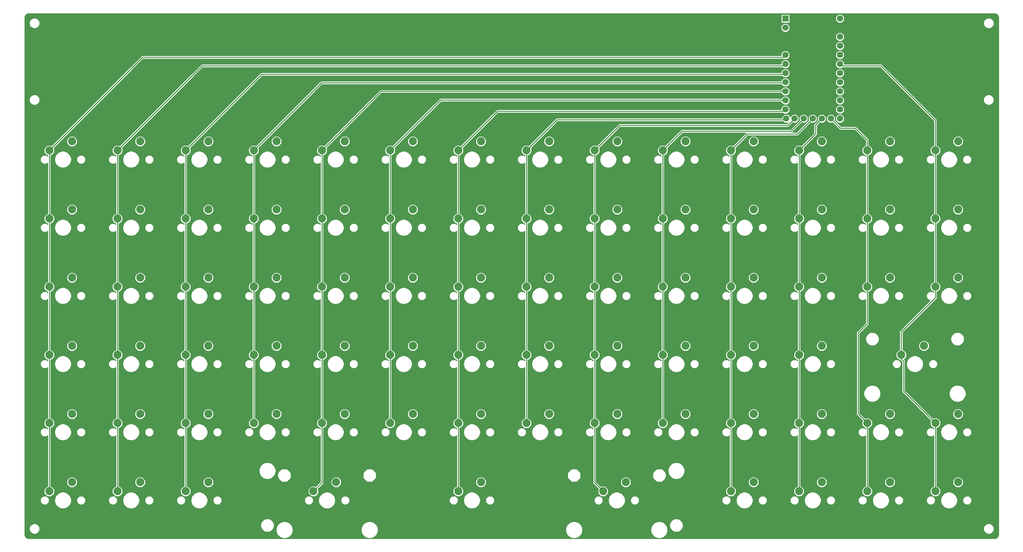
<source format=gbr>
G04 #@! TF.GenerationSoftware,KiCad,Pcbnew,5.1.9-73d0e3b20d~88~ubuntu18.04.1*
G04 #@! TF.CreationDate,2021-04-10T14:05:51-05:00*
G04 #@! TF.ProjectId,keyboard,6b657962-6f61-4726-942e-6b696361645f,rev?*
G04 #@! TF.SameCoordinates,Original*
G04 #@! TF.FileFunction,Copper,L1,Top*
G04 #@! TF.FilePolarity,Positive*
%FSLAX46Y46*%
G04 Gerber Fmt 4.6, Leading zero omitted, Abs format (unit mm)*
G04 Created by KiCad (PCBNEW 5.1.9-73d0e3b20d~88~ubuntu18.04.1) date 2021-04-10 14:05:51*
%MOMM*%
%LPD*%
G01*
G04 APERTURE LIST*
G04 #@! TA.AperFunction,ComponentPad*
%ADD10C,2.250000*%
G04 #@! TD*
G04 #@! TA.AperFunction,ComponentPad*
%ADD11C,1.752600*%
G04 #@! TD*
G04 #@! TA.AperFunction,ComponentPad*
%ADD12R,1.752600X1.752600*%
G04 #@! TD*
G04 #@! TA.AperFunction,Conductor*
%ADD13C,0.250000*%
G04 #@! TD*
G04 #@! TA.AperFunction,Conductor*
%ADD14C,0.254000*%
G04 #@! TD*
G04 #@! TA.AperFunction,Conductor*
%ADD15C,0.100000*%
G04 #@! TD*
G04 APERTURE END LIST*
D10*
X156527500Y-83820000D03*
X150177500Y-86360000D03*
X194627500Y-83820000D03*
X188277500Y-86360000D03*
X156527500Y-64770000D03*
X150177500Y-67310000D03*
X118427500Y-64770000D03*
X112077500Y-67310000D03*
X61277500Y-64770000D03*
X54927500Y-67310000D03*
X194627500Y-64770000D03*
X188277500Y-67310000D03*
X251777500Y-64770000D03*
X245427500Y-67310000D03*
X289877500Y-64770000D03*
X283527500Y-67310000D03*
X156527500Y-160020000D03*
X150177500Y-162560000D03*
D11*
X244157500Y-58420000D03*
X246697500Y-58420000D03*
X249237500Y-58420000D03*
X251777500Y-58420000D03*
X254317500Y-58420000D03*
X256857500Y-30480000D03*
X241846100Y-58420000D03*
X256857500Y-33020000D03*
X256857500Y-35560000D03*
X256857500Y-38100000D03*
X256857500Y-40640000D03*
X256857500Y-43180000D03*
X256857500Y-45720000D03*
X256857500Y-48260000D03*
X256857500Y-50800000D03*
X256857500Y-53340000D03*
X256857500Y-55880000D03*
X256857500Y-58420000D03*
X241617500Y-55880000D03*
X241617500Y-53340000D03*
X241617500Y-50800000D03*
X241617500Y-48260000D03*
X241617500Y-45720000D03*
X241617500Y-43180000D03*
X241617500Y-40640000D03*
X241617500Y-38100000D03*
X241617500Y-35560000D03*
X241617500Y-33020000D03*
D12*
X241617500Y-30480000D03*
D10*
X42227500Y-83820000D03*
X35877500Y-86360000D03*
X61277500Y-140970000D03*
X54927500Y-143510000D03*
X156527500Y-102870000D03*
X150177500Y-105410000D03*
X80327500Y-140970000D03*
X73977500Y-143510000D03*
X80327500Y-102870000D03*
X73977500Y-105410000D03*
X118427500Y-140970000D03*
X112077500Y-143510000D03*
X270827500Y-140970000D03*
X264477500Y-143510000D03*
X175577500Y-102870000D03*
X169227500Y-105410000D03*
X42227500Y-102870000D03*
X35877500Y-105410000D03*
X137477500Y-102870000D03*
X131127500Y-105410000D03*
X61277500Y-160020000D03*
X54927500Y-162560000D03*
X289877500Y-140970000D03*
X283527500Y-143510000D03*
X197008750Y-160020000D03*
X190658750Y-162560000D03*
X116046250Y-160020000D03*
X109696250Y-162560000D03*
X232727500Y-140970000D03*
X226377500Y-143510000D03*
X42227500Y-140970000D03*
X35877500Y-143510000D03*
X251777500Y-140970000D03*
X245427500Y-143510000D03*
X232727500Y-121920000D03*
X226377500Y-124460000D03*
X80327500Y-121920000D03*
X73977500Y-124460000D03*
X289877500Y-160020000D03*
X283527500Y-162560000D03*
X118427500Y-102870000D03*
X112077500Y-105410000D03*
X251777500Y-121920000D03*
X245427500Y-124460000D03*
X61277500Y-102870000D03*
X54927500Y-105410000D03*
X232727500Y-102870000D03*
X226377500Y-105410000D03*
X270827500Y-102870000D03*
X264477500Y-105410000D03*
X213677500Y-102870000D03*
X207327500Y-105410000D03*
X156527500Y-140970000D03*
X150177500Y-143510000D03*
X251777500Y-83820000D03*
X245427500Y-86360000D03*
X232727500Y-160020000D03*
X226377500Y-162560000D03*
X175577500Y-140970000D03*
X169227500Y-143510000D03*
X251777500Y-160020000D03*
X245427500Y-162560000D03*
X213677500Y-121920000D03*
X207327500Y-124460000D03*
X194627500Y-121920000D03*
X188277500Y-124460000D03*
X175577500Y-121920000D03*
X169227500Y-124460000D03*
X194627500Y-102870000D03*
X188277500Y-105410000D03*
X156527500Y-121920000D03*
X150177500Y-124460000D03*
X137477500Y-121920000D03*
X131127500Y-124460000D03*
X118427500Y-121920000D03*
X112077500Y-124460000D03*
X270827500Y-64770000D03*
X264477500Y-67310000D03*
X232727500Y-64770000D03*
X226377500Y-67310000D03*
X213677500Y-64770000D03*
X207327500Y-67310000D03*
X175577500Y-64770000D03*
X169227500Y-67310000D03*
X137477500Y-64770000D03*
X131127500Y-67310000D03*
X99377500Y-64770000D03*
X93027500Y-67310000D03*
X80327500Y-64770000D03*
X73977500Y-67310000D03*
X42227500Y-64770000D03*
X35877500Y-67310000D03*
X270827500Y-83820000D03*
X264477500Y-86360000D03*
X280352500Y-121920000D03*
X274002500Y-124460000D03*
X99377500Y-102870000D03*
X93027500Y-105410000D03*
X270827500Y-160020000D03*
X264477500Y-162560000D03*
X213677500Y-140970000D03*
X207327500Y-143510000D03*
X99377500Y-121920000D03*
X93027500Y-124460000D03*
X42227500Y-160020000D03*
X35877500Y-162560000D03*
X42227500Y-121920000D03*
X35877500Y-124460000D03*
X194627500Y-140970000D03*
X188277500Y-143510000D03*
X251777500Y-102870000D03*
X245427500Y-105410000D03*
X99377500Y-140970000D03*
X93027500Y-143510000D03*
X289877500Y-102870000D03*
X283527500Y-105410000D03*
X289877500Y-83820000D03*
X283527500Y-86360000D03*
X137477500Y-140970000D03*
X131127500Y-143510000D03*
X80327500Y-160020000D03*
X73977500Y-162560000D03*
X61277500Y-121920000D03*
X54927500Y-124460000D03*
X213677500Y-83820000D03*
X207327500Y-86360000D03*
X175577500Y-83820000D03*
X169227500Y-86360000D03*
X137477500Y-83820000D03*
X131127500Y-86360000D03*
X118427500Y-83820000D03*
X112077500Y-86360000D03*
X99377500Y-83820000D03*
X93027500Y-86360000D03*
X80327500Y-83820000D03*
X73977500Y-86360000D03*
X61277500Y-83820000D03*
X54927500Y-86360000D03*
X232727500Y-83820000D03*
X226377500Y-86360000D03*
D13*
X226377500Y-70356002D02*
X226377500Y-162560000D01*
X226377500Y-67310000D02*
X226377500Y-70356002D01*
X226377500Y-67310000D02*
X230981250Y-62706250D01*
X244951250Y-62706250D02*
X249237500Y-58420000D01*
X243681250Y-62706250D02*
X244951250Y-62706250D01*
X230981250Y-62706250D02*
X243681250Y-62706250D01*
X54927500Y-162560000D02*
X54927500Y-143510000D01*
X54927500Y-143510000D02*
X54927500Y-124460000D01*
X54927500Y-124460000D02*
X54927500Y-105410000D01*
X54927500Y-67310000D02*
X54927500Y-86360000D01*
X54927500Y-89406002D02*
X54927500Y-105410000D01*
X54927500Y-86360000D02*
X54927500Y-89406002D01*
X241141250Y-43656250D02*
X241617500Y-43180000D01*
X54927500Y-67310000D02*
X78581250Y-43656250D01*
X78581250Y-43656250D02*
X241141250Y-43656250D01*
X73977500Y-67310000D02*
X73977500Y-162560000D01*
X241300000Y-46037500D02*
X241617500Y-45720000D01*
X73977500Y-67310000D02*
X95250000Y-46037500D01*
X95250000Y-46037500D02*
X241300000Y-46037500D01*
X93027500Y-67310000D02*
X93027500Y-143510000D01*
X241458750Y-48418750D02*
X241617500Y-48260000D01*
X93027500Y-67310000D02*
X111918750Y-48418750D01*
X111918750Y-48418750D02*
X241458750Y-48418750D01*
X112077500Y-67310000D02*
X112077500Y-143510000D01*
X112077500Y-160178750D02*
X109696250Y-162560000D01*
X112077500Y-143510000D02*
X112077500Y-160178750D01*
X112077500Y-67310000D02*
X128587500Y-50800000D01*
X128587500Y-50800000D02*
X239712500Y-50800000D01*
X239712500Y-50800000D02*
X241617500Y-50800000D01*
X131127500Y-67310000D02*
X131127500Y-143510000D01*
X241458750Y-53181250D02*
X241617500Y-53340000D01*
X131127500Y-67310000D02*
X145256250Y-53181250D01*
X145256250Y-53181250D02*
X241458750Y-53181250D01*
X150177500Y-67310000D02*
X150177500Y-162560000D01*
X241141250Y-56356250D02*
X241617500Y-55880000D01*
X150177500Y-67310000D02*
X161131250Y-56356250D01*
X161131250Y-56356250D02*
X241141250Y-56356250D01*
X169227500Y-67310000D02*
X169227500Y-143510000D01*
X169227500Y-67310000D02*
X177800000Y-58737500D01*
X241528600Y-58737500D02*
X241846100Y-58420000D01*
X177800000Y-58737500D02*
X241528600Y-58737500D01*
X188277500Y-108456002D02*
X188277500Y-143510000D01*
X188277500Y-67310000D02*
X188277500Y-108456002D01*
X188277500Y-160178750D02*
X190658750Y-162560000D01*
X188277500Y-143510000D02*
X188277500Y-160178750D01*
X188277500Y-67310000D02*
X195262500Y-60325000D01*
X242252500Y-60325000D02*
X244157500Y-58420000D01*
X195262500Y-60325000D02*
X242252500Y-60325000D01*
X207327500Y-70356002D02*
X207327500Y-143510000D01*
X207327500Y-67310000D02*
X207327500Y-70356002D01*
X207327500Y-67310000D02*
X212725000Y-61912500D01*
X243205000Y-61912500D02*
X246697500Y-58420000D01*
X212725000Y-61912500D02*
X243205000Y-61912500D01*
X283527500Y-67310000D02*
X283527500Y-105410000D01*
X274002500Y-117981002D02*
X274002500Y-124460000D01*
X283527500Y-108456002D02*
X274002500Y-117981002D01*
X283527500Y-105410000D02*
X283527500Y-108456002D01*
X274002500Y-124460000D02*
X274002500Y-125571250D01*
X274002500Y-125571250D02*
X274637500Y-126206250D01*
X274637500Y-134620000D02*
X283527500Y-143510000D01*
X274637500Y-126206250D02*
X274637500Y-134620000D01*
X283527500Y-143510000D02*
X283527500Y-162560000D01*
X268287500Y-43656250D02*
X257333750Y-43656250D01*
X257333750Y-43656250D02*
X256857500Y-43180000D01*
X283527500Y-67310000D02*
X283527500Y-58896250D01*
X283527500Y-58896250D02*
X268287500Y-43656250D01*
X245427500Y-70356002D02*
X245427500Y-162560000D01*
X245427500Y-67310000D02*
X245427500Y-70356002D01*
X245427500Y-67310000D02*
X249237500Y-63500000D01*
X250031250Y-62706250D02*
X250031250Y-60166250D01*
X250031250Y-60166250D02*
X251777500Y-58420000D01*
X249237500Y-63500000D02*
X250031250Y-62706250D01*
X35877500Y-70356002D02*
X35877500Y-86360000D01*
X35877500Y-67310000D02*
X35877500Y-70356002D01*
X35877500Y-89406002D02*
X35877500Y-105410000D01*
X35877500Y-86360000D02*
X35877500Y-89406002D01*
X35877500Y-105410000D02*
X35877500Y-124460000D01*
X35877500Y-124460000D02*
X35877500Y-143510000D01*
X35877500Y-143510000D02*
X35877500Y-162560000D01*
X240982500Y-41275000D02*
X241617500Y-40640000D01*
X35877500Y-67310000D02*
X61912500Y-41275000D01*
X61912500Y-41275000D02*
X240982500Y-41275000D01*
X264477500Y-67310000D02*
X264477500Y-115728750D01*
X264477500Y-115728750D02*
X261937500Y-118268750D01*
X261937500Y-140970000D02*
X264477500Y-143510000D01*
X261937500Y-118268750D02*
X261937500Y-140970000D01*
X264477500Y-162560000D02*
X264477500Y-143510000D01*
X264477500Y-67310000D02*
X264477500Y-64452500D01*
X264477500Y-64452500D02*
X261143750Y-61118750D01*
X261143750Y-61118750D02*
X257175000Y-61118750D01*
X257016250Y-61118750D02*
X254317500Y-58420000D01*
X261143750Y-61118750D02*
X257016250Y-61118750D01*
D14*
X300252749Y-29075393D02*
X300459803Y-29137905D01*
X300650779Y-29239449D01*
X300818384Y-29376144D01*
X300956250Y-29542796D01*
X301059120Y-29733048D01*
X301123078Y-29939664D01*
X301148000Y-30176786D01*
X301148001Y-174601664D01*
X301124607Y-174840250D01*
X301062093Y-175047306D01*
X300960553Y-175238276D01*
X300823856Y-175405885D01*
X300657204Y-175543750D01*
X300466952Y-175646620D01*
X300260336Y-175710578D01*
X300023214Y-175735500D01*
X30185826Y-175735500D01*
X29947250Y-175712107D01*
X29740194Y-175649593D01*
X29549224Y-175548053D01*
X29381615Y-175411356D01*
X29243750Y-175244704D01*
X29140880Y-175054452D01*
X29076922Y-174847836D01*
X29052000Y-174610714D01*
X29052000Y-172892028D01*
X30273000Y-172892028D01*
X30273000Y-173182972D01*
X30329760Y-173468325D01*
X30441099Y-173737122D01*
X30602739Y-173979033D01*
X30808467Y-174184761D01*
X31050378Y-174346401D01*
X31319175Y-174457740D01*
X31604528Y-174514500D01*
X31895472Y-174514500D01*
X32180825Y-174457740D01*
X32449622Y-174346401D01*
X32691533Y-174184761D01*
X32897261Y-173979033D01*
X33058901Y-173737122D01*
X33170240Y-173468325D01*
X33227000Y-173182972D01*
X33227000Y-172892028D01*
X33170240Y-172606675D01*
X33058901Y-172337878D01*
X32897261Y-172095967D01*
X32699062Y-171897768D01*
X94936500Y-171897768D01*
X94936500Y-172272232D01*
X95009554Y-172639501D01*
X95152856Y-172985461D01*
X95360897Y-173296817D01*
X95625683Y-173561603D01*
X95937039Y-173769644D01*
X96282999Y-173912946D01*
X96650268Y-173986000D01*
X97024732Y-173986000D01*
X97392001Y-173912946D01*
X97737961Y-173769644D01*
X98049317Y-173561603D01*
X98314103Y-173296817D01*
X98431254Y-173121487D01*
X99229100Y-173121487D01*
X99229100Y-173588513D01*
X99320212Y-174046566D01*
X99498935Y-174478042D01*
X99758402Y-174866361D01*
X100088639Y-175196598D01*
X100476958Y-175456065D01*
X100908434Y-175634788D01*
X101366487Y-175725900D01*
X101833513Y-175725900D01*
X102291566Y-175634788D01*
X102723042Y-175456065D01*
X103111361Y-175196598D01*
X103441598Y-174866361D01*
X103701065Y-174478042D01*
X103879788Y-174046566D01*
X103970900Y-173588513D01*
X103970900Y-173121487D01*
X123041600Y-173121487D01*
X123041600Y-173588513D01*
X123132712Y-174046566D01*
X123311435Y-174478042D01*
X123570902Y-174866361D01*
X123901139Y-175196598D01*
X124289458Y-175456065D01*
X124720934Y-175634788D01*
X125178987Y-175725900D01*
X125646013Y-175725900D01*
X126104066Y-175634788D01*
X126535542Y-175456065D01*
X126923861Y-175196598D01*
X127254098Y-174866361D01*
X127513565Y-174478042D01*
X127692288Y-174046566D01*
X127783400Y-173588513D01*
X127783400Y-173121487D01*
X180191600Y-173121487D01*
X180191600Y-173588513D01*
X180282712Y-174046566D01*
X180461435Y-174478042D01*
X180720902Y-174866361D01*
X181051139Y-175196598D01*
X181439458Y-175456065D01*
X181870934Y-175634788D01*
X182328987Y-175725900D01*
X182796013Y-175725900D01*
X183254066Y-175634788D01*
X183685542Y-175456065D01*
X184073861Y-175196598D01*
X184404098Y-174866361D01*
X184663565Y-174478042D01*
X184842288Y-174046566D01*
X184933400Y-173588513D01*
X184933400Y-173121487D01*
X204004100Y-173121487D01*
X204004100Y-173588513D01*
X204095212Y-174046566D01*
X204273935Y-174478042D01*
X204533402Y-174866361D01*
X204863639Y-175196598D01*
X205251958Y-175456065D01*
X205683434Y-175634788D01*
X206141487Y-175725900D01*
X206608513Y-175725900D01*
X207066566Y-175634788D01*
X207498042Y-175456065D01*
X207886361Y-175196598D01*
X208216598Y-174866361D01*
X208476065Y-174478042D01*
X208654788Y-174046566D01*
X208745900Y-173588513D01*
X208745900Y-173121487D01*
X208654788Y-172663434D01*
X208476065Y-172231958D01*
X208252766Y-171897768D01*
X209236500Y-171897768D01*
X209236500Y-172272232D01*
X209309554Y-172639501D01*
X209452856Y-172985461D01*
X209660897Y-173296817D01*
X209925683Y-173561603D01*
X210237039Y-173769644D01*
X210582999Y-173912946D01*
X210950268Y-173986000D01*
X211324732Y-173986000D01*
X211692001Y-173912946D01*
X212037961Y-173769644D01*
X212349317Y-173561603D01*
X212614103Y-173296817D01*
X212822144Y-172985461D01*
X212860845Y-172892028D01*
X296973000Y-172892028D01*
X296973000Y-173182972D01*
X297029760Y-173468325D01*
X297141099Y-173737122D01*
X297302739Y-173979033D01*
X297508467Y-174184761D01*
X297750378Y-174346401D01*
X298019175Y-174457740D01*
X298304528Y-174514500D01*
X298595472Y-174514500D01*
X298880825Y-174457740D01*
X299149622Y-174346401D01*
X299391533Y-174184761D01*
X299597261Y-173979033D01*
X299758901Y-173737122D01*
X299870240Y-173468325D01*
X299927000Y-173182972D01*
X299927000Y-172892028D01*
X299870240Y-172606675D01*
X299758901Y-172337878D01*
X299597261Y-172095967D01*
X299391533Y-171890239D01*
X299149622Y-171728599D01*
X298880825Y-171617260D01*
X298595472Y-171560500D01*
X298304528Y-171560500D01*
X298019175Y-171617260D01*
X297750378Y-171728599D01*
X297508467Y-171890239D01*
X297302739Y-172095967D01*
X297141099Y-172337878D01*
X297029760Y-172606675D01*
X296973000Y-172892028D01*
X212860845Y-172892028D01*
X212965446Y-172639501D01*
X213038500Y-172272232D01*
X213038500Y-171897768D01*
X212965446Y-171530499D01*
X212822144Y-171184539D01*
X212614103Y-170873183D01*
X212349317Y-170608397D01*
X212037961Y-170400356D01*
X211692001Y-170257054D01*
X211324732Y-170184000D01*
X210950268Y-170184000D01*
X210582999Y-170257054D01*
X210237039Y-170400356D01*
X209925683Y-170608397D01*
X209660897Y-170873183D01*
X209452856Y-171184539D01*
X209309554Y-171530499D01*
X209236500Y-171897768D01*
X208252766Y-171897768D01*
X208216598Y-171843639D01*
X207886361Y-171513402D01*
X207498042Y-171253935D01*
X207066566Y-171075212D01*
X206608513Y-170984100D01*
X206141487Y-170984100D01*
X205683434Y-171075212D01*
X205251958Y-171253935D01*
X204863639Y-171513402D01*
X204533402Y-171843639D01*
X204273935Y-172231958D01*
X204095212Y-172663434D01*
X204004100Y-173121487D01*
X184933400Y-173121487D01*
X184842288Y-172663434D01*
X184663565Y-172231958D01*
X184404098Y-171843639D01*
X184073861Y-171513402D01*
X183685542Y-171253935D01*
X183254066Y-171075212D01*
X182796013Y-170984100D01*
X182328987Y-170984100D01*
X181870934Y-171075212D01*
X181439458Y-171253935D01*
X181051139Y-171513402D01*
X180720902Y-171843639D01*
X180461435Y-172231958D01*
X180282712Y-172663434D01*
X180191600Y-173121487D01*
X127783400Y-173121487D01*
X127692288Y-172663434D01*
X127513565Y-172231958D01*
X127254098Y-171843639D01*
X126923861Y-171513402D01*
X126535542Y-171253935D01*
X126104066Y-171075212D01*
X125646013Y-170984100D01*
X125178987Y-170984100D01*
X124720934Y-171075212D01*
X124289458Y-171253935D01*
X123901139Y-171513402D01*
X123570902Y-171843639D01*
X123311435Y-172231958D01*
X123132712Y-172663434D01*
X123041600Y-173121487D01*
X103970900Y-173121487D01*
X103879788Y-172663434D01*
X103701065Y-172231958D01*
X103441598Y-171843639D01*
X103111361Y-171513402D01*
X102723042Y-171253935D01*
X102291566Y-171075212D01*
X101833513Y-170984100D01*
X101366487Y-170984100D01*
X100908434Y-171075212D01*
X100476958Y-171253935D01*
X100088639Y-171513402D01*
X99758402Y-171843639D01*
X99498935Y-172231958D01*
X99320212Y-172663434D01*
X99229100Y-173121487D01*
X98431254Y-173121487D01*
X98522144Y-172985461D01*
X98665446Y-172639501D01*
X98738500Y-172272232D01*
X98738500Y-171897768D01*
X98665446Y-171530499D01*
X98522144Y-171184539D01*
X98314103Y-170873183D01*
X98049317Y-170608397D01*
X97737961Y-170400356D01*
X97392001Y-170257054D01*
X97024732Y-170184000D01*
X96650268Y-170184000D01*
X96282999Y-170257054D01*
X95937039Y-170400356D01*
X95625683Y-170608397D01*
X95360897Y-170873183D01*
X95152856Y-171184539D01*
X95009554Y-171530499D01*
X94936500Y-171897768D01*
X32699062Y-171897768D01*
X32691533Y-171890239D01*
X32449622Y-171728599D01*
X32180825Y-171617260D01*
X31895472Y-171560500D01*
X31604528Y-171560500D01*
X31319175Y-171617260D01*
X31050378Y-171728599D01*
X30808467Y-171890239D01*
X30602739Y-172095967D01*
X30441099Y-172337878D01*
X30329760Y-172606675D01*
X30273000Y-172892028D01*
X29052000Y-172892028D01*
X29052000Y-164976689D01*
X33355500Y-164976689D01*
X33355500Y-165223311D01*
X33403614Y-165465195D01*
X33497992Y-165693044D01*
X33635008Y-165898104D01*
X33809396Y-166072492D01*
X34014456Y-166209508D01*
X34242305Y-166303886D01*
X34484189Y-166352000D01*
X34730811Y-166352000D01*
X34972695Y-166303886D01*
X35200544Y-166209508D01*
X35405604Y-166072492D01*
X35579992Y-165898104D01*
X35717008Y-165693044D01*
X35811386Y-165465195D01*
X35859500Y-165223311D01*
X35859500Y-164976689D01*
X35837580Y-164866487D01*
X37316600Y-164866487D01*
X37316600Y-165333513D01*
X37407712Y-165791566D01*
X37586435Y-166223042D01*
X37845902Y-166611361D01*
X38176139Y-166941598D01*
X38564458Y-167201065D01*
X38995934Y-167379788D01*
X39453987Y-167470900D01*
X39921013Y-167470900D01*
X40379066Y-167379788D01*
X40810542Y-167201065D01*
X41198861Y-166941598D01*
X41529098Y-166611361D01*
X41788565Y-166223042D01*
X41967288Y-165791566D01*
X42058400Y-165333513D01*
X42058400Y-164976689D01*
X43515500Y-164976689D01*
X43515500Y-165223311D01*
X43563614Y-165465195D01*
X43657992Y-165693044D01*
X43795008Y-165898104D01*
X43969396Y-166072492D01*
X44174456Y-166209508D01*
X44402305Y-166303886D01*
X44644189Y-166352000D01*
X44890811Y-166352000D01*
X45132695Y-166303886D01*
X45360544Y-166209508D01*
X45565604Y-166072492D01*
X45739992Y-165898104D01*
X45877008Y-165693044D01*
X45971386Y-165465195D01*
X46019500Y-165223311D01*
X46019500Y-164976689D01*
X52405500Y-164976689D01*
X52405500Y-165223311D01*
X52453614Y-165465195D01*
X52547992Y-165693044D01*
X52685008Y-165898104D01*
X52859396Y-166072492D01*
X53064456Y-166209508D01*
X53292305Y-166303886D01*
X53534189Y-166352000D01*
X53780811Y-166352000D01*
X54022695Y-166303886D01*
X54250544Y-166209508D01*
X54455604Y-166072492D01*
X54629992Y-165898104D01*
X54767008Y-165693044D01*
X54861386Y-165465195D01*
X54909500Y-165223311D01*
X54909500Y-164976689D01*
X54887580Y-164866487D01*
X56366600Y-164866487D01*
X56366600Y-165333513D01*
X56457712Y-165791566D01*
X56636435Y-166223042D01*
X56895902Y-166611361D01*
X57226139Y-166941598D01*
X57614458Y-167201065D01*
X58045934Y-167379788D01*
X58503987Y-167470900D01*
X58971013Y-167470900D01*
X59429066Y-167379788D01*
X59860542Y-167201065D01*
X60248861Y-166941598D01*
X60579098Y-166611361D01*
X60838565Y-166223042D01*
X61017288Y-165791566D01*
X61108400Y-165333513D01*
X61108400Y-164976689D01*
X62565500Y-164976689D01*
X62565500Y-165223311D01*
X62613614Y-165465195D01*
X62707992Y-165693044D01*
X62845008Y-165898104D01*
X63019396Y-166072492D01*
X63224456Y-166209508D01*
X63452305Y-166303886D01*
X63694189Y-166352000D01*
X63940811Y-166352000D01*
X64182695Y-166303886D01*
X64410544Y-166209508D01*
X64615604Y-166072492D01*
X64789992Y-165898104D01*
X64927008Y-165693044D01*
X65021386Y-165465195D01*
X65069500Y-165223311D01*
X65069500Y-164976689D01*
X71455500Y-164976689D01*
X71455500Y-165223311D01*
X71503614Y-165465195D01*
X71597992Y-165693044D01*
X71735008Y-165898104D01*
X71909396Y-166072492D01*
X72114456Y-166209508D01*
X72342305Y-166303886D01*
X72584189Y-166352000D01*
X72830811Y-166352000D01*
X73072695Y-166303886D01*
X73300544Y-166209508D01*
X73505604Y-166072492D01*
X73679992Y-165898104D01*
X73817008Y-165693044D01*
X73911386Y-165465195D01*
X73959500Y-165223311D01*
X73959500Y-164976689D01*
X73937580Y-164866487D01*
X75416600Y-164866487D01*
X75416600Y-165333513D01*
X75507712Y-165791566D01*
X75686435Y-166223042D01*
X75945902Y-166611361D01*
X76276139Y-166941598D01*
X76664458Y-167201065D01*
X77095934Y-167379788D01*
X77553987Y-167470900D01*
X78021013Y-167470900D01*
X78479066Y-167379788D01*
X78910542Y-167201065D01*
X79298861Y-166941598D01*
X79629098Y-166611361D01*
X79888565Y-166223042D01*
X80067288Y-165791566D01*
X80158400Y-165333513D01*
X80158400Y-164976689D01*
X81615500Y-164976689D01*
X81615500Y-165223311D01*
X81663614Y-165465195D01*
X81757992Y-165693044D01*
X81895008Y-165898104D01*
X82069396Y-166072492D01*
X82274456Y-166209508D01*
X82502305Y-166303886D01*
X82744189Y-166352000D01*
X82990811Y-166352000D01*
X83232695Y-166303886D01*
X83460544Y-166209508D01*
X83665604Y-166072492D01*
X83839992Y-165898104D01*
X83977008Y-165693044D01*
X84071386Y-165465195D01*
X84119500Y-165223311D01*
X84119500Y-164976689D01*
X107174250Y-164976689D01*
X107174250Y-165223311D01*
X107222364Y-165465195D01*
X107316742Y-165693044D01*
X107453758Y-165898104D01*
X107628146Y-166072492D01*
X107833206Y-166209508D01*
X108061055Y-166303886D01*
X108302939Y-166352000D01*
X108549561Y-166352000D01*
X108791445Y-166303886D01*
X109019294Y-166209508D01*
X109224354Y-166072492D01*
X109398742Y-165898104D01*
X109535758Y-165693044D01*
X109630136Y-165465195D01*
X109678250Y-165223311D01*
X109678250Y-164976689D01*
X109656330Y-164866487D01*
X111135350Y-164866487D01*
X111135350Y-165333513D01*
X111226462Y-165791566D01*
X111405185Y-166223042D01*
X111664652Y-166611361D01*
X111994889Y-166941598D01*
X112383208Y-167201065D01*
X112814684Y-167379788D01*
X113272737Y-167470900D01*
X113739763Y-167470900D01*
X114197816Y-167379788D01*
X114629292Y-167201065D01*
X115017611Y-166941598D01*
X115347848Y-166611361D01*
X115607315Y-166223042D01*
X115786038Y-165791566D01*
X115877150Y-165333513D01*
X115877150Y-164976689D01*
X117334250Y-164976689D01*
X117334250Y-165223311D01*
X117382364Y-165465195D01*
X117476742Y-165693044D01*
X117613758Y-165898104D01*
X117788146Y-166072492D01*
X117993206Y-166209508D01*
X118221055Y-166303886D01*
X118462939Y-166352000D01*
X118709561Y-166352000D01*
X118951445Y-166303886D01*
X119179294Y-166209508D01*
X119384354Y-166072492D01*
X119558742Y-165898104D01*
X119695758Y-165693044D01*
X119790136Y-165465195D01*
X119838250Y-165223311D01*
X119838250Y-164976689D01*
X147655500Y-164976689D01*
X147655500Y-165223311D01*
X147703614Y-165465195D01*
X147797992Y-165693044D01*
X147935008Y-165898104D01*
X148109396Y-166072492D01*
X148314456Y-166209508D01*
X148542305Y-166303886D01*
X148784189Y-166352000D01*
X149030811Y-166352000D01*
X149272695Y-166303886D01*
X149500544Y-166209508D01*
X149705604Y-166072492D01*
X149879992Y-165898104D01*
X150017008Y-165693044D01*
X150111386Y-165465195D01*
X150159500Y-165223311D01*
X150159500Y-164976689D01*
X150137580Y-164866487D01*
X151616600Y-164866487D01*
X151616600Y-165333513D01*
X151707712Y-165791566D01*
X151886435Y-166223042D01*
X152145902Y-166611361D01*
X152476139Y-166941598D01*
X152864458Y-167201065D01*
X153295934Y-167379788D01*
X153753987Y-167470900D01*
X154221013Y-167470900D01*
X154679066Y-167379788D01*
X155110542Y-167201065D01*
X155498861Y-166941598D01*
X155829098Y-166611361D01*
X156088565Y-166223042D01*
X156267288Y-165791566D01*
X156358400Y-165333513D01*
X156358400Y-164976689D01*
X157815500Y-164976689D01*
X157815500Y-165223311D01*
X157863614Y-165465195D01*
X157957992Y-165693044D01*
X158095008Y-165898104D01*
X158269396Y-166072492D01*
X158474456Y-166209508D01*
X158702305Y-166303886D01*
X158944189Y-166352000D01*
X159190811Y-166352000D01*
X159432695Y-166303886D01*
X159660544Y-166209508D01*
X159865604Y-166072492D01*
X160039992Y-165898104D01*
X160177008Y-165693044D01*
X160271386Y-165465195D01*
X160319500Y-165223311D01*
X160319500Y-164976689D01*
X188136750Y-164976689D01*
X188136750Y-165223311D01*
X188184864Y-165465195D01*
X188279242Y-165693044D01*
X188416258Y-165898104D01*
X188590646Y-166072492D01*
X188795706Y-166209508D01*
X189023555Y-166303886D01*
X189265439Y-166352000D01*
X189512061Y-166352000D01*
X189753945Y-166303886D01*
X189981794Y-166209508D01*
X190186854Y-166072492D01*
X190361242Y-165898104D01*
X190498258Y-165693044D01*
X190592636Y-165465195D01*
X190640750Y-165223311D01*
X190640750Y-164976689D01*
X190618830Y-164866487D01*
X192097850Y-164866487D01*
X192097850Y-165333513D01*
X192188962Y-165791566D01*
X192367685Y-166223042D01*
X192627152Y-166611361D01*
X192957389Y-166941598D01*
X193345708Y-167201065D01*
X193777184Y-167379788D01*
X194235237Y-167470900D01*
X194702263Y-167470900D01*
X195160316Y-167379788D01*
X195591792Y-167201065D01*
X195980111Y-166941598D01*
X196310348Y-166611361D01*
X196569815Y-166223042D01*
X196748538Y-165791566D01*
X196839650Y-165333513D01*
X196839650Y-164976689D01*
X198296750Y-164976689D01*
X198296750Y-165223311D01*
X198344864Y-165465195D01*
X198439242Y-165693044D01*
X198576258Y-165898104D01*
X198750646Y-166072492D01*
X198955706Y-166209508D01*
X199183555Y-166303886D01*
X199425439Y-166352000D01*
X199672061Y-166352000D01*
X199913945Y-166303886D01*
X200141794Y-166209508D01*
X200346854Y-166072492D01*
X200521242Y-165898104D01*
X200658258Y-165693044D01*
X200752636Y-165465195D01*
X200800750Y-165223311D01*
X200800750Y-164976689D01*
X223855500Y-164976689D01*
X223855500Y-165223311D01*
X223903614Y-165465195D01*
X223997992Y-165693044D01*
X224135008Y-165898104D01*
X224309396Y-166072492D01*
X224514456Y-166209508D01*
X224742305Y-166303886D01*
X224984189Y-166352000D01*
X225230811Y-166352000D01*
X225472695Y-166303886D01*
X225700544Y-166209508D01*
X225905604Y-166072492D01*
X226079992Y-165898104D01*
X226217008Y-165693044D01*
X226311386Y-165465195D01*
X226359500Y-165223311D01*
X226359500Y-164976689D01*
X226337580Y-164866487D01*
X227816600Y-164866487D01*
X227816600Y-165333513D01*
X227907712Y-165791566D01*
X228086435Y-166223042D01*
X228345902Y-166611361D01*
X228676139Y-166941598D01*
X229064458Y-167201065D01*
X229495934Y-167379788D01*
X229953987Y-167470900D01*
X230421013Y-167470900D01*
X230879066Y-167379788D01*
X231310542Y-167201065D01*
X231698861Y-166941598D01*
X232029098Y-166611361D01*
X232288565Y-166223042D01*
X232467288Y-165791566D01*
X232558400Y-165333513D01*
X232558400Y-164976689D01*
X234015500Y-164976689D01*
X234015500Y-165223311D01*
X234063614Y-165465195D01*
X234157992Y-165693044D01*
X234295008Y-165898104D01*
X234469396Y-166072492D01*
X234674456Y-166209508D01*
X234902305Y-166303886D01*
X235144189Y-166352000D01*
X235390811Y-166352000D01*
X235632695Y-166303886D01*
X235860544Y-166209508D01*
X236065604Y-166072492D01*
X236239992Y-165898104D01*
X236377008Y-165693044D01*
X236471386Y-165465195D01*
X236519500Y-165223311D01*
X236519500Y-164976689D01*
X242905500Y-164976689D01*
X242905500Y-165223311D01*
X242953614Y-165465195D01*
X243047992Y-165693044D01*
X243185008Y-165898104D01*
X243359396Y-166072492D01*
X243564456Y-166209508D01*
X243792305Y-166303886D01*
X244034189Y-166352000D01*
X244280811Y-166352000D01*
X244522695Y-166303886D01*
X244750544Y-166209508D01*
X244955604Y-166072492D01*
X245129992Y-165898104D01*
X245267008Y-165693044D01*
X245361386Y-165465195D01*
X245409500Y-165223311D01*
X245409500Y-164976689D01*
X245387580Y-164866487D01*
X246866600Y-164866487D01*
X246866600Y-165333513D01*
X246957712Y-165791566D01*
X247136435Y-166223042D01*
X247395902Y-166611361D01*
X247726139Y-166941598D01*
X248114458Y-167201065D01*
X248545934Y-167379788D01*
X249003987Y-167470900D01*
X249471013Y-167470900D01*
X249929066Y-167379788D01*
X250360542Y-167201065D01*
X250748861Y-166941598D01*
X251079098Y-166611361D01*
X251338565Y-166223042D01*
X251517288Y-165791566D01*
X251608400Y-165333513D01*
X251608400Y-164976689D01*
X253065500Y-164976689D01*
X253065500Y-165223311D01*
X253113614Y-165465195D01*
X253207992Y-165693044D01*
X253345008Y-165898104D01*
X253519396Y-166072492D01*
X253724456Y-166209508D01*
X253952305Y-166303886D01*
X254194189Y-166352000D01*
X254440811Y-166352000D01*
X254682695Y-166303886D01*
X254910544Y-166209508D01*
X255115604Y-166072492D01*
X255289992Y-165898104D01*
X255427008Y-165693044D01*
X255521386Y-165465195D01*
X255569500Y-165223311D01*
X255569500Y-164976689D01*
X261955500Y-164976689D01*
X261955500Y-165223311D01*
X262003614Y-165465195D01*
X262097992Y-165693044D01*
X262235008Y-165898104D01*
X262409396Y-166072492D01*
X262614456Y-166209508D01*
X262842305Y-166303886D01*
X263084189Y-166352000D01*
X263330811Y-166352000D01*
X263572695Y-166303886D01*
X263800544Y-166209508D01*
X264005604Y-166072492D01*
X264179992Y-165898104D01*
X264317008Y-165693044D01*
X264411386Y-165465195D01*
X264459500Y-165223311D01*
X264459500Y-164976689D01*
X264437580Y-164866487D01*
X265916600Y-164866487D01*
X265916600Y-165333513D01*
X266007712Y-165791566D01*
X266186435Y-166223042D01*
X266445902Y-166611361D01*
X266776139Y-166941598D01*
X267164458Y-167201065D01*
X267595934Y-167379788D01*
X268053987Y-167470900D01*
X268521013Y-167470900D01*
X268979066Y-167379788D01*
X269410542Y-167201065D01*
X269798861Y-166941598D01*
X270129098Y-166611361D01*
X270388565Y-166223042D01*
X270567288Y-165791566D01*
X270658400Y-165333513D01*
X270658400Y-164976689D01*
X272115500Y-164976689D01*
X272115500Y-165223311D01*
X272163614Y-165465195D01*
X272257992Y-165693044D01*
X272395008Y-165898104D01*
X272569396Y-166072492D01*
X272774456Y-166209508D01*
X273002305Y-166303886D01*
X273244189Y-166352000D01*
X273490811Y-166352000D01*
X273732695Y-166303886D01*
X273960544Y-166209508D01*
X274165604Y-166072492D01*
X274339992Y-165898104D01*
X274477008Y-165693044D01*
X274571386Y-165465195D01*
X274619500Y-165223311D01*
X274619500Y-164976689D01*
X281005500Y-164976689D01*
X281005500Y-165223311D01*
X281053614Y-165465195D01*
X281147992Y-165693044D01*
X281285008Y-165898104D01*
X281459396Y-166072492D01*
X281664456Y-166209508D01*
X281892305Y-166303886D01*
X282134189Y-166352000D01*
X282380811Y-166352000D01*
X282622695Y-166303886D01*
X282850544Y-166209508D01*
X283055604Y-166072492D01*
X283229992Y-165898104D01*
X283367008Y-165693044D01*
X283461386Y-165465195D01*
X283509500Y-165223311D01*
X283509500Y-164976689D01*
X283487580Y-164866487D01*
X284966600Y-164866487D01*
X284966600Y-165333513D01*
X285057712Y-165791566D01*
X285236435Y-166223042D01*
X285495902Y-166611361D01*
X285826139Y-166941598D01*
X286214458Y-167201065D01*
X286645934Y-167379788D01*
X287103987Y-167470900D01*
X287571013Y-167470900D01*
X288029066Y-167379788D01*
X288460542Y-167201065D01*
X288848861Y-166941598D01*
X289179098Y-166611361D01*
X289438565Y-166223042D01*
X289617288Y-165791566D01*
X289708400Y-165333513D01*
X289708400Y-164976689D01*
X291165500Y-164976689D01*
X291165500Y-165223311D01*
X291213614Y-165465195D01*
X291307992Y-165693044D01*
X291445008Y-165898104D01*
X291619396Y-166072492D01*
X291824456Y-166209508D01*
X292052305Y-166303886D01*
X292294189Y-166352000D01*
X292540811Y-166352000D01*
X292782695Y-166303886D01*
X293010544Y-166209508D01*
X293215604Y-166072492D01*
X293389992Y-165898104D01*
X293527008Y-165693044D01*
X293621386Y-165465195D01*
X293669500Y-165223311D01*
X293669500Y-164976689D01*
X293621386Y-164734805D01*
X293527008Y-164506956D01*
X293389992Y-164301896D01*
X293215604Y-164127508D01*
X293010544Y-163990492D01*
X292782695Y-163896114D01*
X292540811Y-163848000D01*
X292294189Y-163848000D01*
X292052305Y-163896114D01*
X291824456Y-163990492D01*
X291619396Y-164127508D01*
X291445008Y-164301896D01*
X291307992Y-164506956D01*
X291213614Y-164734805D01*
X291165500Y-164976689D01*
X289708400Y-164976689D01*
X289708400Y-164866487D01*
X289617288Y-164408434D01*
X289438565Y-163976958D01*
X289179098Y-163588639D01*
X288848861Y-163258402D01*
X288460542Y-162998935D01*
X288029066Y-162820212D01*
X287571013Y-162729100D01*
X287103987Y-162729100D01*
X286645934Y-162820212D01*
X286214458Y-162998935D01*
X285826139Y-163258402D01*
X285495902Y-163588639D01*
X285236435Y-163976958D01*
X285057712Y-164408434D01*
X284966600Y-164866487D01*
X283487580Y-164866487D01*
X283461386Y-164734805D01*
X283367008Y-164506956D01*
X283229992Y-164301896D01*
X283055604Y-164127508D01*
X282850544Y-163990492D01*
X282622695Y-163896114D01*
X282380811Y-163848000D01*
X282134189Y-163848000D01*
X281892305Y-163896114D01*
X281664456Y-163990492D01*
X281459396Y-164127508D01*
X281285008Y-164301896D01*
X281147992Y-164506956D01*
X281053614Y-164734805D01*
X281005500Y-164976689D01*
X274619500Y-164976689D01*
X274571386Y-164734805D01*
X274477008Y-164506956D01*
X274339992Y-164301896D01*
X274165604Y-164127508D01*
X273960544Y-163990492D01*
X273732695Y-163896114D01*
X273490811Y-163848000D01*
X273244189Y-163848000D01*
X273002305Y-163896114D01*
X272774456Y-163990492D01*
X272569396Y-164127508D01*
X272395008Y-164301896D01*
X272257992Y-164506956D01*
X272163614Y-164734805D01*
X272115500Y-164976689D01*
X270658400Y-164976689D01*
X270658400Y-164866487D01*
X270567288Y-164408434D01*
X270388565Y-163976958D01*
X270129098Y-163588639D01*
X269798861Y-163258402D01*
X269410542Y-162998935D01*
X268979066Y-162820212D01*
X268521013Y-162729100D01*
X268053987Y-162729100D01*
X267595934Y-162820212D01*
X267164458Y-162998935D01*
X266776139Y-163258402D01*
X266445902Y-163588639D01*
X266186435Y-163976958D01*
X266007712Y-164408434D01*
X265916600Y-164866487D01*
X264437580Y-164866487D01*
X264411386Y-164734805D01*
X264317008Y-164506956D01*
X264179992Y-164301896D01*
X264005604Y-164127508D01*
X263800544Y-163990492D01*
X263572695Y-163896114D01*
X263330811Y-163848000D01*
X263084189Y-163848000D01*
X262842305Y-163896114D01*
X262614456Y-163990492D01*
X262409396Y-164127508D01*
X262235008Y-164301896D01*
X262097992Y-164506956D01*
X262003614Y-164734805D01*
X261955500Y-164976689D01*
X255569500Y-164976689D01*
X255521386Y-164734805D01*
X255427008Y-164506956D01*
X255289992Y-164301896D01*
X255115604Y-164127508D01*
X254910544Y-163990492D01*
X254682695Y-163896114D01*
X254440811Y-163848000D01*
X254194189Y-163848000D01*
X253952305Y-163896114D01*
X253724456Y-163990492D01*
X253519396Y-164127508D01*
X253345008Y-164301896D01*
X253207992Y-164506956D01*
X253113614Y-164734805D01*
X253065500Y-164976689D01*
X251608400Y-164976689D01*
X251608400Y-164866487D01*
X251517288Y-164408434D01*
X251338565Y-163976958D01*
X251079098Y-163588639D01*
X250748861Y-163258402D01*
X250360542Y-162998935D01*
X249929066Y-162820212D01*
X249471013Y-162729100D01*
X249003987Y-162729100D01*
X248545934Y-162820212D01*
X248114458Y-162998935D01*
X247726139Y-163258402D01*
X247395902Y-163588639D01*
X247136435Y-163976958D01*
X246957712Y-164408434D01*
X246866600Y-164866487D01*
X245387580Y-164866487D01*
X245361386Y-164734805D01*
X245267008Y-164506956D01*
X245129992Y-164301896D01*
X244955604Y-164127508D01*
X244750544Y-163990492D01*
X244522695Y-163896114D01*
X244280811Y-163848000D01*
X244034189Y-163848000D01*
X243792305Y-163896114D01*
X243564456Y-163990492D01*
X243359396Y-164127508D01*
X243185008Y-164301896D01*
X243047992Y-164506956D01*
X242953614Y-164734805D01*
X242905500Y-164976689D01*
X236519500Y-164976689D01*
X236471386Y-164734805D01*
X236377008Y-164506956D01*
X236239992Y-164301896D01*
X236065604Y-164127508D01*
X235860544Y-163990492D01*
X235632695Y-163896114D01*
X235390811Y-163848000D01*
X235144189Y-163848000D01*
X234902305Y-163896114D01*
X234674456Y-163990492D01*
X234469396Y-164127508D01*
X234295008Y-164301896D01*
X234157992Y-164506956D01*
X234063614Y-164734805D01*
X234015500Y-164976689D01*
X232558400Y-164976689D01*
X232558400Y-164866487D01*
X232467288Y-164408434D01*
X232288565Y-163976958D01*
X232029098Y-163588639D01*
X231698861Y-163258402D01*
X231310542Y-162998935D01*
X230879066Y-162820212D01*
X230421013Y-162729100D01*
X229953987Y-162729100D01*
X229495934Y-162820212D01*
X229064458Y-162998935D01*
X228676139Y-163258402D01*
X228345902Y-163588639D01*
X228086435Y-163976958D01*
X227907712Y-164408434D01*
X227816600Y-164866487D01*
X226337580Y-164866487D01*
X226311386Y-164734805D01*
X226217008Y-164506956D01*
X226079992Y-164301896D01*
X225905604Y-164127508D01*
X225700544Y-163990492D01*
X225472695Y-163896114D01*
X225230811Y-163848000D01*
X224984189Y-163848000D01*
X224742305Y-163896114D01*
X224514456Y-163990492D01*
X224309396Y-164127508D01*
X224135008Y-164301896D01*
X223997992Y-164506956D01*
X223903614Y-164734805D01*
X223855500Y-164976689D01*
X200800750Y-164976689D01*
X200752636Y-164734805D01*
X200658258Y-164506956D01*
X200521242Y-164301896D01*
X200346854Y-164127508D01*
X200141794Y-163990492D01*
X199913945Y-163896114D01*
X199672061Y-163848000D01*
X199425439Y-163848000D01*
X199183555Y-163896114D01*
X198955706Y-163990492D01*
X198750646Y-164127508D01*
X198576258Y-164301896D01*
X198439242Y-164506956D01*
X198344864Y-164734805D01*
X198296750Y-164976689D01*
X196839650Y-164976689D01*
X196839650Y-164866487D01*
X196748538Y-164408434D01*
X196569815Y-163976958D01*
X196310348Y-163588639D01*
X195980111Y-163258402D01*
X195591792Y-162998935D01*
X195160316Y-162820212D01*
X194702263Y-162729100D01*
X194235237Y-162729100D01*
X193777184Y-162820212D01*
X193345708Y-162998935D01*
X192957389Y-163258402D01*
X192627152Y-163588639D01*
X192367685Y-163976958D01*
X192188962Y-164408434D01*
X192097850Y-164866487D01*
X190618830Y-164866487D01*
X190592636Y-164734805D01*
X190498258Y-164506956D01*
X190361242Y-164301896D01*
X190186854Y-164127508D01*
X189981794Y-163990492D01*
X189753945Y-163896114D01*
X189512061Y-163848000D01*
X189265439Y-163848000D01*
X189023555Y-163896114D01*
X188795706Y-163990492D01*
X188590646Y-164127508D01*
X188416258Y-164301896D01*
X188279242Y-164506956D01*
X188184864Y-164734805D01*
X188136750Y-164976689D01*
X160319500Y-164976689D01*
X160271386Y-164734805D01*
X160177008Y-164506956D01*
X160039992Y-164301896D01*
X159865604Y-164127508D01*
X159660544Y-163990492D01*
X159432695Y-163896114D01*
X159190811Y-163848000D01*
X158944189Y-163848000D01*
X158702305Y-163896114D01*
X158474456Y-163990492D01*
X158269396Y-164127508D01*
X158095008Y-164301896D01*
X157957992Y-164506956D01*
X157863614Y-164734805D01*
X157815500Y-164976689D01*
X156358400Y-164976689D01*
X156358400Y-164866487D01*
X156267288Y-164408434D01*
X156088565Y-163976958D01*
X155829098Y-163588639D01*
X155498861Y-163258402D01*
X155110542Y-162998935D01*
X154679066Y-162820212D01*
X154221013Y-162729100D01*
X153753987Y-162729100D01*
X153295934Y-162820212D01*
X152864458Y-162998935D01*
X152476139Y-163258402D01*
X152145902Y-163588639D01*
X151886435Y-163976958D01*
X151707712Y-164408434D01*
X151616600Y-164866487D01*
X150137580Y-164866487D01*
X150111386Y-164734805D01*
X150017008Y-164506956D01*
X149879992Y-164301896D01*
X149705604Y-164127508D01*
X149500544Y-163990492D01*
X149272695Y-163896114D01*
X149030811Y-163848000D01*
X148784189Y-163848000D01*
X148542305Y-163896114D01*
X148314456Y-163990492D01*
X148109396Y-164127508D01*
X147935008Y-164301896D01*
X147797992Y-164506956D01*
X147703614Y-164734805D01*
X147655500Y-164976689D01*
X119838250Y-164976689D01*
X119790136Y-164734805D01*
X119695758Y-164506956D01*
X119558742Y-164301896D01*
X119384354Y-164127508D01*
X119179294Y-163990492D01*
X118951445Y-163896114D01*
X118709561Y-163848000D01*
X118462939Y-163848000D01*
X118221055Y-163896114D01*
X117993206Y-163990492D01*
X117788146Y-164127508D01*
X117613758Y-164301896D01*
X117476742Y-164506956D01*
X117382364Y-164734805D01*
X117334250Y-164976689D01*
X115877150Y-164976689D01*
X115877150Y-164866487D01*
X115786038Y-164408434D01*
X115607315Y-163976958D01*
X115347848Y-163588639D01*
X115017611Y-163258402D01*
X114629292Y-162998935D01*
X114197816Y-162820212D01*
X113739763Y-162729100D01*
X113272737Y-162729100D01*
X112814684Y-162820212D01*
X112383208Y-162998935D01*
X111994889Y-163258402D01*
X111664652Y-163588639D01*
X111405185Y-163976958D01*
X111226462Y-164408434D01*
X111135350Y-164866487D01*
X109656330Y-164866487D01*
X109630136Y-164734805D01*
X109535758Y-164506956D01*
X109398742Y-164301896D01*
X109224354Y-164127508D01*
X109019294Y-163990492D01*
X108791445Y-163896114D01*
X108549561Y-163848000D01*
X108302939Y-163848000D01*
X108061055Y-163896114D01*
X107833206Y-163990492D01*
X107628146Y-164127508D01*
X107453758Y-164301896D01*
X107316742Y-164506956D01*
X107222364Y-164734805D01*
X107174250Y-164976689D01*
X84119500Y-164976689D01*
X84071386Y-164734805D01*
X83977008Y-164506956D01*
X83839992Y-164301896D01*
X83665604Y-164127508D01*
X83460544Y-163990492D01*
X83232695Y-163896114D01*
X82990811Y-163848000D01*
X82744189Y-163848000D01*
X82502305Y-163896114D01*
X82274456Y-163990492D01*
X82069396Y-164127508D01*
X81895008Y-164301896D01*
X81757992Y-164506956D01*
X81663614Y-164734805D01*
X81615500Y-164976689D01*
X80158400Y-164976689D01*
X80158400Y-164866487D01*
X80067288Y-164408434D01*
X79888565Y-163976958D01*
X79629098Y-163588639D01*
X79298861Y-163258402D01*
X78910542Y-162998935D01*
X78479066Y-162820212D01*
X78021013Y-162729100D01*
X77553987Y-162729100D01*
X77095934Y-162820212D01*
X76664458Y-162998935D01*
X76276139Y-163258402D01*
X75945902Y-163588639D01*
X75686435Y-163976958D01*
X75507712Y-164408434D01*
X75416600Y-164866487D01*
X73937580Y-164866487D01*
X73911386Y-164734805D01*
X73817008Y-164506956D01*
X73679992Y-164301896D01*
X73505604Y-164127508D01*
X73300544Y-163990492D01*
X73072695Y-163896114D01*
X72830811Y-163848000D01*
X72584189Y-163848000D01*
X72342305Y-163896114D01*
X72114456Y-163990492D01*
X71909396Y-164127508D01*
X71735008Y-164301896D01*
X71597992Y-164506956D01*
X71503614Y-164734805D01*
X71455500Y-164976689D01*
X65069500Y-164976689D01*
X65021386Y-164734805D01*
X64927008Y-164506956D01*
X64789992Y-164301896D01*
X64615604Y-164127508D01*
X64410544Y-163990492D01*
X64182695Y-163896114D01*
X63940811Y-163848000D01*
X63694189Y-163848000D01*
X63452305Y-163896114D01*
X63224456Y-163990492D01*
X63019396Y-164127508D01*
X62845008Y-164301896D01*
X62707992Y-164506956D01*
X62613614Y-164734805D01*
X62565500Y-164976689D01*
X61108400Y-164976689D01*
X61108400Y-164866487D01*
X61017288Y-164408434D01*
X60838565Y-163976958D01*
X60579098Y-163588639D01*
X60248861Y-163258402D01*
X59860542Y-162998935D01*
X59429066Y-162820212D01*
X58971013Y-162729100D01*
X58503987Y-162729100D01*
X58045934Y-162820212D01*
X57614458Y-162998935D01*
X57226139Y-163258402D01*
X56895902Y-163588639D01*
X56636435Y-163976958D01*
X56457712Y-164408434D01*
X56366600Y-164866487D01*
X54887580Y-164866487D01*
X54861386Y-164734805D01*
X54767008Y-164506956D01*
X54629992Y-164301896D01*
X54455604Y-164127508D01*
X54250544Y-163990492D01*
X54022695Y-163896114D01*
X53780811Y-163848000D01*
X53534189Y-163848000D01*
X53292305Y-163896114D01*
X53064456Y-163990492D01*
X52859396Y-164127508D01*
X52685008Y-164301896D01*
X52547992Y-164506956D01*
X52453614Y-164734805D01*
X52405500Y-164976689D01*
X46019500Y-164976689D01*
X45971386Y-164734805D01*
X45877008Y-164506956D01*
X45739992Y-164301896D01*
X45565604Y-164127508D01*
X45360544Y-163990492D01*
X45132695Y-163896114D01*
X44890811Y-163848000D01*
X44644189Y-163848000D01*
X44402305Y-163896114D01*
X44174456Y-163990492D01*
X43969396Y-164127508D01*
X43795008Y-164301896D01*
X43657992Y-164506956D01*
X43563614Y-164734805D01*
X43515500Y-164976689D01*
X42058400Y-164976689D01*
X42058400Y-164866487D01*
X41967288Y-164408434D01*
X41788565Y-163976958D01*
X41529098Y-163588639D01*
X41198861Y-163258402D01*
X40810542Y-162998935D01*
X40379066Y-162820212D01*
X39921013Y-162729100D01*
X39453987Y-162729100D01*
X38995934Y-162820212D01*
X38564458Y-162998935D01*
X38176139Y-163258402D01*
X37845902Y-163588639D01*
X37586435Y-163976958D01*
X37407712Y-164408434D01*
X37316600Y-164866487D01*
X35837580Y-164866487D01*
X35811386Y-164734805D01*
X35717008Y-164506956D01*
X35579992Y-164301896D01*
X35405604Y-164127508D01*
X35200544Y-163990492D01*
X34972695Y-163896114D01*
X34730811Y-163848000D01*
X34484189Y-163848000D01*
X34242305Y-163896114D01*
X34014456Y-163990492D01*
X33809396Y-164127508D01*
X33635008Y-164301896D01*
X33497992Y-164506956D01*
X33403614Y-164734805D01*
X33355500Y-164976689D01*
X29052000Y-164976689D01*
X29052000Y-69726689D01*
X33355500Y-69726689D01*
X33355500Y-69973311D01*
X33403614Y-70215195D01*
X33497992Y-70443044D01*
X33635008Y-70648104D01*
X33809396Y-70822492D01*
X34014456Y-70959508D01*
X34242305Y-71053886D01*
X34484189Y-71102000D01*
X34730811Y-71102000D01*
X34972695Y-71053886D01*
X35200544Y-70959508D01*
X35375500Y-70842607D01*
X35375501Y-84942182D01*
X35166036Y-85028944D01*
X34920031Y-85193320D01*
X34710820Y-85402531D01*
X34546444Y-85648536D01*
X34433221Y-85921883D01*
X34375500Y-86212066D01*
X34375500Y-86507934D01*
X34433221Y-86798117D01*
X34546444Y-87071464D01*
X34710820Y-87317469D01*
X34920031Y-87526680D01*
X35166036Y-87691056D01*
X35375500Y-87777818D01*
X35375501Y-87907394D01*
X35200544Y-87790492D01*
X34972695Y-87696114D01*
X34730811Y-87648000D01*
X34484189Y-87648000D01*
X34242305Y-87696114D01*
X34014456Y-87790492D01*
X33809396Y-87927508D01*
X33635008Y-88101896D01*
X33497992Y-88306956D01*
X33403614Y-88534805D01*
X33355500Y-88776689D01*
X33355500Y-89023311D01*
X33403614Y-89265195D01*
X33497992Y-89493044D01*
X33635008Y-89698104D01*
X33809396Y-89872492D01*
X34014456Y-90009508D01*
X34242305Y-90103886D01*
X34484189Y-90152000D01*
X34730811Y-90152000D01*
X34972695Y-90103886D01*
X35200544Y-90009508D01*
X35375500Y-89892607D01*
X35375501Y-103992182D01*
X35166036Y-104078944D01*
X34920031Y-104243320D01*
X34710820Y-104452531D01*
X34546444Y-104698536D01*
X34433221Y-104971883D01*
X34375500Y-105262066D01*
X34375500Y-105557934D01*
X34433221Y-105848117D01*
X34546444Y-106121464D01*
X34710820Y-106367469D01*
X34920031Y-106576680D01*
X35166036Y-106741056D01*
X35375500Y-106827818D01*
X35375500Y-106957393D01*
X35200544Y-106840492D01*
X34972695Y-106746114D01*
X34730811Y-106698000D01*
X34484189Y-106698000D01*
X34242305Y-106746114D01*
X34014456Y-106840492D01*
X33809396Y-106977508D01*
X33635008Y-107151896D01*
X33497992Y-107356956D01*
X33403614Y-107584805D01*
X33355500Y-107826689D01*
X33355500Y-108073311D01*
X33403614Y-108315195D01*
X33497992Y-108543044D01*
X33635008Y-108748104D01*
X33809396Y-108922492D01*
X34014456Y-109059508D01*
X34242305Y-109153886D01*
X34484189Y-109202000D01*
X34730811Y-109202000D01*
X34972695Y-109153886D01*
X35200544Y-109059508D01*
X35375500Y-108942607D01*
X35375501Y-123042182D01*
X35166036Y-123128944D01*
X34920031Y-123293320D01*
X34710820Y-123502531D01*
X34546444Y-123748536D01*
X34433221Y-124021883D01*
X34375500Y-124312066D01*
X34375500Y-124607934D01*
X34433221Y-124898117D01*
X34546444Y-125171464D01*
X34710820Y-125417469D01*
X34920031Y-125626680D01*
X35166036Y-125791056D01*
X35375500Y-125877818D01*
X35375500Y-126007393D01*
X35200544Y-125890492D01*
X34972695Y-125796114D01*
X34730811Y-125748000D01*
X34484189Y-125748000D01*
X34242305Y-125796114D01*
X34014456Y-125890492D01*
X33809396Y-126027508D01*
X33635008Y-126201896D01*
X33497992Y-126406956D01*
X33403614Y-126634805D01*
X33355500Y-126876689D01*
X33355500Y-127123311D01*
X33403614Y-127365195D01*
X33497992Y-127593044D01*
X33635008Y-127798104D01*
X33809396Y-127972492D01*
X34014456Y-128109508D01*
X34242305Y-128203886D01*
X34484189Y-128252000D01*
X34730811Y-128252000D01*
X34972695Y-128203886D01*
X35200544Y-128109508D01*
X35375500Y-127992607D01*
X35375501Y-142092182D01*
X35166036Y-142178944D01*
X34920031Y-142343320D01*
X34710820Y-142552531D01*
X34546444Y-142798536D01*
X34433221Y-143071883D01*
X34375500Y-143362066D01*
X34375500Y-143657934D01*
X34433221Y-143948117D01*
X34546444Y-144221464D01*
X34710820Y-144467469D01*
X34920031Y-144676680D01*
X35166036Y-144841056D01*
X35375500Y-144927818D01*
X35375500Y-145057393D01*
X35200544Y-144940492D01*
X34972695Y-144846114D01*
X34730811Y-144798000D01*
X34484189Y-144798000D01*
X34242305Y-144846114D01*
X34014456Y-144940492D01*
X33809396Y-145077508D01*
X33635008Y-145251896D01*
X33497992Y-145456956D01*
X33403614Y-145684805D01*
X33355500Y-145926689D01*
X33355500Y-146173311D01*
X33403614Y-146415195D01*
X33497992Y-146643044D01*
X33635008Y-146848104D01*
X33809396Y-147022492D01*
X34014456Y-147159508D01*
X34242305Y-147253886D01*
X34484189Y-147302000D01*
X34730811Y-147302000D01*
X34972695Y-147253886D01*
X35200544Y-147159508D01*
X35375500Y-147042607D01*
X35375501Y-161142182D01*
X35166036Y-161228944D01*
X34920031Y-161393320D01*
X34710820Y-161602531D01*
X34546444Y-161848536D01*
X34433221Y-162121883D01*
X34375500Y-162412066D01*
X34375500Y-162707934D01*
X34433221Y-162998117D01*
X34546444Y-163271464D01*
X34710820Y-163517469D01*
X34920031Y-163726680D01*
X35166036Y-163891056D01*
X35439383Y-164004279D01*
X35729566Y-164062000D01*
X36025434Y-164062000D01*
X36315617Y-164004279D01*
X36588964Y-163891056D01*
X36834969Y-163726680D01*
X37044180Y-163517469D01*
X37208556Y-163271464D01*
X37321779Y-162998117D01*
X37379500Y-162707934D01*
X37379500Y-162412066D01*
X37321779Y-162121883D01*
X37208556Y-161848536D01*
X37044180Y-161602531D01*
X36834969Y-161393320D01*
X36588964Y-161228944D01*
X36379500Y-161142182D01*
X36379500Y-159872066D01*
X40725500Y-159872066D01*
X40725500Y-160167934D01*
X40783221Y-160458117D01*
X40896444Y-160731464D01*
X41060820Y-160977469D01*
X41270031Y-161186680D01*
X41516036Y-161351056D01*
X41789383Y-161464279D01*
X42079566Y-161522000D01*
X42375434Y-161522000D01*
X42665617Y-161464279D01*
X42938964Y-161351056D01*
X43184969Y-161186680D01*
X43394180Y-160977469D01*
X43558556Y-160731464D01*
X43671779Y-160458117D01*
X43729500Y-160167934D01*
X43729500Y-159872066D01*
X43671779Y-159581883D01*
X43558556Y-159308536D01*
X43394180Y-159062531D01*
X43184969Y-158853320D01*
X42938964Y-158688944D01*
X42665617Y-158575721D01*
X42375434Y-158518000D01*
X42079566Y-158518000D01*
X41789383Y-158575721D01*
X41516036Y-158688944D01*
X41270031Y-158853320D01*
X41060820Y-159062531D01*
X40896444Y-159308536D01*
X40783221Y-159581883D01*
X40725500Y-159872066D01*
X36379500Y-159872066D01*
X36379500Y-145816487D01*
X37316600Y-145816487D01*
X37316600Y-146283513D01*
X37407712Y-146741566D01*
X37586435Y-147173042D01*
X37845902Y-147561361D01*
X38176139Y-147891598D01*
X38564458Y-148151065D01*
X38995934Y-148329788D01*
X39453987Y-148420900D01*
X39921013Y-148420900D01*
X40379066Y-148329788D01*
X40810542Y-148151065D01*
X41198861Y-147891598D01*
X41529098Y-147561361D01*
X41788565Y-147173042D01*
X41967288Y-146741566D01*
X42058400Y-146283513D01*
X42058400Y-145926689D01*
X43515500Y-145926689D01*
X43515500Y-146173311D01*
X43563614Y-146415195D01*
X43657992Y-146643044D01*
X43795008Y-146848104D01*
X43969396Y-147022492D01*
X44174456Y-147159508D01*
X44402305Y-147253886D01*
X44644189Y-147302000D01*
X44890811Y-147302000D01*
X45132695Y-147253886D01*
X45360544Y-147159508D01*
X45565604Y-147022492D01*
X45739992Y-146848104D01*
X45877008Y-146643044D01*
X45971386Y-146415195D01*
X46019500Y-146173311D01*
X46019500Y-145926689D01*
X45971386Y-145684805D01*
X45877008Y-145456956D01*
X45739992Y-145251896D01*
X45565604Y-145077508D01*
X45360544Y-144940492D01*
X45132695Y-144846114D01*
X44890811Y-144798000D01*
X44644189Y-144798000D01*
X44402305Y-144846114D01*
X44174456Y-144940492D01*
X43969396Y-145077508D01*
X43795008Y-145251896D01*
X43657992Y-145456956D01*
X43563614Y-145684805D01*
X43515500Y-145926689D01*
X42058400Y-145926689D01*
X42058400Y-145816487D01*
X41967288Y-145358434D01*
X41788565Y-144926958D01*
X41529098Y-144538639D01*
X41198861Y-144208402D01*
X40810542Y-143948935D01*
X40379066Y-143770212D01*
X39921013Y-143679100D01*
X39453987Y-143679100D01*
X38995934Y-143770212D01*
X38564458Y-143948935D01*
X38176139Y-144208402D01*
X37845902Y-144538639D01*
X37586435Y-144926958D01*
X37407712Y-145358434D01*
X37316600Y-145816487D01*
X36379500Y-145816487D01*
X36379500Y-144927818D01*
X36588964Y-144841056D01*
X36834969Y-144676680D01*
X37044180Y-144467469D01*
X37208556Y-144221464D01*
X37321779Y-143948117D01*
X37379500Y-143657934D01*
X37379500Y-143362066D01*
X37321779Y-143071883D01*
X37208556Y-142798536D01*
X37044180Y-142552531D01*
X36834969Y-142343320D01*
X36588964Y-142178944D01*
X36379500Y-142092182D01*
X36379500Y-140822066D01*
X40725500Y-140822066D01*
X40725500Y-141117934D01*
X40783221Y-141408117D01*
X40896444Y-141681464D01*
X41060820Y-141927469D01*
X41270031Y-142136680D01*
X41516036Y-142301056D01*
X41789383Y-142414279D01*
X42079566Y-142472000D01*
X42375434Y-142472000D01*
X42665617Y-142414279D01*
X42938964Y-142301056D01*
X43184969Y-142136680D01*
X43394180Y-141927469D01*
X43558556Y-141681464D01*
X43671779Y-141408117D01*
X43729500Y-141117934D01*
X43729500Y-140822066D01*
X43671779Y-140531883D01*
X43558556Y-140258536D01*
X43394180Y-140012531D01*
X43184969Y-139803320D01*
X42938964Y-139638944D01*
X42665617Y-139525721D01*
X42375434Y-139468000D01*
X42079566Y-139468000D01*
X41789383Y-139525721D01*
X41516036Y-139638944D01*
X41270031Y-139803320D01*
X41060820Y-140012531D01*
X40896444Y-140258536D01*
X40783221Y-140531883D01*
X40725500Y-140822066D01*
X36379500Y-140822066D01*
X36379500Y-126766487D01*
X37316600Y-126766487D01*
X37316600Y-127233513D01*
X37407712Y-127691566D01*
X37586435Y-128123042D01*
X37845902Y-128511361D01*
X38176139Y-128841598D01*
X38564458Y-129101065D01*
X38995934Y-129279788D01*
X39453987Y-129370900D01*
X39921013Y-129370900D01*
X40379066Y-129279788D01*
X40810542Y-129101065D01*
X41198861Y-128841598D01*
X41529098Y-128511361D01*
X41788565Y-128123042D01*
X41967288Y-127691566D01*
X42058400Y-127233513D01*
X42058400Y-126876689D01*
X43515500Y-126876689D01*
X43515500Y-127123311D01*
X43563614Y-127365195D01*
X43657992Y-127593044D01*
X43795008Y-127798104D01*
X43969396Y-127972492D01*
X44174456Y-128109508D01*
X44402305Y-128203886D01*
X44644189Y-128252000D01*
X44890811Y-128252000D01*
X45132695Y-128203886D01*
X45360544Y-128109508D01*
X45565604Y-127972492D01*
X45739992Y-127798104D01*
X45877008Y-127593044D01*
X45971386Y-127365195D01*
X46019500Y-127123311D01*
X46019500Y-126876689D01*
X45971386Y-126634805D01*
X45877008Y-126406956D01*
X45739992Y-126201896D01*
X45565604Y-126027508D01*
X45360544Y-125890492D01*
X45132695Y-125796114D01*
X44890811Y-125748000D01*
X44644189Y-125748000D01*
X44402305Y-125796114D01*
X44174456Y-125890492D01*
X43969396Y-126027508D01*
X43795008Y-126201896D01*
X43657992Y-126406956D01*
X43563614Y-126634805D01*
X43515500Y-126876689D01*
X42058400Y-126876689D01*
X42058400Y-126766487D01*
X41967288Y-126308434D01*
X41788565Y-125876958D01*
X41529098Y-125488639D01*
X41198861Y-125158402D01*
X40810542Y-124898935D01*
X40379066Y-124720212D01*
X39921013Y-124629100D01*
X39453987Y-124629100D01*
X38995934Y-124720212D01*
X38564458Y-124898935D01*
X38176139Y-125158402D01*
X37845902Y-125488639D01*
X37586435Y-125876958D01*
X37407712Y-126308434D01*
X37316600Y-126766487D01*
X36379500Y-126766487D01*
X36379500Y-125877818D01*
X36588964Y-125791056D01*
X36834969Y-125626680D01*
X37044180Y-125417469D01*
X37208556Y-125171464D01*
X37321779Y-124898117D01*
X37379500Y-124607934D01*
X37379500Y-124312066D01*
X37321779Y-124021883D01*
X37208556Y-123748536D01*
X37044180Y-123502531D01*
X36834969Y-123293320D01*
X36588964Y-123128944D01*
X36379500Y-123042182D01*
X36379500Y-121772066D01*
X40725500Y-121772066D01*
X40725500Y-122067934D01*
X40783221Y-122358117D01*
X40896444Y-122631464D01*
X41060820Y-122877469D01*
X41270031Y-123086680D01*
X41516036Y-123251056D01*
X41789383Y-123364279D01*
X42079566Y-123422000D01*
X42375434Y-123422000D01*
X42665617Y-123364279D01*
X42938964Y-123251056D01*
X43184969Y-123086680D01*
X43394180Y-122877469D01*
X43558556Y-122631464D01*
X43671779Y-122358117D01*
X43729500Y-122067934D01*
X43729500Y-121772066D01*
X43671779Y-121481883D01*
X43558556Y-121208536D01*
X43394180Y-120962531D01*
X43184969Y-120753320D01*
X42938964Y-120588944D01*
X42665617Y-120475721D01*
X42375434Y-120418000D01*
X42079566Y-120418000D01*
X41789383Y-120475721D01*
X41516036Y-120588944D01*
X41270031Y-120753320D01*
X41060820Y-120962531D01*
X40896444Y-121208536D01*
X40783221Y-121481883D01*
X40725500Y-121772066D01*
X36379500Y-121772066D01*
X36379500Y-107716487D01*
X37316600Y-107716487D01*
X37316600Y-108183513D01*
X37407712Y-108641566D01*
X37586435Y-109073042D01*
X37845902Y-109461361D01*
X38176139Y-109791598D01*
X38564458Y-110051065D01*
X38995934Y-110229788D01*
X39453987Y-110320900D01*
X39921013Y-110320900D01*
X40379066Y-110229788D01*
X40810542Y-110051065D01*
X41198861Y-109791598D01*
X41529098Y-109461361D01*
X41788565Y-109073042D01*
X41967288Y-108641566D01*
X42058400Y-108183513D01*
X42058400Y-107826689D01*
X43515500Y-107826689D01*
X43515500Y-108073311D01*
X43563614Y-108315195D01*
X43657992Y-108543044D01*
X43795008Y-108748104D01*
X43969396Y-108922492D01*
X44174456Y-109059508D01*
X44402305Y-109153886D01*
X44644189Y-109202000D01*
X44890811Y-109202000D01*
X45132695Y-109153886D01*
X45360544Y-109059508D01*
X45565604Y-108922492D01*
X45739992Y-108748104D01*
X45877008Y-108543044D01*
X45971386Y-108315195D01*
X46019500Y-108073311D01*
X46019500Y-107826689D01*
X45971386Y-107584805D01*
X45877008Y-107356956D01*
X45739992Y-107151896D01*
X45565604Y-106977508D01*
X45360544Y-106840492D01*
X45132695Y-106746114D01*
X44890811Y-106698000D01*
X44644189Y-106698000D01*
X44402305Y-106746114D01*
X44174456Y-106840492D01*
X43969396Y-106977508D01*
X43795008Y-107151896D01*
X43657992Y-107356956D01*
X43563614Y-107584805D01*
X43515500Y-107826689D01*
X42058400Y-107826689D01*
X42058400Y-107716487D01*
X41967288Y-107258434D01*
X41788565Y-106826958D01*
X41529098Y-106438639D01*
X41198861Y-106108402D01*
X40810542Y-105848935D01*
X40379066Y-105670212D01*
X39921013Y-105579100D01*
X39453987Y-105579100D01*
X38995934Y-105670212D01*
X38564458Y-105848935D01*
X38176139Y-106108402D01*
X37845902Y-106438639D01*
X37586435Y-106826958D01*
X37407712Y-107258434D01*
X37316600Y-107716487D01*
X36379500Y-107716487D01*
X36379500Y-106827818D01*
X36588964Y-106741056D01*
X36834969Y-106576680D01*
X37044180Y-106367469D01*
X37208556Y-106121464D01*
X37321779Y-105848117D01*
X37379500Y-105557934D01*
X37379500Y-105262066D01*
X37321779Y-104971883D01*
X37208556Y-104698536D01*
X37044180Y-104452531D01*
X36834969Y-104243320D01*
X36588964Y-104078944D01*
X36379500Y-103992182D01*
X36379500Y-102722066D01*
X40725500Y-102722066D01*
X40725500Y-103017934D01*
X40783221Y-103308117D01*
X40896444Y-103581464D01*
X41060820Y-103827469D01*
X41270031Y-104036680D01*
X41516036Y-104201056D01*
X41789383Y-104314279D01*
X42079566Y-104372000D01*
X42375434Y-104372000D01*
X42665617Y-104314279D01*
X42938964Y-104201056D01*
X43184969Y-104036680D01*
X43394180Y-103827469D01*
X43558556Y-103581464D01*
X43671779Y-103308117D01*
X43729500Y-103017934D01*
X43729500Y-102722066D01*
X43671779Y-102431883D01*
X43558556Y-102158536D01*
X43394180Y-101912531D01*
X43184969Y-101703320D01*
X42938964Y-101538944D01*
X42665617Y-101425721D01*
X42375434Y-101368000D01*
X42079566Y-101368000D01*
X41789383Y-101425721D01*
X41516036Y-101538944D01*
X41270031Y-101703320D01*
X41060820Y-101912531D01*
X40896444Y-102158536D01*
X40783221Y-102431883D01*
X40725500Y-102722066D01*
X36379500Y-102722066D01*
X36379500Y-88666487D01*
X37316600Y-88666487D01*
X37316600Y-89133513D01*
X37407712Y-89591566D01*
X37586435Y-90023042D01*
X37845902Y-90411361D01*
X38176139Y-90741598D01*
X38564458Y-91001065D01*
X38995934Y-91179788D01*
X39453987Y-91270900D01*
X39921013Y-91270900D01*
X40379066Y-91179788D01*
X40810542Y-91001065D01*
X41198861Y-90741598D01*
X41529098Y-90411361D01*
X41788565Y-90023042D01*
X41967288Y-89591566D01*
X42058400Y-89133513D01*
X42058400Y-88776689D01*
X43515500Y-88776689D01*
X43515500Y-89023311D01*
X43563614Y-89265195D01*
X43657992Y-89493044D01*
X43795008Y-89698104D01*
X43969396Y-89872492D01*
X44174456Y-90009508D01*
X44402305Y-90103886D01*
X44644189Y-90152000D01*
X44890811Y-90152000D01*
X45132695Y-90103886D01*
X45360544Y-90009508D01*
X45565604Y-89872492D01*
X45739992Y-89698104D01*
X45877008Y-89493044D01*
X45971386Y-89265195D01*
X46019500Y-89023311D01*
X46019500Y-88776689D01*
X45971386Y-88534805D01*
X45877008Y-88306956D01*
X45739992Y-88101896D01*
X45565604Y-87927508D01*
X45360544Y-87790492D01*
X45132695Y-87696114D01*
X44890811Y-87648000D01*
X44644189Y-87648000D01*
X44402305Y-87696114D01*
X44174456Y-87790492D01*
X43969396Y-87927508D01*
X43795008Y-88101896D01*
X43657992Y-88306956D01*
X43563614Y-88534805D01*
X43515500Y-88776689D01*
X42058400Y-88776689D01*
X42058400Y-88666487D01*
X41967288Y-88208434D01*
X41788565Y-87776958D01*
X41529098Y-87388639D01*
X41198861Y-87058402D01*
X40810542Y-86798935D01*
X40379066Y-86620212D01*
X39921013Y-86529100D01*
X39453987Y-86529100D01*
X38995934Y-86620212D01*
X38564458Y-86798935D01*
X38176139Y-87058402D01*
X37845902Y-87388639D01*
X37586435Y-87776958D01*
X37407712Y-88208434D01*
X37316600Y-88666487D01*
X36379500Y-88666487D01*
X36379500Y-87777818D01*
X36588964Y-87691056D01*
X36834969Y-87526680D01*
X37044180Y-87317469D01*
X37208556Y-87071464D01*
X37321779Y-86798117D01*
X37379500Y-86507934D01*
X37379500Y-86212066D01*
X37321779Y-85921883D01*
X37208556Y-85648536D01*
X37044180Y-85402531D01*
X36834969Y-85193320D01*
X36588964Y-85028944D01*
X36379500Y-84942182D01*
X36379500Y-83672066D01*
X40725500Y-83672066D01*
X40725500Y-83967934D01*
X40783221Y-84258117D01*
X40896444Y-84531464D01*
X41060820Y-84777469D01*
X41270031Y-84986680D01*
X41516036Y-85151056D01*
X41789383Y-85264279D01*
X42079566Y-85322000D01*
X42375434Y-85322000D01*
X42665617Y-85264279D01*
X42938964Y-85151056D01*
X43184969Y-84986680D01*
X43394180Y-84777469D01*
X43558556Y-84531464D01*
X43671779Y-84258117D01*
X43729500Y-83967934D01*
X43729500Y-83672066D01*
X43671779Y-83381883D01*
X43558556Y-83108536D01*
X43394180Y-82862531D01*
X43184969Y-82653320D01*
X42938964Y-82488944D01*
X42665617Y-82375721D01*
X42375434Y-82318000D01*
X42079566Y-82318000D01*
X41789383Y-82375721D01*
X41516036Y-82488944D01*
X41270031Y-82653320D01*
X41060820Y-82862531D01*
X40896444Y-83108536D01*
X40783221Y-83381883D01*
X40725500Y-83672066D01*
X36379500Y-83672066D01*
X36379500Y-69616487D01*
X37316600Y-69616487D01*
X37316600Y-70083513D01*
X37407712Y-70541566D01*
X37586435Y-70973042D01*
X37845902Y-71361361D01*
X38176139Y-71691598D01*
X38564458Y-71951065D01*
X38995934Y-72129788D01*
X39453987Y-72220900D01*
X39921013Y-72220900D01*
X40379066Y-72129788D01*
X40810542Y-71951065D01*
X41198861Y-71691598D01*
X41529098Y-71361361D01*
X41788565Y-70973042D01*
X41967288Y-70541566D01*
X42058400Y-70083513D01*
X42058400Y-69726689D01*
X43515500Y-69726689D01*
X43515500Y-69973311D01*
X43563614Y-70215195D01*
X43657992Y-70443044D01*
X43795008Y-70648104D01*
X43969396Y-70822492D01*
X44174456Y-70959508D01*
X44402305Y-71053886D01*
X44644189Y-71102000D01*
X44890811Y-71102000D01*
X45132695Y-71053886D01*
X45360544Y-70959508D01*
X45565604Y-70822492D01*
X45739992Y-70648104D01*
X45877008Y-70443044D01*
X45971386Y-70215195D01*
X46019500Y-69973311D01*
X46019500Y-69726689D01*
X52405500Y-69726689D01*
X52405500Y-69973311D01*
X52453614Y-70215195D01*
X52547992Y-70443044D01*
X52685008Y-70648104D01*
X52859396Y-70822492D01*
X53064456Y-70959508D01*
X53292305Y-71053886D01*
X53534189Y-71102000D01*
X53780811Y-71102000D01*
X54022695Y-71053886D01*
X54250544Y-70959508D01*
X54425500Y-70842607D01*
X54425501Y-84942182D01*
X54216036Y-85028944D01*
X53970031Y-85193320D01*
X53760820Y-85402531D01*
X53596444Y-85648536D01*
X53483221Y-85921883D01*
X53425500Y-86212066D01*
X53425500Y-86507934D01*
X53483221Y-86798117D01*
X53596444Y-87071464D01*
X53760820Y-87317469D01*
X53970031Y-87526680D01*
X54216036Y-87691056D01*
X54425500Y-87777818D01*
X54425501Y-87907394D01*
X54250544Y-87790492D01*
X54022695Y-87696114D01*
X53780811Y-87648000D01*
X53534189Y-87648000D01*
X53292305Y-87696114D01*
X53064456Y-87790492D01*
X52859396Y-87927508D01*
X52685008Y-88101896D01*
X52547992Y-88306956D01*
X52453614Y-88534805D01*
X52405500Y-88776689D01*
X52405500Y-89023311D01*
X52453614Y-89265195D01*
X52547992Y-89493044D01*
X52685008Y-89698104D01*
X52859396Y-89872492D01*
X53064456Y-90009508D01*
X53292305Y-90103886D01*
X53534189Y-90152000D01*
X53780811Y-90152000D01*
X54022695Y-90103886D01*
X54250544Y-90009508D01*
X54425500Y-89892607D01*
X54425501Y-103992182D01*
X54216036Y-104078944D01*
X53970031Y-104243320D01*
X53760820Y-104452531D01*
X53596444Y-104698536D01*
X53483221Y-104971883D01*
X53425500Y-105262066D01*
X53425500Y-105557934D01*
X53483221Y-105848117D01*
X53596444Y-106121464D01*
X53760820Y-106367469D01*
X53970031Y-106576680D01*
X54216036Y-106741056D01*
X54425501Y-106827818D01*
X54425501Y-106957394D01*
X54250544Y-106840492D01*
X54022695Y-106746114D01*
X53780811Y-106698000D01*
X53534189Y-106698000D01*
X53292305Y-106746114D01*
X53064456Y-106840492D01*
X52859396Y-106977508D01*
X52685008Y-107151896D01*
X52547992Y-107356956D01*
X52453614Y-107584805D01*
X52405500Y-107826689D01*
X52405500Y-108073311D01*
X52453614Y-108315195D01*
X52547992Y-108543044D01*
X52685008Y-108748104D01*
X52859396Y-108922492D01*
X53064456Y-109059508D01*
X53292305Y-109153886D01*
X53534189Y-109202000D01*
X53780811Y-109202000D01*
X54022695Y-109153886D01*
X54250544Y-109059508D01*
X54425501Y-108942606D01*
X54425500Y-123042182D01*
X54216036Y-123128944D01*
X53970031Y-123293320D01*
X53760820Y-123502531D01*
X53596444Y-123748536D01*
X53483221Y-124021883D01*
X53425500Y-124312066D01*
X53425500Y-124607934D01*
X53483221Y-124898117D01*
X53596444Y-125171464D01*
X53760820Y-125417469D01*
X53970031Y-125626680D01*
X54216036Y-125791056D01*
X54425501Y-125877818D01*
X54425501Y-126007394D01*
X54250544Y-125890492D01*
X54022695Y-125796114D01*
X53780811Y-125748000D01*
X53534189Y-125748000D01*
X53292305Y-125796114D01*
X53064456Y-125890492D01*
X52859396Y-126027508D01*
X52685008Y-126201896D01*
X52547992Y-126406956D01*
X52453614Y-126634805D01*
X52405500Y-126876689D01*
X52405500Y-127123311D01*
X52453614Y-127365195D01*
X52547992Y-127593044D01*
X52685008Y-127798104D01*
X52859396Y-127972492D01*
X53064456Y-128109508D01*
X53292305Y-128203886D01*
X53534189Y-128252000D01*
X53780811Y-128252000D01*
X54022695Y-128203886D01*
X54250544Y-128109508D01*
X54425501Y-127992606D01*
X54425500Y-142092182D01*
X54216036Y-142178944D01*
X53970031Y-142343320D01*
X53760820Y-142552531D01*
X53596444Y-142798536D01*
X53483221Y-143071883D01*
X53425500Y-143362066D01*
X53425500Y-143657934D01*
X53483221Y-143948117D01*
X53596444Y-144221464D01*
X53760820Y-144467469D01*
X53970031Y-144676680D01*
X54216036Y-144841056D01*
X54425501Y-144927818D01*
X54425501Y-145057394D01*
X54250544Y-144940492D01*
X54022695Y-144846114D01*
X53780811Y-144798000D01*
X53534189Y-144798000D01*
X53292305Y-144846114D01*
X53064456Y-144940492D01*
X52859396Y-145077508D01*
X52685008Y-145251896D01*
X52547992Y-145456956D01*
X52453614Y-145684805D01*
X52405500Y-145926689D01*
X52405500Y-146173311D01*
X52453614Y-146415195D01*
X52547992Y-146643044D01*
X52685008Y-146848104D01*
X52859396Y-147022492D01*
X53064456Y-147159508D01*
X53292305Y-147253886D01*
X53534189Y-147302000D01*
X53780811Y-147302000D01*
X54022695Y-147253886D01*
X54250544Y-147159508D01*
X54425501Y-147042606D01*
X54425500Y-161142182D01*
X54216036Y-161228944D01*
X53970031Y-161393320D01*
X53760820Y-161602531D01*
X53596444Y-161848536D01*
X53483221Y-162121883D01*
X53425500Y-162412066D01*
X53425500Y-162707934D01*
X53483221Y-162998117D01*
X53596444Y-163271464D01*
X53760820Y-163517469D01*
X53970031Y-163726680D01*
X54216036Y-163891056D01*
X54489383Y-164004279D01*
X54779566Y-164062000D01*
X55075434Y-164062000D01*
X55365617Y-164004279D01*
X55638964Y-163891056D01*
X55884969Y-163726680D01*
X56094180Y-163517469D01*
X56258556Y-163271464D01*
X56371779Y-162998117D01*
X56429500Y-162707934D01*
X56429500Y-162412066D01*
X56371779Y-162121883D01*
X56258556Y-161848536D01*
X56094180Y-161602531D01*
X55884969Y-161393320D01*
X55638964Y-161228944D01*
X55429500Y-161142182D01*
X55429500Y-159872066D01*
X59775500Y-159872066D01*
X59775500Y-160167934D01*
X59833221Y-160458117D01*
X59946444Y-160731464D01*
X60110820Y-160977469D01*
X60320031Y-161186680D01*
X60566036Y-161351056D01*
X60839383Y-161464279D01*
X61129566Y-161522000D01*
X61425434Y-161522000D01*
X61715617Y-161464279D01*
X61988964Y-161351056D01*
X62234969Y-161186680D01*
X62444180Y-160977469D01*
X62608556Y-160731464D01*
X62721779Y-160458117D01*
X62779500Y-160167934D01*
X62779500Y-159872066D01*
X62721779Y-159581883D01*
X62608556Y-159308536D01*
X62444180Y-159062531D01*
X62234969Y-158853320D01*
X61988964Y-158688944D01*
X61715617Y-158575721D01*
X61425434Y-158518000D01*
X61129566Y-158518000D01*
X60839383Y-158575721D01*
X60566036Y-158688944D01*
X60320031Y-158853320D01*
X60110820Y-159062531D01*
X59946444Y-159308536D01*
X59833221Y-159581883D01*
X59775500Y-159872066D01*
X55429500Y-159872066D01*
X55429500Y-145816487D01*
X56366600Y-145816487D01*
X56366600Y-146283513D01*
X56457712Y-146741566D01*
X56636435Y-147173042D01*
X56895902Y-147561361D01*
X57226139Y-147891598D01*
X57614458Y-148151065D01*
X58045934Y-148329788D01*
X58503987Y-148420900D01*
X58971013Y-148420900D01*
X59429066Y-148329788D01*
X59860542Y-148151065D01*
X60248861Y-147891598D01*
X60579098Y-147561361D01*
X60838565Y-147173042D01*
X61017288Y-146741566D01*
X61108400Y-146283513D01*
X61108400Y-145926689D01*
X62565500Y-145926689D01*
X62565500Y-146173311D01*
X62613614Y-146415195D01*
X62707992Y-146643044D01*
X62845008Y-146848104D01*
X63019396Y-147022492D01*
X63224456Y-147159508D01*
X63452305Y-147253886D01*
X63694189Y-147302000D01*
X63940811Y-147302000D01*
X64182695Y-147253886D01*
X64410544Y-147159508D01*
X64615604Y-147022492D01*
X64789992Y-146848104D01*
X64927008Y-146643044D01*
X65021386Y-146415195D01*
X65069500Y-146173311D01*
X65069500Y-145926689D01*
X65021386Y-145684805D01*
X64927008Y-145456956D01*
X64789992Y-145251896D01*
X64615604Y-145077508D01*
X64410544Y-144940492D01*
X64182695Y-144846114D01*
X63940811Y-144798000D01*
X63694189Y-144798000D01*
X63452305Y-144846114D01*
X63224456Y-144940492D01*
X63019396Y-145077508D01*
X62845008Y-145251896D01*
X62707992Y-145456956D01*
X62613614Y-145684805D01*
X62565500Y-145926689D01*
X61108400Y-145926689D01*
X61108400Y-145816487D01*
X61017288Y-145358434D01*
X60838565Y-144926958D01*
X60579098Y-144538639D01*
X60248861Y-144208402D01*
X59860542Y-143948935D01*
X59429066Y-143770212D01*
X58971013Y-143679100D01*
X58503987Y-143679100D01*
X58045934Y-143770212D01*
X57614458Y-143948935D01*
X57226139Y-144208402D01*
X56895902Y-144538639D01*
X56636435Y-144926958D01*
X56457712Y-145358434D01*
X56366600Y-145816487D01*
X55429500Y-145816487D01*
X55429500Y-144927818D01*
X55638964Y-144841056D01*
X55884969Y-144676680D01*
X56094180Y-144467469D01*
X56258556Y-144221464D01*
X56371779Y-143948117D01*
X56429500Y-143657934D01*
X56429500Y-143362066D01*
X56371779Y-143071883D01*
X56258556Y-142798536D01*
X56094180Y-142552531D01*
X55884969Y-142343320D01*
X55638964Y-142178944D01*
X55429500Y-142092182D01*
X55429500Y-140822066D01*
X59775500Y-140822066D01*
X59775500Y-141117934D01*
X59833221Y-141408117D01*
X59946444Y-141681464D01*
X60110820Y-141927469D01*
X60320031Y-142136680D01*
X60566036Y-142301056D01*
X60839383Y-142414279D01*
X61129566Y-142472000D01*
X61425434Y-142472000D01*
X61715617Y-142414279D01*
X61988964Y-142301056D01*
X62234969Y-142136680D01*
X62444180Y-141927469D01*
X62608556Y-141681464D01*
X62721779Y-141408117D01*
X62779500Y-141117934D01*
X62779500Y-140822066D01*
X62721779Y-140531883D01*
X62608556Y-140258536D01*
X62444180Y-140012531D01*
X62234969Y-139803320D01*
X61988964Y-139638944D01*
X61715617Y-139525721D01*
X61425434Y-139468000D01*
X61129566Y-139468000D01*
X60839383Y-139525721D01*
X60566036Y-139638944D01*
X60320031Y-139803320D01*
X60110820Y-140012531D01*
X59946444Y-140258536D01*
X59833221Y-140531883D01*
X59775500Y-140822066D01*
X55429500Y-140822066D01*
X55429500Y-126766487D01*
X56366600Y-126766487D01*
X56366600Y-127233513D01*
X56457712Y-127691566D01*
X56636435Y-128123042D01*
X56895902Y-128511361D01*
X57226139Y-128841598D01*
X57614458Y-129101065D01*
X58045934Y-129279788D01*
X58503987Y-129370900D01*
X58971013Y-129370900D01*
X59429066Y-129279788D01*
X59860542Y-129101065D01*
X60248861Y-128841598D01*
X60579098Y-128511361D01*
X60838565Y-128123042D01*
X61017288Y-127691566D01*
X61108400Y-127233513D01*
X61108400Y-126876689D01*
X62565500Y-126876689D01*
X62565500Y-127123311D01*
X62613614Y-127365195D01*
X62707992Y-127593044D01*
X62845008Y-127798104D01*
X63019396Y-127972492D01*
X63224456Y-128109508D01*
X63452305Y-128203886D01*
X63694189Y-128252000D01*
X63940811Y-128252000D01*
X64182695Y-128203886D01*
X64410544Y-128109508D01*
X64615604Y-127972492D01*
X64789992Y-127798104D01*
X64927008Y-127593044D01*
X65021386Y-127365195D01*
X65069500Y-127123311D01*
X65069500Y-126876689D01*
X65021386Y-126634805D01*
X64927008Y-126406956D01*
X64789992Y-126201896D01*
X64615604Y-126027508D01*
X64410544Y-125890492D01*
X64182695Y-125796114D01*
X63940811Y-125748000D01*
X63694189Y-125748000D01*
X63452305Y-125796114D01*
X63224456Y-125890492D01*
X63019396Y-126027508D01*
X62845008Y-126201896D01*
X62707992Y-126406956D01*
X62613614Y-126634805D01*
X62565500Y-126876689D01*
X61108400Y-126876689D01*
X61108400Y-126766487D01*
X61017288Y-126308434D01*
X60838565Y-125876958D01*
X60579098Y-125488639D01*
X60248861Y-125158402D01*
X59860542Y-124898935D01*
X59429066Y-124720212D01*
X58971013Y-124629100D01*
X58503987Y-124629100D01*
X58045934Y-124720212D01*
X57614458Y-124898935D01*
X57226139Y-125158402D01*
X56895902Y-125488639D01*
X56636435Y-125876958D01*
X56457712Y-126308434D01*
X56366600Y-126766487D01*
X55429500Y-126766487D01*
X55429500Y-125877818D01*
X55638964Y-125791056D01*
X55884969Y-125626680D01*
X56094180Y-125417469D01*
X56258556Y-125171464D01*
X56371779Y-124898117D01*
X56429500Y-124607934D01*
X56429500Y-124312066D01*
X56371779Y-124021883D01*
X56258556Y-123748536D01*
X56094180Y-123502531D01*
X55884969Y-123293320D01*
X55638964Y-123128944D01*
X55429500Y-123042182D01*
X55429500Y-121772066D01*
X59775500Y-121772066D01*
X59775500Y-122067934D01*
X59833221Y-122358117D01*
X59946444Y-122631464D01*
X60110820Y-122877469D01*
X60320031Y-123086680D01*
X60566036Y-123251056D01*
X60839383Y-123364279D01*
X61129566Y-123422000D01*
X61425434Y-123422000D01*
X61715617Y-123364279D01*
X61988964Y-123251056D01*
X62234969Y-123086680D01*
X62444180Y-122877469D01*
X62608556Y-122631464D01*
X62721779Y-122358117D01*
X62779500Y-122067934D01*
X62779500Y-121772066D01*
X62721779Y-121481883D01*
X62608556Y-121208536D01*
X62444180Y-120962531D01*
X62234969Y-120753320D01*
X61988964Y-120588944D01*
X61715617Y-120475721D01*
X61425434Y-120418000D01*
X61129566Y-120418000D01*
X60839383Y-120475721D01*
X60566036Y-120588944D01*
X60320031Y-120753320D01*
X60110820Y-120962531D01*
X59946444Y-121208536D01*
X59833221Y-121481883D01*
X59775500Y-121772066D01*
X55429500Y-121772066D01*
X55429500Y-107716487D01*
X56366600Y-107716487D01*
X56366600Y-108183513D01*
X56457712Y-108641566D01*
X56636435Y-109073042D01*
X56895902Y-109461361D01*
X57226139Y-109791598D01*
X57614458Y-110051065D01*
X58045934Y-110229788D01*
X58503987Y-110320900D01*
X58971013Y-110320900D01*
X59429066Y-110229788D01*
X59860542Y-110051065D01*
X60248861Y-109791598D01*
X60579098Y-109461361D01*
X60838565Y-109073042D01*
X61017288Y-108641566D01*
X61108400Y-108183513D01*
X61108400Y-107826689D01*
X62565500Y-107826689D01*
X62565500Y-108073311D01*
X62613614Y-108315195D01*
X62707992Y-108543044D01*
X62845008Y-108748104D01*
X63019396Y-108922492D01*
X63224456Y-109059508D01*
X63452305Y-109153886D01*
X63694189Y-109202000D01*
X63940811Y-109202000D01*
X64182695Y-109153886D01*
X64410544Y-109059508D01*
X64615604Y-108922492D01*
X64789992Y-108748104D01*
X64927008Y-108543044D01*
X65021386Y-108315195D01*
X65069500Y-108073311D01*
X65069500Y-107826689D01*
X65021386Y-107584805D01*
X64927008Y-107356956D01*
X64789992Y-107151896D01*
X64615604Y-106977508D01*
X64410544Y-106840492D01*
X64182695Y-106746114D01*
X63940811Y-106698000D01*
X63694189Y-106698000D01*
X63452305Y-106746114D01*
X63224456Y-106840492D01*
X63019396Y-106977508D01*
X62845008Y-107151896D01*
X62707992Y-107356956D01*
X62613614Y-107584805D01*
X62565500Y-107826689D01*
X61108400Y-107826689D01*
X61108400Y-107716487D01*
X61017288Y-107258434D01*
X60838565Y-106826958D01*
X60579098Y-106438639D01*
X60248861Y-106108402D01*
X59860542Y-105848935D01*
X59429066Y-105670212D01*
X58971013Y-105579100D01*
X58503987Y-105579100D01*
X58045934Y-105670212D01*
X57614458Y-105848935D01*
X57226139Y-106108402D01*
X56895902Y-106438639D01*
X56636435Y-106826958D01*
X56457712Y-107258434D01*
X56366600Y-107716487D01*
X55429500Y-107716487D01*
X55429500Y-106827818D01*
X55638964Y-106741056D01*
X55884969Y-106576680D01*
X56094180Y-106367469D01*
X56258556Y-106121464D01*
X56371779Y-105848117D01*
X56429500Y-105557934D01*
X56429500Y-105262066D01*
X56371779Y-104971883D01*
X56258556Y-104698536D01*
X56094180Y-104452531D01*
X55884969Y-104243320D01*
X55638964Y-104078944D01*
X55429500Y-103992182D01*
X55429500Y-102722066D01*
X59775500Y-102722066D01*
X59775500Y-103017934D01*
X59833221Y-103308117D01*
X59946444Y-103581464D01*
X60110820Y-103827469D01*
X60320031Y-104036680D01*
X60566036Y-104201056D01*
X60839383Y-104314279D01*
X61129566Y-104372000D01*
X61425434Y-104372000D01*
X61715617Y-104314279D01*
X61988964Y-104201056D01*
X62234969Y-104036680D01*
X62444180Y-103827469D01*
X62608556Y-103581464D01*
X62721779Y-103308117D01*
X62779500Y-103017934D01*
X62779500Y-102722066D01*
X62721779Y-102431883D01*
X62608556Y-102158536D01*
X62444180Y-101912531D01*
X62234969Y-101703320D01*
X61988964Y-101538944D01*
X61715617Y-101425721D01*
X61425434Y-101368000D01*
X61129566Y-101368000D01*
X60839383Y-101425721D01*
X60566036Y-101538944D01*
X60320031Y-101703320D01*
X60110820Y-101912531D01*
X59946444Y-102158536D01*
X59833221Y-102431883D01*
X59775500Y-102722066D01*
X55429500Y-102722066D01*
X55429500Y-88666487D01*
X56366600Y-88666487D01*
X56366600Y-89133513D01*
X56457712Y-89591566D01*
X56636435Y-90023042D01*
X56895902Y-90411361D01*
X57226139Y-90741598D01*
X57614458Y-91001065D01*
X58045934Y-91179788D01*
X58503987Y-91270900D01*
X58971013Y-91270900D01*
X59429066Y-91179788D01*
X59860542Y-91001065D01*
X60248861Y-90741598D01*
X60579098Y-90411361D01*
X60838565Y-90023042D01*
X61017288Y-89591566D01*
X61108400Y-89133513D01*
X61108400Y-88776689D01*
X62565500Y-88776689D01*
X62565500Y-89023311D01*
X62613614Y-89265195D01*
X62707992Y-89493044D01*
X62845008Y-89698104D01*
X63019396Y-89872492D01*
X63224456Y-90009508D01*
X63452305Y-90103886D01*
X63694189Y-90152000D01*
X63940811Y-90152000D01*
X64182695Y-90103886D01*
X64410544Y-90009508D01*
X64615604Y-89872492D01*
X64789992Y-89698104D01*
X64927008Y-89493044D01*
X65021386Y-89265195D01*
X65069500Y-89023311D01*
X65069500Y-88776689D01*
X65021386Y-88534805D01*
X64927008Y-88306956D01*
X64789992Y-88101896D01*
X64615604Y-87927508D01*
X64410544Y-87790492D01*
X64182695Y-87696114D01*
X63940811Y-87648000D01*
X63694189Y-87648000D01*
X63452305Y-87696114D01*
X63224456Y-87790492D01*
X63019396Y-87927508D01*
X62845008Y-88101896D01*
X62707992Y-88306956D01*
X62613614Y-88534805D01*
X62565500Y-88776689D01*
X61108400Y-88776689D01*
X61108400Y-88666487D01*
X61017288Y-88208434D01*
X60838565Y-87776958D01*
X60579098Y-87388639D01*
X60248861Y-87058402D01*
X59860542Y-86798935D01*
X59429066Y-86620212D01*
X58971013Y-86529100D01*
X58503987Y-86529100D01*
X58045934Y-86620212D01*
X57614458Y-86798935D01*
X57226139Y-87058402D01*
X56895902Y-87388639D01*
X56636435Y-87776958D01*
X56457712Y-88208434D01*
X56366600Y-88666487D01*
X55429500Y-88666487D01*
X55429500Y-87777818D01*
X55638964Y-87691056D01*
X55884969Y-87526680D01*
X56094180Y-87317469D01*
X56258556Y-87071464D01*
X56371779Y-86798117D01*
X56429500Y-86507934D01*
X56429500Y-86212066D01*
X56371779Y-85921883D01*
X56258556Y-85648536D01*
X56094180Y-85402531D01*
X55884969Y-85193320D01*
X55638964Y-85028944D01*
X55429500Y-84942182D01*
X55429500Y-83672066D01*
X59775500Y-83672066D01*
X59775500Y-83967934D01*
X59833221Y-84258117D01*
X59946444Y-84531464D01*
X60110820Y-84777469D01*
X60320031Y-84986680D01*
X60566036Y-85151056D01*
X60839383Y-85264279D01*
X61129566Y-85322000D01*
X61425434Y-85322000D01*
X61715617Y-85264279D01*
X61988964Y-85151056D01*
X62234969Y-84986680D01*
X62444180Y-84777469D01*
X62608556Y-84531464D01*
X62721779Y-84258117D01*
X62779500Y-83967934D01*
X62779500Y-83672066D01*
X62721779Y-83381883D01*
X62608556Y-83108536D01*
X62444180Y-82862531D01*
X62234969Y-82653320D01*
X61988964Y-82488944D01*
X61715617Y-82375721D01*
X61425434Y-82318000D01*
X61129566Y-82318000D01*
X60839383Y-82375721D01*
X60566036Y-82488944D01*
X60320031Y-82653320D01*
X60110820Y-82862531D01*
X59946444Y-83108536D01*
X59833221Y-83381883D01*
X59775500Y-83672066D01*
X55429500Y-83672066D01*
X55429500Y-69616487D01*
X56366600Y-69616487D01*
X56366600Y-70083513D01*
X56457712Y-70541566D01*
X56636435Y-70973042D01*
X56895902Y-71361361D01*
X57226139Y-71691598D01*
X57614458Y-71951065D01*
X58045934Y-72129788D01*
X58503987Y-72220900D01*
X58971013Y-72220900D01*
X59429066Y-72129788D01*
X59860542Y-71951065D01*
X60248861Y-71691598D01*
X60579098Y-71361361D01*
X60838565Y-70973042D01*
X61017288Y-70541566D01*
X61108400Y-70083513D01*
X61108400Y-69726689D01*
X62565500Y-69726689D01*
X62565500Y-69973311D01*
X62613614Y-70215195D01*
X62707992Y-70443044D01*
X62845008Y-70648104D01*
X63019396Y-70822492D01*
X63224456Y-70959508D01*
X63452305Y-71053886D01*
X63694189Y-71102000D01*
X63940811Y-71102000D01*
X64182695Y-71053886D01*
X64410544Y-70959508D01*
X64615604Y-70822492D01*
X64789992Y-70648104D01*
X64927008Y-70443044D01*
X65021386Y-70215195D01*
X65069500Y-69973311D01*
X65069500Y-69726689D01*
X71455500Y-69726689D01*
X71455500Y-69973311D01*
X71503614Y-70215195D01*
X71597992Y-70443044D01*
X71735008Y-70648104D01*
X71909396Y-70822492D01*
X72114456Y-70959508D01*
X72342305Y-71053886D01*
X72584189Y-71102000D01*
X72830811Y-71102000D01*
X73072695Y-71053886D01*
X73300544Y-70959508D01*
X73475500Y-70842607D01*
X73475500Y-84942182D01*
X73266036Y-85028944D01*
X73020031Y-85193320D01*
X72810820Y-85402531D01*
X72646444Y-85648536D01*
X72533221Y-85921883D01*
X72475500Y-86212066D01*
X72475500Y-86507934D01*
X72533221Y-86798117D01*
X72646444Y-87071464D01*
X72810820Y-87317469D01*
X73020031Y-87526680D01*
X73266036Y-87691056D01*
X73475500Y-87777818D01*
X73475500Y-87907393D01*
X73300544Y-87790492D01*
X73072695Y-87696114D01*
X72830811Y-87648000D01*
X72584189Y-87648000D01*
X72342305Y-87696114D01*
X72114456Y-87790492D01*
X71909396Y-87927508D01*
X71735008Y-88101896D01*
X71597992Y-88306956D01*
X71503614Y-88534805D01*
X71455500Y-88776689D01*
X71455500Y-89023311D01*
X71503614Y-89265195D01*
X71597992Y-89493044D01*
X71735008Y-89698104D01*
X71909396Y-89872492D01*
X72114456Y-90009508D01*
X72342305Y-90103886D01*
X72584189Y-90152000D01*
X72830811Y-90152000D01*
X73072695Y-90103886D01*
X73300544Y-90009508D01*
X73475500Y-89892607D01*
X73475500Y-103992182D01*
X73266036Y-104078944D01*
X73020031Y-104243320D01*
X72810820Y-104452531D01*
X72646444Y-104698536D01*
X72533221Y-104971883D01*
X72475500Y-105262066D01*
X72475500Y-105557934D01*
X72533221Y-105848117D01*
X72646444Y-106121464D01*
X72810820Y-106367469D01*
X73020031Y-106576680D01*
X73266036Y-106741056D01*
X73475500Y-106827818D01*
X73475500Y-106957394D01*
X73300544Y-106840492D01*
X73072695Y-106746114D01*
X72830811Y-106698000D01*
X72584189Y-106698000D01*
X72342305Y-106746114D01*
X72114456Y-106840492D01*
X71909396Y-106977508D01*
X71735008Y-107151896D01*
X71597992Y-107356956D01*
X71503614Y-107584805D01*
X71455500Y-107826689D01*
X71455500Y-108073311D01*
X71503614Y-108315195D01*
X71597992Y-108543044D01*
X71735008Y-108748104D01*
X71909396Y-108922492D01*
X72114456Y-109059508D01*
X72342305Y-109153886D01*
X72584189Y-109202000D01*
X72830811Y-109202000D01*
X73072695Y-109153886D01*
X73300544Y-109059508D01*
X73475500Y-108942606D01*
X73475501Y-123042182D01*
X73266036Y-123128944D01*
X73020031Y-123293320D01*
X72810820Y-123502531D01*
X72646444Y-123748536D01*
X72533221Y-124021883D01*
X72475500Y-124312066D01*
X72475500Y-124607934D01*
X72533221Y-124898117D01*
X72646444Y-125171464D01*
X72810820Y-125417469D01*
X73020031Y-125626680D01*
X73266036Y-125791056D01*
X73475501Y-125877818D01*
X73475501Y-126007394D01*
X73300544Y-125890492D01*
X73072695Y-125796114D01*
X72830811Y-125748000D01*
X72584189Y-125748000D01*
X72342305Y-125796114D01*
X72114456Y-125890492D01*
X71909396Y-126027508D01*
X71735008Y-126201896D01*
X71597992Y-126406956D01*
X71503614Y-126634805D01*
X71455500Y-126876689D01*
X71455500Y-127123311D01*
X71503614Y-127365195D01*
X71597992Y-127593044D01*
X71735008Y-127798104D01*
X71909396Y-127972492D01*
X72114456Y-128109508D01*
X72342305Y-128203886D01*
X72584189Y-128252000D01*
X72830811Y-128252000D01*
X73072695Y-128203886D01*
X73300544Y-128109508D01*
X73475501Y-127992606D01*
X73475501Y-142092182D01*
X73266036Y-142178944D01*
X73020031Y-142343320D01*
X72810820Y-142552531D01*
X72646444Y-142798536D01*
X72533221Y-143071883D01*
X72475500Y-143362066D01*
X72475500Y-143657934D01*
X72533221Y-143948117D01*
X72646444Y-144221464D01*
X72810820Y-144467469D01*
X73020031Y-144676680D01*
X73266036Y-144841056D01*
X73475501Y-144927818D01*
X73475501Y-145057394D01*
X73300544Y-144940492D01*
X73072695Y-144846114D01*
X72830811Y-144798000D01*
X72584189Y-144798000D01*
X72342305Y-144846114D01*
X72114456Y-144940492D01*
X71909396Y-145077508D01*
X71735008Y-145251896D01*
X71597992Y-145456956D01*
X71503614Y-145684805D01*
X71455500Y-145926689D01*
X71455500Y-146173311D01*
X71503614Y-146415195D01*
X71597992Y-146643044D01*
X71735008Y-146848104D01*
X71909396Y-147022492D01*
X72114456Y-147159508D01*
X72342305Y-147253886D01*
X72584189Y-147302000D01*
X72830811Y-147302000D01*
X73072695Y-147253886D01*
X73300544Y-147159508D01*
X73475501Y-147042606D01*
X73475501Y-161142182D01*
X73266036Y-161228944D01*
X73020031Y-161393320D01*
X72810820Y-161602531D01*
X72646444Y-161848536D01*
X72533221Y-162121883D01*
X72475500Y-162412066D01*
X72475500Y-162707934D01*
X72533221Y-162998117D01*
X72646444Y-163271464D01*
X72810820Y-163517469D01*
X73020031Y-163726680D01*
X73266036Y-163891056D01*
X73539383Y-164004279D01*
X73829566Y-164062000D01*
X74125434Y-164062000D01*
X74415617Y-164004279D01*
X74688964Y-163891056D01*
X74934969Y-163726680D01*
X75144180Y-163517469D01*
X75308556Y-163271464D01*
X75421779Y-162998117D01*
X75479500Y-162707934D01*
X75479500Y-162412066D01*
X108194250Y-162412066D01*
X108194250Y-162707934D01*
X108251971Y-162998117D01*
X108365194Y-163271464D01*
X108529570Y-163517469D01*
X108738781Y-163726680D01*
X108984786Y-163891056D01*
X109258133Y-164004279D01*
X109548316Y-164062000D01*
X109844184Y-164062000D01*
X110134367Y-164004279D01*
X110407714Y-163891056D01*
X110653719Y-163726680D01*
X110862930Y-163517469D01*
X111027306Y-163271464D01*
X111140529Y-162998117D01*
X111198250Y-162707934D01*
X111198250Y-162412066D01*
X111140529Y-162121883D01*
X111053767Y-161912418D01*
X112415038Y-160551147D01*
X112434184Y-160535434D01*
X112449900Y-160516285D01*
X112496916Y-160458996D01*
X112543530Y-160371787D01*
X112543531Y-160371786D01*
X112572236Y-160277159D01*
X112579500Y-160203403D01*
X112579500Y-160203394D01*
X112581927Y-160178751D01*
X112579500Y-160154108D01*
X112579500Y-159872066D01*
X114544250Y-159872066D01*
X114544250Y-160167934D01*
X114601971Y-160458117D01*
X114715194Y-160731464D01*
X114879570Y-160977469D01*
X115088781Y-161186680D01*
X115334786Y-161351056D01*
X115608133Y-161464279D01*
X115898316Y-161522000D01*
X116194184Y-161522000D01*
X116484367Y-161464279D01*
X116757714Y-161351056D01*
X117003719Y-161186680D01*
X117212930Y-160977469D01*
X117377306Y-160731464D01*
X117490529Y-160458117D01*
X117548250Y-160167934D01*
X117548250Y-159872066D01*
X117490529Y-159581883D01*
X117377306Y-159308536D01*
X117212930Y-159062531D01*
X117003719Y-158853320D01*
X116757714Y-158688944D01*
X116484367Y-158575721D01*
X116194184Y-158518000D01*
X115898316Y-158518000D01*
X115608133Y-158575721D01*
X115334786Y-158688944D01*
X115088781Y-158853320D01*
X114879570Y-159062531D01*
X114715194Y-159308536D01*
X114601971Y-159581883D01*
X114544250Y-159872066D01*
X112579500Y-159872066D01*
X112579500Y-157927768D01*
X123511500Y-157927768D01*
X123511500Y-158302232D01*
X123584554Y-158669501D01*
X123727856Y-159015461D01*
X123935897Y-159326817D01*
X124200683Y-159591603D01*
X124512039Y-159799644D01*
X124857999Y-159942946D01*
X125225268Y-160016000D01*
X125599732Y-160016000D01*
X125967001Y-159942946D01*
X126312961Y-159799644D01*
X126624317Y-159591603D01*
X126889103Y-159326817D01*
X127097144Y-159015461D01*
X127240446Y-158669501D01*
X127313500Y-158302232D01*
X127313500Y-157927768D01*
X127240446Y-157560499D01*
X127097144Y-157214539D01*
X126889103Y-156903183D01*
X126624317Y-156638397D01*
X126312961Y-156430356D01*
X125967001Y-156287054D01*
X125599732Y-156214000D01*
X125225268Y-156214000D01*
X124857999Y-156287054D01*
X124512039Y-156430356D01*
X124200683Y-156638397D01*
X123935897Y-156903183D01*
X123727856Y-157214539D01*
X123584554Y-157560499D01*
X123511500Y-157927768D01*
X112579500Y-157927768D01*
X112579500Y-145816487D01*
X113516600Y-145816487D01*
X113516600Y-146283513D01*
X113607712Y-146741566D01*
X113786435Y-147173042D01*
X114045902Y-147561361D01*
X114376139Y-147891598D01*
X114764458Y-148151065D01*
X115195934Y-148329788D01*
X115653987Y-148420900D01*
X116121013Y-148420900D01*
X116579066Y-148329788D01*
X117010542Y-148151065D01*
X117398861Y-147891598D01*
X117729098Y-147561361D01*
X117988565Y-147173042D01*
X118167288Y-146741566D01*
X118258400Y-146283513D01*
X118258400Y-145926689D01*
X119715500Y-145926689D01*
X119715500Y-146173311D01*
X119763614Y-146415195D01*
X119857992Y-146643044D01*
X119995008Y-146848104D01*
X120169396Y-147022492D01*
X120374456Y-147159508D01*
X120602305Y-147253886D01*
X120844189Y-147302000D01*
X121090811Y-147302000D01*
X121332695Y-147253886D01*
X121560544Y-147159508D01*
X121765604Y-147022492D01*
X121939992Y-146848104D01*
X122077008Y-146643044D01*
X122171386Y-146415195D01*
X122219500Y-146173311D01*
X122219500Y-145926689D01*
X128605500Y-145926689D01*
X128605500Y-146173311D01*
X128653614Y-146415195D01*
X128747992Y-146643044D01*
X128885008Y-146848104D01*
X129059396Y-147022492D01*
X129264456Y-147159508D01*
X129492305Y-147253886D01*
X129734189Y-147302000D01*
X129980811Y-147302000D01*
X130222695Y-147253886D01*
X130450544Y-147159508D01*
X130655604Y-147022492D01*
X130829992Y-146848104D01*
X130967008Y-146643044D01*
X131061386Y-146415195D01*
X131109500Y-146173311D01*
X131109500Y-145926689D01*
X131087580Y-145816487D01*
X132566600Y-145816487D01*
X132566600Y-146283513D01*
X132657712Y-146741566D01*
X132836435Y-147173042D01*
X133095902Y-147561361D01*
X133426139Y-147891598D01*
X133814458Y-148151065D01*
X134245934Y-148329788D01*
X134703987Y-148420900D01*
X135171013Y-148420900D01*
X135629066Y-148329788D01*
X136060542Y-148151065D01*
X136448861Y-147891598D01*
X136779098Y-147561361D01*
X137038565Y-147173042D01*
X137217288Y-146741566D01*
X137308400Y-146283513D01*
X137308400Y-145926689D01*
X138765500Y-145926689D01*
X138765500Y-146173311D01*
X138813614Y-146415195D01*
X138907992Y-146643044D01*
X139045008Y-146848104D01*
X139219396Y-147022492D01*
X139424456Y-147159508D01*
X139652305Y-147253886D01*
X139894189Y-147302000D01*
X140140811Y-147302000D01*
X140382695Y-147253886D01*
X140610544Y-147159508D01*
X140815604Y-147022492D01*
X140989992Y-146848104D01*
X141127008Y-146643044D01*
X141221386Y-146415195D01*
X141269500Y-146173311D01*
X141269500Y-145926689D01*
X141221386Y-145684805D01*
X141127008Y-145456956D01*
X140989992Y-145251896D01*
X140815604Y-145077508D01*
X140610544Y-144940492D01*
X140382695Y-144846114D01*
X140140811Y-144798000D01*
X139894189Y-144798000D01*
X139652305Y-144846114D01*
X139424456Y-144940492D01*
X139219396Y-145077508D01*
X139045008Y-145251896D01*
X138907992Y-145456956D01*
X138813614Y-145684805D01*
X138765500Y-145926689D01*
X137308400Y-145926689D01*
X137308400Y-145816487D01*
X137217288Y-145358434D01*
X137038565Y-144926958D01*
X136779098Y-144538639D01*
X136448861Y-144208402D01*
X136060542Y-143948935D01*
X135629066Y-143770212D01*
X135171013Y-143679100D01*
X134703987Y-143679100D01*
X134245934Y-143770212D01*
X133814458Y-143948935D01*
X133426139Y-144208402D01*
X133095902Y-144538639D01*
X132836435Y-144926958D01*
X132657712Y-145358434D01*
X132566600Y-145816487D01*
X131087580Y-145816487D01*
X131061386Y-145684805D01*
X130967008Y-145456956D01*
X130829992Y-145251896D01*
X130655604Y-145077508D01*
X130450544Y-144940492D01*
X130222695Y-144846114D01*
X129980811Y-144798000D01*
X129734189Y-144798000D01*
X129492305Y-144846114D01*
X129264456Y-144940492D01*
X129059396Y-145077508D01*
X128885008Y-145251896D01*
X128747992Y-145456956D01*
X128653614Y-145684805D01*
X128605500Y-145926689D01*
X122219500Y-145926689D01*
X122171386Y-145684805D01*
X122077008Y-145456956D01*
X121939992Y-145251896D01*
X121765604Y-145077508D01*
X121560544Y-144940492D01*
X121332695Y-144846114D01*
X121090811Y-144798000D01*
X120844189Y-144798000D01*
X120602305Y-144846114D01*
X120374456Y-144940492D01*
X120169396Y-145077508D01*
X119995008Y-145251896D01*
X119857992Y-145456956D01*
X119763614Y-145684805D01*
X119715500Y-145926689D01*
X118258400Y-145926689D01*
X118258400Y-145816487D01*
X118167288Y-145358434D01*
X117988565Y-144926958D01*
X117729098Y-144538639D01*
X117398861Y-144208402D01*
X117010542Y-143948935D01*
X116579066Y-143770212D01*
X116121013Y-143679100D01*
X115653987Y-143679100D01*
X115195934Y-143770212D01*
X114764458Y-143948935D01*
X114376139Y-144208402D01*
X114045902Y-144538639D01*
X113786435Y-144926958D01*
X113607712Y-145358434D01*
X113516600Y-145816487D01*
X112579500Y-145816487D01*
X112579500Y-144927818D01*
X112788964Y-144841056D01*
X113034969Y-144676680D01*
X113244180Y-144467469D01*
X113408556Y-144221464D01*
X113521779Y-143948117D01*
X113579500Y-143657934D01*
X113579500Y-143362066D01*
X113521779Y-143071883D01*
X113408556Y-142798536D01*
X113244180Y-142552531D01*
X113034969Y-142343320D01*
X112788964Y-142178944D01*
X112579500Y-142092182D01*
X112579500Y-140822066D01*
X116925500Y-140822066D01*
X116925500Y-141117934D01*
X116983221Y-141408117D01*
X117096444Y-141681464D01*
X117260820Y-141927469D01*
X117470031Y-142136680D01*
X117716036Y-142301056D01*
X117989383Y-142414279D01*
X118279566Y-142472000D01*
X118575434Y-142472000D01*
X118865617Y-142414279D01*
X119138964Y-142301056D01*
X119384969Y-142136680D01*
X119594180Y-141927469D01*
X119758556Y-141681464D01*
X119871779Y-141408117D01*
X119929500Y-141117934D01*
X119929500Y-140822066D01*
X119871779Y-140531883D01*
X119758556Y-140258536D01*
X119594180Y-140012531D01*
X119384969Y-139803320D01*
X119138964Y-139638944D01*
X118865617Y-139525721D01*
X118575434Y-139468000D01*
X118279566Y-139468000D01*
X117989383Y-139525721D01*
X117716036Y-139638944D01*
X117470031Y-139803320D01*
X117260820Y-140012531D01*
X117096444Y-140258536D01*
X116983221Y-140531883D01*
X116925500Y-140822066D01*
X112579500Y-140822066D01*
X112579500Y-126766487D01*
X113516600Y-126766487D01*
X113516600Y-127233513D01*
X113607712Y-127691566D01*
X113786435Y-128123042D01*
X114045902Y-128511361D01*
X114376139Y-128841598D01*
X114764458Y-129101065D01*
X115195934Y-129279788D01*
X115653987Y-129370900D01*
X116121013Y-129370900D01*
X116579066Y-129279788D01*
X117010542Y-129101065D01*
X117398861Y-128841598D01*
X117729098Y-128511361D01*
X117988565Y-128123042D01*
X118167288Y-127691566D01*
X118258400Y-127233513D01*
X118258400Y-126876689D01*
X119715500Y-126876689D01*
X119715500Y-127123311D01*
X119763614Y-127365195D01*
X119857992Y-127593044D01*
X119995008Y-127798104D01*
X120169396Y-127972492D01*
X120374456Y-128109508D01*
X120602305Y-128203886D01*
X120844189Y-128252000D01*
X121090811Y-128252000D01*
X121332695Y-128203886D01*
X121560544Y-128109508D01*
X121765604Y-127972492D01*
X121939992Y-127798104D01*
X122077008Y-127593044D01*
X122171386Y-127365195D01*
X122219500Y-127123311D01*
X122219500Y-126876689D01*
X122171386Y-126634805D01*
X122077008Y-126406956D01*
X121939992Y-126201896D01*
X121765604Y-126027508D01*
X121560544Y-125890492D01*
X121332695Y-125796114D01*
X121090811Y-125748000D01*
X120844189Y-125748000D01*
X120602305Y-125796114D01*
X120374456Y-125890492D01*
X120169396Y-126027508D01*
X119995008Y-126201896D01*
X119857992Y-126406956D01*
X119763614Y-126634805D01*
X119715500Y-126876689D01*
X118258400Y-126876689D01*
X118258400Y-126766487D01*
X118167288Y-126308434D01*
X117988565Y-125876958D01*
X117729098Y-125488639D01*
X117398861Y-125158402D01*
X117010542Y-124898935D01*
X116579066Y-124720212D01*
X116121013Y-124629100D01*
X115653987Y-124629100D01*
X115195934Y-124720212D01*
X114764458Y-124898935D01*
X114376139Y-125158402D01*
X114045902Y-125488639D01*
X113786435Y-125876958D01*
X113607712Y-126308434D01*
X113516600Y-126766487D01*
X112579500Y-126766487D01*
X112579500Y-125877818D01*
X112788964Y-125791056D01*
X113034969Y-125626680D01*
X113244180Y-125417469D01*
X113408556Y-125171464D01*
X113521779Y-124898117D01*
X113579500Y-124607934D01*
X113579500Y-124312066D01*
X113521779Y-124021883D01*
X113408556Y-123748536D01*
X113244180Y-123502531D01*
X113034969Y-123293320D01*
X112788964Y-123128944D01*
X112579500Y-123042182D01*
X112579500Y-121772066D01*
X116925500Y-121772066D01*
X116925500Y-122067934D01*
X116983221Y-122358117D01*
X117096444Y-122631464D01*
X117260820Y-122877469D01*
X117470031Y-123086680D01*
X117716036Y-123251056D01*
X117989383Y-123364279D01*
X118279566Y-123422000D01*
X118575434Y-123422000D01*
X118865617Y-123364279D01*
X119138964Y-123251056D01*
X119384969Y-123086680D01*
X119594180Y-122877469D01*
X119758556Y-122631464D01*
X119871779Y-122358117D01*
X119929500Y-122067934D01*
X119929500Y-121772066D01*
X119871779Y-121481883D01*
X119758556Y-121208536D01*
X119594180Y-120962531D01*
X119384969Y-120753320D01*
X119138964Y-120588944D01*
X118865617Y-120475721D01*
X118575434Y-120418000D01*
X118279566Y-120418000D01*
X117989383Y-120475721D01*
X117716036Y-120588944D01*
X117470031Y-120753320D01*
X117260820Y-120962531D01*
X117096444Y-121208536D01*
X116983221Y-121481883D01*
X116925500Y-121772066D01*
X112579500Y-121772066D01*
X112579500Y-107716487D01*
X113516600Y-107716487D01*
X113516600Y-108183513D01*
X113607712Y-108641566D01*
X113786435Y-109073042D01*
X114045902Y-109461361D01*
X114376139Y-109791598D01*
X114764458Y-110051065D01*
X115195934Y-110229788D01*
X115653987Y-110320900D01*
X116121013Y-110320900D01*
X116579066Y-110229788D01*
X117010542Y-110051065D01*
X117398861Y-109791598D01*
X117729098Y-109461361D01*
X117988565Y-109073042D01*
X118167288Y-108641566D01*
X118258400Y-108183513D01*
X118258400Y-107826689D01*
X119715500Y-107826689D01*
X119715500Y-108073311D01*
X119763614Y-108315195D01*
X119857992Y-108543044D01*
X119995008Y-108748104D01*
X120169396Y-108922492D01*
X120374456Y-109059508D01*
X120602305Y-109153886D01*
X120844189Y-109202000D01*
X121090811Y-109202000D01*
X121332695Y-109153886D01*
X121560544Y-109059508D01*
X121765604Y-108922492D01*
X121939992Y-108748104D01*
X122077008Y-108543044D01*
X122171386Y-108315195D01*
X122219500Y-108073311D01*
X122219500Y-107826689D01*
X122171386Y-107584805D01*
X122077008Y-107356956D01*
X121939992Y-107151896D01*
X121765604Y-106977508D01*
X121560544Y-106840492D01*
X121332695Y-106746114D01*
X121090811Y-106698000D01*
X120844189Y-106698000D01*
X120602305Y-106746114D01*
X120374456Y-106840492D01*
X120169396Y-106977508D01*
X119995008Y-107151896D01*
X119857992Y-107356956D01*
X119763614Y-107584805D01*
X119715500Y-107826689D01*
X118258400Y-107826689D01*
X118258400Y-107716487D01*
X118167288Y-107258434D01*
X117988565Y-106826958D01*
X117729098Y-106438639D01*
X117398861Y-106108402D01*
X117010542Y-105848935D01*
X116579066Y-105670212D01*
X116121013Y-105579100D01*
X115653987Y-105579100D01*
X115195934Y-105670212D01*
X114764458Y-105848935D01*
X114376139Y-106108402D01*
X114045902Y-106438639D01*
X113786435Y-106826958D01*
X113607712Y-107258434D01*
X113516600Y-107716487D01*
X112579500Y-107716487D01*
X112579500Y-106827818D01*
X112788964Y-106741056D01*
X113034969Y-106576680D01*
X113244180Y-106367469D01*
X113408556Y-106121464D01*
X113521779Y-105848117D01*
X113579500Y-105557934D01*
X113579500Y-105262066D01*
X113521779Y-104971883D01*
X113408556Y-104698536D01*
X113244180Y-104452531D01*
X113034969Y-104243320D01*
X112788964Y-104078944D01*
X112579500Y-103992182D01*
X112579500Y-102722066D01*
X116925500Y-102722066D01*
X116925500Y-103017934D01*
X116983221Y-103308117D01*
X117096444Y-103581464D01*
X117260820Y-103827469D01*
X117470031Y-104036680D01*
X117716036Y-104201056D01*
X117989383Y-104314279D01*
X118279566Y-104372000D01*
X118575434Y-104372000D01*
X118865617Y-104314279D01*
X119138964Y-104201056D01*
X119384969Y-104036680D01*
X119594180Y-103827469D01*
X119758556Y-103581464D01*
X119871779Y-103308117D01*
X119929500Y-103017934D01*
X119929500Y-102722066D01*
X119871779Y-102431883D01*
X119758556Y-102158536D01*
X119594180Y-101912531D01*
X119384969Y-101703320D01*
X119138964Y-101538944D01*
X118865617Y-101425721D01*
X118575434Y-101368000D01*
X118279566Y-101368000D01*
X117989383Y-101425721D01*
X117716036Y-101538944D01*
X117470031Y-101703320D01*
X117260820Y-101912531D01*
X117096444Y-102158536D01*
X116983221Y-102431883D01*
X116925500Y-102722066D01*
X112579500Y-102722066D01*
X112579500Y-88666487D01*
X113516600Y-88666487D01*
X113516600Y-89133513D01*
X113607712Y-89591566D01*
X113786435Y-90023042D01*
X114045902Y-90411361D01*
X114376139Y-90741598D01*
X114764458Y-91001065D01*
X115195934Y-91179788D01*
X115653987Y-91270900D01*
X116121013Y-91270900D01*
X116579066Y-91179788D01*
X117010542Y-91001065D01*
X117398861Y-90741598D01*
X117729098Y-90411361D01*
X117988565Y-90023042D01*
X118167288Y-89591566D01*
X118258400Y-89133513D01*
X118258400Y-88776689D01*
X119715500Y-88776689D01*
X119715500Y-89023311D01*
X119763614Y-89265195D01*
X119857992Y-89493044D01*
X119995008Y-89698104D01*
X120169396Y-89872492D01*
X120374456Y-90009508D01*
X120602305Y-90103886D01*
X120844189Y-90152000D01*
X121090811Y-90152000D01*
X121332695Y-90103886D01*
X121560544Y-90009508D01*
X121765604Y-89872492D01*
X121939992Y-89698104D01*
X122077008Y-89493044D01*
X122171386Y-89265195D01*
X122219500Y-89023311D01*
X122219500Y-88776689D01*
X122171386Y-88534805D01*
X122077008Y-88306956D01*
X121939992Y-88101896D01*
X121765604Y-87927508D01*
X121560544Y-87790492D01*
X121332695Y-87696114D01*
X121090811Y-87648000D01*
X120844189Y-87648000D01*
X120602305Y-87696114D01*
X120374456Y-87790492D01*
X120169396Y-87927508D01*
X119995008Y-88101896D01*
X119857992Y-88306956D01*
X119763614Y-88534805D01*
X119715500Y-88776689D01*
X118258400Y-88776689D01*
X118258400Y-88666487D01*
X118167288Y-88208434D01*
X117988565Y-87776958D01*
X117729098Y-87388639D01*
X117398861Y-87058402D01*
X117010542Y-86798935D01*
X116579066Y-86620212D01*
X116121013Y-86529100D01*
X115653987Y-86529100D01*
X115195934Y-86620212D01*
X114764458Y-86798935D01*
X114376139Y-87058402D01*
X114045902Y-87388639D01*
X113786435Y-87776958D01*
X113607712Y-88208434D01*
X113516600Y-88666487D01*
X112579500Y-88666487D01*
X112579500Y-87777818D01*
X112788964Y-87691056D01*
X113034969Y-87526680D01*
X113244180Y-87317469D01*
X113408556Y-87071464D01*
X113521779Y-86798117D01*
X113579500Y-86507934D01*
X113579500Y-86212066D01*
X113521779Y-85921883D01*
X113408556Y-85648536D01*
X113244180Y-85402531D01*
X113034969Y-85193320D01*
X112788964Y-85028944D01*
X112579500Y-84942182D01*
X112579500Y-83672066D01*
X116925500Y-83672066D01*
X116925500Y-83967934D01*
X116983221Y-84258117D01*
X117096444Y-84531464D01*
X117260820Y-84777469D01*
X117470031Y-84986680D01*
X117716036Y-85151056D01*
X117989383Y-85264279D01*
X118279566Y-85322000D01*
X118575434Y-85322000D01*
X118865617Y-85264279D01*
X119138964Y-85151056D01*
X119384969Y-84986680D01*
X119594180Y-84777469D01*
X119758556Y-84531464D01*
X119871779Y-84258117D01*
X119929500Y-83967934D01*
X119929500Y-83672066D01*
X119871779Y-83381883D01*
X119758556Y-83108536D01*
X119594180Y-82862531D01*
X119384969Y-82653320D01*
X119138964Y-82488944D01*
X118865617Y-82375721D01*
X118575434Y-82318000D01*
X118279566Y-82318000D01*
X117989383Y-82375721D01*
X117716036Y-82488944D01*
X117470031Y-82653320D01*
X117260820Y-82862531D01*
X117096444Y-83108536D01*
X116983221Y-83381883D01*
X116925500Y-83672066D01*
X112579500Y-83672066D01*
X112579500Y-69616487D01*
X113516600Y-69616487D01*
X113516600Y-70083513D01*
X113607712Y-70541566D01*
X113786435Y-70973042D01*
X114045902Y-71361361D01*
X114376139Y-71691598D01*
X114764458Y-71951065D01*
X115195934Y-72129788D01*
X115653987Y-72220900D01*
X116121013Y-72220900D01*
X116579066Y-72129788D01*
X117010542Y-71951065D01*
X117398861Y-71691598D01*
X117729098Y-71361361D01*
X117988565Y-70973042D01*
X118167288Y-70541566D01*
X118258400Y-70083513D01*
X118258400Y-69726689D01*
X119715500Y-69726689D01*
X119715500Y-69973311D01*
X119763614Y-70215195D01*
X119857992Y-70443044D01*
X119995008Y-70648104D01*
X120169396Y-70822492D01*
X120374456Y-70959508D01*
X120602305Y-71053886D01*
X120844189Y-71102000D01*
X121090811Y-71102000D01*
X121332695Y-71053886D01*
X121560544Y-70959508D01*
X121765604Y-70822492D01*
X121939992Y-70648104D01*
X122077008Y-70443044D01*
X122171386Y-70215195D01*
X122219500Y-69973311D01*
X122219500Y-69726689D01*
X128605500Y-69726689D01*
X128605500Y-69973311D01*
X128653614Y-70215195D01*
X128747992Y-70443044D01*
X128885008Y-70648104D01*
X129059396Y-70822492D01*
X129264456Y-70959508D01*
X129492305Y-71053886D01*
X129734189Y-71102000D01*
X129980811Y-71102000D01*
X130222695Y-71053886D01*
X130450544Y-70959508D01*
X130625500Y-70842607D01*
X130625500Y-84942182D01*
X130416036Y-85028944D01*
X130170031Y-85193320D01*
X129960820Y-85402531D01*
X129796444Y-85648536D01*
X129683221Y-85921883D01*
X129625500Y-86212066D01*
X129625500Y-86507934D01*
X129683221Y-86798117D01*
X129796444Y-87071464D01*
X129960820Y-87317469D01*
X130170031Y-87526680D01*
X130416036Y-87691056D01*
X130625500Y-87777818D01*
X130625500Y-87907393D01*
X130450544Y-87790492D01*
X130222695Y-87696114D01*
X129980811Y-87648000D01*
X129734189Y-87648000D01*
X129492305Y-87696114D01*
X129264456Y-87790492D01*
X129059396Y-87927508D01*
X128885008Y-88101896D01*
X128747992Y-88306956D01*
X128653614Y-88534805D01*
X128605500Y-88776689D01*
X128605500Y-89023311D01*
X128653614Y-89265195D01*
X128747992Y-89493044D01*
X128885008Y-89698104D01*
X129059396Y-89872492D01*
X129264456Y-90009508D01*
X129492305Y-90103886D01*
X129734189Y-90152000D01*
X129980811Y-90152000D01*
X130222695Y-90103886D01*
X130450544Y-90009508D01*
X130625500Y-89892607D01*
X130625500Y-103992182D01*
X130416036Y-104078944D01*
X130170031Y-104243320D01*
X129960820Y-104452531D01*
X129796444Y-104698536D01*
X129683221Y-104971883D01*
X129625500Y-105262066D01*
X129625500Y-105557934D01*
X129683221Y-105848117D01*
X129796444Y-106121464D01*
X129960820Y-106367469D01*
X130170031Y-106576680D01*
X130416036Y-106741056D01*
X130625501Y-106827818D01*
X130625501Y-106957394D01*
X130450544Y-106840492D01*
X130222695Y-106746114D01*
X129980811Y-106698000D01*
X129734189Y-106698000D01*
X129492305Y-106746114D01*
X129264456Y-106840492D01*
X129059396Y-106977508D01*
X128885008Y-107151896D01*
X128747992Y-107356956D01*
X128653614Y-107584805D01*
X128605500Y-107826689D01*
X128605500Y-108073311D01*
X128653614Y-108315195D01*
X128747992Y-108543044D01*
X128885008Y-108748104D01*
X129059396Y-108922492D01*
X129264456Y-109059508D01*
X129492305Y-109153886D01*
X129734189Y-109202000D01*
X129980811Y-109202000D01*
X130222695Y-109153886D01*
X130450544Y-109059508D01*
X130625501Y-108942606D01*
X130625501Y-123042182D01*
X130416036Y-123128944D01*
X130170031Y-123293320D01*
X129960820Y-123502531D01*
X129796444Y-123748536D01*
X129683221Y-124021883D01*
X129625500Y-124312066D01*
X129625500Y-124607934D01*
X129683221Y-124898117D01*
X129796444Y-125171464D01*
X129960820Y-125417469D01*
X130170031Y-125626680D01*
X130416036Y-125791056D01*
X130625501Y-125877818D01*
X130625501Y-126007394D01*
X130450544Y-125890492D01*
X130222695Y-125796114D01*
X129980811Y-125748000D01*
X129734189Y-125748000D01*
X129492305Y-125796114D01*
X129264456Y-125890492D01*
X129059396Y-126027508D01*
X128885008Y-126201896D01*
X128747992Y-126406956D01*
X128653614Y-126634805D01*
X128605500Y-126876689D01*
X128605500Y-127123311D01*
X128653614Y-127365195D01*
X128747992Y-127593044D01*
X128885008Y-127798104D01*
X129059396Y-127972492D01*
X129264456Y-128109508D01*
X129492305Y-128203886D01*
X129734189Y-128252000D01*
X129980811Y-128252000D01*
X130222695Y-128203886D01*
X130450544Y-128109508D01*
X130625501Y-127992606D01*
X130625501Y-142092182D01*
X130416036Y-142178944D01*
X130170031Y-142343320D01*
X129960820Y-142552531D01*
X129796444Y-142798536D01*
X129683221Y-143071883D01*
X129625500Y-143362066D01*
X129625500Y-143657934D01*
X129683221Y-143948117D01*
X129796444Y-144221464D01*
X129960820Y-144467469D01*
X130170031Y-144676680D01*
X130416036Y-144841056D01*
X130689383Y-144954279D01*
X130979566Y-145012000D01*
X131275434Y-145012000D01*
X131565617Y-144954279D01*
X131838964Y-144841056D01*
X132084969Y-144676680D01*
X132294180Y-144467469D01*
X132458556Y-144221464D01*
X132571779Y-143948117D01*
X132629500Y-143657934D01*
X132629500Y-143362066D01*
X132571779Y-143071883D01*
X132458556Y-142798536D01*
X132294180Y-142552531D01*
X132084969Y-142343320D01*
X131838964Y-142178944D01*
X131629500Y-142092182D01*
X131629500Y-140822066D01*
X135975500Y-140822066D01*
X135975500Y-141117934D01*
X136033221Y-141408117D01*
X136146444Y-141681464D01*
X136310820Y-141927469D01*
X136520031Y-142136680D01*
X136766036Y-142301056D01*
X137039383Y-142414279D01*
X137329566Y-142472000D01*
X137625434Y-142472000D01*
X137915617Y-142414279D01*
X138188964Y-142301056D01*
X138434969Y-142136680D01*
X138644180Y-141927469D01*
X138808556Y-141681464D01*
X138921779Y-141408117D01*
X138979500Y-141117934D01*
X138979500Y-140822066D01*
X138921779Y-140531883D01*
X138808556Y-140258536D01*
X138644180Y-140012531D01*
X138434969Y-139803320D01*
X138188964Y-139638944D01*
X137915617Y-139525721D01*
X137625434Y-139468000D01*
X137329566Y-139468000D01*
X137039383Y-139525721D01*
X136766036Y-139638944D01*
X136520031Y-139803320D01*
X136310820Y-140012531D01*
X136146444Y-140258536D01*
X136033221Y-140531883D01*
X135975500Y-140822066D01*
X131629500Y-140822066D01*
X131629500Y-126766487D01*
X132566600Y-126766487D01*
X132566600Y-127233513D01*
X132657712Y-127691566D01*
X132836435Y-128123042D01*
X133095902Y-128511361D01*
X133426139Y-128841598D01*
X133814458Y-129101065D01*
X134245934Y-129279788D01*
X134703987Y-129370900D01*
X135171013Y-129370900D01*
X135629066Y-129279788D01*
X136060542Y-129101065D01*
X136448861Y-128841598D01*
X136779098Y-128511361D01*
X137038565Y-128123042D01*
X137217288Y-127691566D01*
X137308400Y-127233513D01*
X137308400Y-126876689D01*
X138765500Y-126876689D01*
X138765500Y-127123311D01*
X138813614Y-127365195D01*
X138907992Y-127593044D01*
X139045008Y-127798104D01*
X139219396Y-127972492D01*
X139424456Y-128109508D01*
X139652305Y-128203886D01*
X139894189Y-128252000D01*
X140140811Y-128252000D01*
X140382695Y-128203886D01*
X140610544Y-128109508D01*
X140815604Y-127972492D01*
X140989992Y-127798104D01*
X141127008Y-127593044D01*
X141221386Y-127365195D01*
X141269500Y-127123311D01*
X141269500Y-126876689D01*
X141221386Y-126634805D01*
X141127008Y-126406956D01*
X140989992Y-126201896D01*
X140815604Y-126027508D01*
X140610544Y-125890492D01*
X140382695Y-125796114D01*
X140140811Y-125748000D01*
X139894189Y-125748000D01*
X139652305Y-125796114D01*
X139424456Y-125890492D01*
X139219396Y-126027508D01*
X139045008Y-126201896D01*
X138907992Y-126406956D01*
X138813614Y-126634805D01*
X138765500Y-126876689D01*
X137308400Y-126876689D01*
X137308400Y-126766487D01*
X137217288Y-126308434D01*
X137038565Y-125876958D01*
X136779098Y-125488639D01*
X136448861Y-125158402D01*
X136060542Y-124898935D01*
X135629066Y-124720212D01*
X135171013Y-124629100D01*
X134703987Y-124629100D01*
X134245934Y-124720212D01*
X133814458Y-124898935D01*
X133426139Y-125158402D01*
X133095902Y-125488639D01*
X132836435Y-125876958D01*
X132657712Y-126308434D01*
X132566600Y-126766487D01*
X131629500Y-126766487D01*
X131629500Y-125877818D01*
X131838964Y-125791056D01*
X132084969Y-125626680D01*
X132294180Y-125417469D01*
X132458556Y-125171464D01*
X132571779Y-124898117D01*
X132629500Y-124607934D01*
X132629500Y-124312066D01*
X132571779Y-124021883D01*
X132458556Y-123748536D01*
X132294180Y-123502531D01*
X132084969Y-123293320D01*
X131838964Y-123128944D01*
X131629500Y-123042182D01*
X131629500Y-121772066D01*
X135975500Y-121772066D01*
X135975500Y-122067934D01*
X136033221Y-122358117D01*
X136146444Y-122631464D01*
X136310820Y-122877469D01*
X136520031Y-123086680D01*
X136766036Y-123251056D01*
X137039383Y-123364279D01*
X137329566Y-123422000D01*
X137625434Y-123422000D01*
X137915617Y-123364279D01*
X138188964Y-123251056D01*
X138434969Y-123086680D01*
X138644180Y-122877469D01*
X138808556Y-122631464D01*
X138921779Y-122358117D01*
X138979500Y-122067934D01*
X138979500Y-121772066D01*
X138921779Y-121481883D01*
X138808556Y-121208536D01*
X138644180Y-120962531D01*
X138434969Y-120753320D01*
X138188964Y-120588944D01*
X137915617Y-120475721D01*
X137625434Y-120418000D01*
X137329566Y-120418000D01*
X137039383Y-120475721D01*
X136766036Y-120588944D01*
X136520031Y-120753320D01*
X136310820Y-120962531D01*
X136146444Y-121208536D01*
X136033221Y-121481883D01*
X135975500Y-121772066D01*
X131629500Y-121772066D01*
X131629500Y-107716487D01*
X132566600Y-107716487D01*
X132566600Y-108183513D01*
X132657712Y-108641566D01*
X132836435Y-109073042D01*
X133095902Y-109461361D01*
X133426139Y-109791598D01*
X133814458Y-110051065D01*
X134245934Y-110229788D01*
X134703987Y-110320900D01*
X135171013Y-110320900D01*
X135629066Y-110229788D01*
X136060542Y-110051065D01*
X136448861Y-109791598D01*
X136779098Y-109461361D01*
X137038565Y-109073042D01*
X137217288Y-108641566D01*
X137308400Y-108183513D01*
X137308400Y-107826689D01*
X138765500Y-107826689D01*
X138765500Y-108073311D01*
X138813614Y-108315195D01*
X138907992Y-108543044D01*
X139045008Y-108748104D01*
X139219396Y-108922492D01*
X139424456Y-109059508D01*
X139652305Y-109153886D01*
X139894189Y-109202000D01*
X140140811Y-109202000D01*
X140382695Y-109153886D01*
X140610544Y-109059508D01*
X140815604Y-108922492D01*
X140989992Y-108748104D01*
X141127008Y-108543044D01*
X141221386Y-108315195D01*
X141269500Y-108073311D01*
X141269500Y-107826689D01*
X141221386Y-107584805D01*
X141127008Y-107356956D01*
X140989992Y-107151896D01*
X140815604Y-106977508D01*
X140610544Y-106840492D01*
X140382695Y-106746114D01*
X140140811Y-106698000D01*
X139894189Y-106698000D01*
X139652305Y-106746114D01*
X139424456Y-106840492D01*
X139219396Y-106977508D01*
X139045008Y-107151896D01*
X138907992Y-107356956D01*
X138813614Y-107584805D01*
X138765500Y-107826689D01*
X137308400Y-107826689D01*
X137308400Y-107716487D01*
X137217288Y-107258434D01*
X137038565Y-106826958D01*
X136779098Y-106438639D01*
X136448861Y-106108402D01*
X136060542Y-105848935D01*
X135629066Y-105670212D01*
X135171013Y-105579100D01*
X134703987Y-105579100D01*
X134245934Y-105670212D01*
X133814458Y-105848935D01*
X133426139Y-106108402D01*
X133095902Y-106438639D01*
X132836435Y-106826958D01*
X132657712Y-107258434D01*
X132566600Y-107716487D01*
X131629500Y-107716487D01*
X131629500Y-106827818D01*
X131838964Y-106741056D01*
X132084969Y-106576680D01*
X132294180Y-106367469D01*
X132458556Y-106121464D01*
X132571779Y-105848117D01*
X132629500Y-105557934D01*
X132629500Y-105262066D01*
X132571779Y-104971883D01*
X132458556Y-104698536D01*
X132294180Y-104452531D01*
X132084969Y-104243320D01*
X131838964Y-104078944D01*
X131629500Y-103992182D01*
X131629500Y-102722066D01*
X135975500Y-102722066D01*
X135975500Y-103017934D01*
X136033221Y-103308117D01*
X136146444Y-103581464D01*
X136310820Y-103827469D01*
X136520031Y-104036680D01*
X136766036Y-104201056D01*
X137039383Y-104314279D01*
X137329566Y-104372000D01*
X137625434Y-104372000D01*
X137915617Y-104314279D01*
X138188964Y-104201056D01*
X138434969Y-104036680D01*
X138644180Y-103827469D01*
X138808556Y-103581464D01*
X138921779Y-103308117D01*
X138979500Y-103017934D01*
X138979500Y-102722066D01*
X138921779Y-102431883D01*
X138808556Y-102158536D01*
X138644180Y-101912531D01*
X138434969Y-101703320D01*
X138188964Y-101538944D01*
X137915617Y-101425721D01*
X137625434Y-101368000D01*
X137329566Y-101368000D01*
X137039383Y-101425721D01*
X136766036Y-101538944D01*
X136520031Y-101703320D01*
X136310820Y-101912531D01*
X136146444Y-102158536D01*
X136033221Y-102431883D01*
X135975500Y-102722066D01*
X131629500Y-102722066D01*
X131629500Y-88666487D01*
X132566600Y-88666487D01*
X132566600Y-89133513D01*
X132657712Y-89591566D01*
X132836435Y-90023042D01*
X133095902Y-90411361D01*
X133426139Y-90741598D01*
X133814458Y-91001065D01*
X134245934Y-91179788D01*
X134703987Y-91270900D01*
X135171013Y-91270900D01*
X135629066Y-91179788D01*
X136060542Y-91001065D01*
X136448861Y-90741598D01*
X136779098Y-90411361D01*
X137038565Y-90023042D01*
X137217288Y-89591566D01*
X137308400Y-89133513D01*
X137308400Y-88776689D01*
X138765500Y-88776689D01*
X138765500Y-89023311D01*
X138813614Y-89265195D01*
X138907992Y-89493044D01*
X139045008Y-89698104D01*
X139219396Y-89872492D01*
X139424456Y-90009508D01*
X139652305Y-90103886D01*
X139894189Y-90152000D01*
X140140811Y-90152000D01*
X140382695Y-90103886D01*
X140610544Y-90009508D01*
X140815604Y-89872492D01*
X140989992Y-89698104D01*
X141127008Y-89493044D01*
X141221386Y-89265195D01*
X141269500Y-89023311D01*
X141269500Y-88776689D01*
X141221386Y-88534805D01*
X141127008Y-88306956D01*
X140989992Y-88101896D01*
X140815604Y-87927508D01*
X140610544Y-87790492D01*
X140382695Y-87696114D01*
X140140811Y-87648000D01*
X139894189Y-87648000D01*
X139652305Y-87696114D01*
X139424456Y-87790492D01*
X139219396Y-87927508D01*
X139045008Y-88101896D01*
X138907992Y-88306956D01*
X138813614Y-88534805D01*
X138765500Y-88776689D01*
X137308400Y-88776689D01*
X137308400Y-88666487D01*
X137217288Y-88208434D01*
X137038565Y-87776958D01*
X136779098Y-87388639D01*
X136448861Y-87058402D01*
X136060542Y-86798935D01*
X135629066Y-86620212D01*
X135171013Y-86529100D01*
X134703987Y-86529100D01*
X134245934Y-86620212D01*
X133814458Y-86798935D01*
X133426139Y-87058402D01*
X133095902Y-87388639D01*
X132836435Y-87776958D01*
X132657712Y-88208434D01*
X132566600Y-88666487D01*
X131629500Y-88666487D01*
X131629500Y-87777818D01*
X131838964Y-87691056D01*
X132084969Y-87526680D01*
X132294180Y-87317469D01*
X132458556Y-87071464D01*
X132571779Y-86798117D01*
X132629500Y-86507934D01*
X132629500Y-86212066D01*
X132571779Y-85921883D01*
X132458556Y-85648536D01*
X132294180Y-85402531D01*
X132084969Y-85193320D01*
X131838964Y-85028944D01*
X131629500Y-84942182D01*
X131629500Y-83672066D01*
X135975500Y-83672066D01*
X135975500Y-83967934D01*
X136033221Y-84258117D01*
X136146444Y-84531464D01*
X136310820Y-84777469D01*
X136520031Y-84986680D01*
X136766036Y-85151056D01*
X137039383Y-85264279D01*
X137329566Y-85322000D01*
X137625434Y-85322000D01*
X137915617Y-85264279D01*
X138188964Y-85151056D01*
X138434969Y-84986680D01*
X138644180Y-84777469D01*
X138808556Y-84531464D01*
X138921779Y-84258117D01*
X138979500Y-83967934D01*
X138979500Y-83672066D01*
X138921779Y-83381883D01*
X138808556Y-83108536D01*
X138644180Y-82862531D01*
X138434969Y-82653320D01*
X138188964Y-82488944D01*
X137915617Y-82375721D01*
X137625434Y-82318000D01*
X137329566Y-82318000D01*
X137039383Y-82375721D01*
X136766036Y-82488944D01*
X136520031Y-82653320D01*
X136310820Y-82862531D01*
X136146444Y-83108536D01*
X136033221Y-83381883D01*
X135975500Y-83672066D01*
X131629500Y-83672066D01*
X131629500Y-69616487D01*
X132566600Y-69616487D01*
X132566600Y-70083513D01*
X132657712Y-70541566D01*
X132836435Y-70973042D01*
X133095902Y-71361361D01*
X133426139Y-71691598D01*
X133814458Y-71951065D01*
X134245934Y-72129788D01*
X134703987Y-72220900D01*
X135171013Y-72220900D01*
X135629066Y-72129788D01*
X136060542Y-71951065D01*
X136448861Y-71691598D01*
X136779098Y-71361361D01*
X137038565Y-70973042D01*
X137217288Y-70541566D01*
X137308400Y-70083513D01*
X137308400Y-69726689D01*
X138765500Y-69726689D01*
X138765500Y-69973311D01*
X138813614Y-70215195D01*
X138907992Y-70443044D01*
X139045008Y-70648104D01*
X139219396Y-70822492D01*
X139424456Y-70959508D01*
X139652305Y-71053886D01*
X139894189Y-71102000D01*
X140140811Y-71102000D01*
X140382695Y-71053886D01*
X140610544Y-70959508D01*
X140815604Y-70822492D01*
X140989992Y-70648104D01*
X141127008Y-70443044D01*
X141221386Y-70215195D01*
X141269500Y-69973311D01*
X141269500Y-69726689D01*
X147655500Y-69726689D01*
X147655500Y-69973311D01*
X147703614Y-70215195D01*
X147797992Y-70443044D01*
X147935008Y-70648104D01*
X148109396Y-70822492D01*
X148314456Y-70959508D01*
X148542305Y-71053886D01*
X148784189Y-71102000D01*
X149030811Y-71102000D01*
X149272695Y-71053886D01*
X149500544Y-70959508D01*
X149675500Y-70842607D01*
X149675500Y-84942182D01*
X149466036Y-85028944D01*
X149220031Y-85193320D01*
X149010820Y-85402531D01*
X148846444Y-85648536D01*
X148733221Y-85921883D01*
X148675500Y-86212066D01*
X148675500Y-86507934D01*
X148733221Y-86798117D01*
X148846444Y-87071464D01*
X149010820Y-87317469D01*
X149220031Y-87526680D01*
X149466036Y-87691056D01*
X149675500Y-87777818D01*
X149675500Y-87907393D01*
X149500544Y-87790492D01*
X149272695Y-87696114D01*
X149030811Y-87648000D01*
X148784189Y-87648000D01*
X148542305Y-87696114D01*
X148314456Y-87790492D01*
X148109396Y-87927508D01*
X147935008Y-88101896D01*
X147797992Y-88306956D01*
X147703614Y-88534805D01*
X147655500Y-88776689D01*
X147655500Y-89023311D01*
X147703614Y-89265195D01*
X147797992Y-89493044D01*
X147935008Y-89698104D01*
X148109396Y-89872492D01*
X148314456Y-90009508D01*
X148542305Y-90103886D01*
X148784189Y-90152000D01*
X149030811Y-90152000D01*
X149272695Y-90103886D01*
X149500544Y-90009508D01*
X149675500Y-89892607D01*
X149675500Y-103992182D01*
X149466036Y-104078944D01*
X149220031Y-104243320D01*
X149010820Y-104452531D01*
X148846444Y-104698536D01*
X148733221Y-104971883D01*
X148675500Y-105262066D01*
X148675500Y-105557934D01*
X148733221Y-105848117D01*
X148846444Y-106121464D01*
X149010820Y-106367469D01*
X149220031Y-106576680D01*
X149466036Y-106741056D01*
X149675500Y-106827818D01*
X149675500Y-106957394D01*
X149500544Y-106840492D01*
X149272695Y-106746114D01*
X149030811Y-106698000D01*
X148784189Y-106698000D01*
X148542305Y-106746114D01*
X148314456Y-106840492D01*
X148109396Y-106977508D01*
X147935008Y-107151896D01*
X147797992Y-107356956D01*
X147703614Y-107584805D01*
X147655500Y-107826689D01*
X147655500Y-108073311D01*
X147703614Y-108315195D01*
X147797992Y-108543044D01*
X147935008Y-108748104D01*
X148109396Y-108922492D01*
X148314456Y-109059508D01*
X148542305Y-109153886D01*
X148784189Y-109202000D01*
X149030811Y-109202000D01*
X149272695Y-109153886D01*
X149500544Y-109059508D01*
X149675500Y-108942606D01*
X149675501Y-123042182D01*
X149466036Y-123128944D01*
X149220031Y-123293320D01*
X149010820Y-123502531D01*
X148846444Y-123748536D01*
X148733221Y-124021883D01*
X148675500Y-124312066D01*
X148675500Y-124607934D01*
X148733221Y-124898117D01*
X148846444Y-125171464D01*
X149010820Y-125417469D01*
X149220031Y-125626680D01*
X149466036Y-125791056D01*
X149675501Y-125877818D01*
X149675501Y-126007394D01*
X149500544Y-125890492D01*
X149272695Y-125796114D01*
X149030811Y-125748000D01*
X148784189Y-125748000D01*
X148542305Y-125796114D01*
X148314456Y-125890492D01*
X148109396Y-126027508D01*
X147935008Y-126201896D01*
X147797992Y-126406956D01*
X147703614Y-126634805D01*
X147655500Y-126876689D01*
X147655500Y-127123311D01*
X147703614Y-127365195D01*
X147797992Y-127593044D01*
X147935008Y-127798104D01*
X148109396Y-127972492D01*
X148314456Y-128109508D01*
X148542305Y-128203886D01*
X148784189Y-128252000D01*
X149030811Y-128252000D01*
X149272695Y-128203886D01*
X149500544Y-128109508D01*
X149675501Y-127992606D01*
X149675501Y-142092182D01*
X149466036Y-142178944D01*
X149220031Y-142343320D01*
X149010820Y-142552531D01*
X148846444Y-142798536D01*
X148733221Y-143071883D01*
X148675500Y-143362066D01*
X148675500Y-143657934D01*
X148733221Y-143948117D01*
X148846444Y-144221464D01*
X149010820Y-144467469D01*
X149220031Y-144676680D01*
X149466036Y-144841056D01*
X149675501Y-144927818D01*
X149675501Y-145057394D01*
X149500544Y-144940492D01*
X149272695Y-144846114D01*
X149030811Y-144798000D01*
X148784189Y-144798000D01*
X148542305Y-144846114D01*
X148314456Y-144940492D01*
X148109396Y-145077508D01*
X147935008Y-145251896D01*
X147797992Y-145456956D01*
X147703614Y-145684805D01*
X147655500Y-145926689D01*
X147655500Y-146173311D01*
X147703614Y-146415195D01*
X147797992Y-146643044D01*
X147935008Y-146848104D01*
X148109396Y-147022492D01*
X148314456Y-147159508D01*
X148542305Y-147253886D01*
X148784189Y-147302000D01*
X149030811Y-147302000D01*
X149272695Y-147253886D01*
X149500544Y-147159508D01*
X149675501Y-147042606D01*
X149675501Y-161142182D01*
X149466036Y-161228944D01*
X149220031Y-161393320D01*
X149010820Y-161602531D01*
X148846444Y-161848536D01*
X148733221Y-162121883D01*
X148675500Y-162412066D01*
X148675500Y-162707934D01*
X148733221Y-162998117D01*
X148846444Y-163271464D01*
X149010820Y-163517469D01*
X149220031Y-163726680D01*
X149466036Y-163891056D01*
X149739383Y-164004279D01*
X150029566Y-164062000D01*
X150325434Y-164062000D01*
X150615617Y-164004279D01*
X150888964Y-163891056D01*
X151134969Y-163726680D01*
X151344180Y-163517469D01*
X151508556Y-163271464D01*
X151621779Y-162998117D01*
X151679500Y-162707934D01*
X151679500Y-162412066D01*
X151621779Y-162121883D01*
X151508556Y-161848536D01*
X151344180Y-161602531D01*
X151134969Y-161393320D01*
X150888964Y-161228944D01*
X150679500Y-161142182D01*
X150679500Y-159872066D01*
X155025500Y-159872066D01*
X155025500Y-160167934D01*
X155083221Y-160458117D01*
X155196444Y-160731464D01*
X155360820Y-160977469D01*
X155570031Y-161186680D01*
X155816036Y-161351056D01*
X156089383Y-161464279D01*
X156379566Y-161522000D01*
X156675434Y-161522000D01*
X156965617Y-161464279D01*
X157238964Y-161351056D01*
X157484969Y-161186680D01*
X157694180Y-160977469D01*
X157858556Y-160731464D01*
X157971779Y-160458117D01*
X158029500Y-160167934D01*
X158029500Y-159872066D01*
X157971779Y-159581883D01*
X157858556Y-159308536D01*
X157694180Y-159062531D01*
X157484969Y-158853320D01*
X157238964Y-158688944D01*
X156965617Y-158575721D01*
X156675434Y-158518000D01*
X156379566Y-158518000D01*
X156089383Y-158575721D01*
X155816036Y-158688944D01*
X155570031Y-158853320D01*
X155360820Y-159062531D01*
X155196444Y-159308536D01*
X155083221Y-159581883D01*
X155025500Y-159872066D01*
X150679500Y-159872066D01*
X150679500Y-157927768D01*
X180661500Y-157927768D01*
X180661500Y-158302232D01*
X180734554Y-158669501D01*
X180877856Y-159015461D01*
X181085897Y-159326817D01*
X181350683Y-159591603D01*
X181662039Y-159799644D01*
X182007999Y-159942946D01*
X182375268Y-160016000D01*
X182749732Y-160016000D01*
X183117001Y-159942946D01*
X183462961Y-159799644D01*
X183774317Y-159591603D01*
X184039103Y-159326817D01*
X184247144Y-159015461D01*
X184390446Y-158669501D01*
X184463500Y-158302232D01*
X184463500Y-157927768D01*
X184390446Y-157560499D01*
X184247144Y-157214539D01*
X184039103Y-156903183D01*
X183774317Y-156638397D01*
X183462961Y-156430356D01*
X183117001Y-156287054D01*
X182749732Y-156214000D01*
X182375268Y-156214000D01*
X182007999Y-156287054D01*
X181662039Y-156430356D01*
X181350683Y-156638397D01*
X181085897Y-156903183D01*
X180877856Y-157214539D01*
X180734554Y-157560499D01*
X180661500Y-157927768D01*
X150679500Y-157927768D01*
X150679500Y-145816487D01*
X151616600Y-145816487D01*
X151616600Y-146283513D01*
X151707712Y-146741566D01*
X151886435Y-147173042D01*
X152145902Y-147561361D01*
X152476139Y-147891598D01*
X152864458Y-148151065D01*
X153295934Y-148329788D01*
X153753987Y-148420900D01*
X154221013Y-148420900D01*
X154679066Y-148329788D01*
X155110542Y-148151065D01*
X155498861Y-147891598D01*
X155829098Y-147561361D01*
X156088565Y-147173042D01*
X156267288Y-146741566D01*
X156358400Y-146283513D01*
X156358400Y-145926689D01*
X157815500Y-145926689D01*
X157815500Y-146173311D01*
X157863614Y-146415195D01*
X157957992Y-146643044D01*
X158095008Y-146848104D01*
X158269396Y-147022492D01*
X158474456Y-147159508D01*
X158702305Y-147253886D01*
X158944189Y-147302000D01*
X159190811Y-147302000D01*
X159432695Y-147253886D01*
X159660544Y-147159508D01*
X159865604Y-147022492D01*
X160039992Y-146848104D01*
X160177008Y-146643044D01*
X160271386Y-146415195D01*
X160319500Y-146173311D01*
X160319500Y-145926689D01*
X166705500Y-145926689D01*
X166705500Y-146173311D01*
X166753614Y-146415195D01*
X166847992Y-146643044D01*
X166985008Y-146848104D01*
X167159396Y-147022492D01*
X167364456Y-147159508D01*
X167592305Y-147253886D01*
X167834189Y-147302000D01*
X168080811Y-147302000D01*
X168322695Y-147253886D01*
X168550544Y-147159508D01*
X168755604Y-147022492D01*
X168929992Y-146848104D01*
X169067008Y-146643044D01*
X169161386Y-146415195D01*
X169209500Y-146173311D01*
X169209500Y-145926689D01*
X169187580Y-145816487D01*
X170666600Y-145816487D01*
X170666600Y-146283513D01*
X170757712Y-146741566D01*
X170936435Y-147173042D01*
X171195902Y-147561361D01*
X171526139Y-147891598D01*
X171914458Y-148151065D01*
X172345934Y-148329788D01*
X172803987Y-148420900D01*
X173271013Y-148420900D01*
X173729066Y-148329788D01*
X174160542Y-148151065D01*
X174548861Y-147891598D01*
X174879098Y-147561361D01*
X175138565Y-147173042D01*
X175317288Y-146741566D01*
X175408400Y-146283513D01*
X175408400Y-145926689D01*
X176865500Y-145926689D01*
X176865500Y-146173311D01*
X176913614Y-146415195D01*
X177007992Y-146643044D01*
X177145008Y-146848104D01*
X177319396Y-147022492D01*
X177524456Y-147159508D01*
X177752305Y-147253886D01*
X177994189Y-147302000D01*
X178240811Y-147302000D01*
X178482695Y-147253886D01*
X178710544Y-147159508D01*
X178915604Y-147022492D01*
X179089992Y-146848104D01*
X179227008Y-146643044D01*
X179321386Y-146415195D01*
X179369500Y-146173311D01*
X179369500Y-145926689D01*
X179321386Y-145684805D01*
X179227008Y-145456956D01*
X179089992Y-145251896D01*
X178915604Y-145077508D01*
X178710544Y-144940492D01*
X178482695Y-144846114D01*
X178240811Y-144798000D01*
X177994189Y-144798000D01*
X177752305Y-144846114D01*
X177524456Y-144940492D01*
X177319396Y-145077508D01*
X177145008Y-145251896D01*
X177007992Y-145456956D01*
X176913614Y-145684805D01*
X176865500Y-145926689D01*
X175408400Y-145926689D01*
X175408400Y-145816487D01*
X175317288Y-145358434D01*
X175138565Y-144926958D01*
X174879098Y-144538639D01*
X174548861Y-144208402D01*
X174160542Y-143948935D01*
X173729066Y-143770212D01*
X173271013Y-143679100D01*
X172803987Y-143679100D01*
X172345934Y-143770212D01*
X171914458Y-143948935D01*
X171526139Y-144208402D01*
X171195902Y-144538639D01*
X170936435Y-144926958D01*
X170757712Y-145358434D01*
X170666600Y-145816487D01*
X169187580Y-145816487D01*
X169161386Y-145684805D01*
X169067008Y-145456956D01*
X168929992Y-145251896D01*
X168755604Y-145077508D01*
X168550544Y-144940492D01*
X168322695Y-144846114D01*
X168080811Y-144798000D01*
X167834189Y-144798000D01*
X167592305Y-144846114D01*
X167364456Y-144940492D01*
X167159396Y-145077508D01*
X166985008Y-145251896D01*
X166847992Y-145456956D01*
X166753614Y-145684805D01*
X166705500Y-145926689D01*
X160319500Y-145926689D01*
X160271386Y-145684805D01*
X160177008Y-145456956D01*
X160039992Y-145251896D01*
X159865604Y-145077508D01*
X159660544Y-144940492D01*
X159432695Y-144846114D01*
X159190811Y-144798000D01*
X158944189Y-144798000D01*
X158702305Y-144846114D01*
X158474456Y-144940492D01*
X158269396Y-145077508D01*
X158095008Y-145251896D01*
X157957992Y-145456956D01*
X157863614Y-145684805D01*
X157815500Y-145926689D01*
X156358400Y-145926689D01*
X156358400Y-145816487D01*
X156267288Y-145358434D01*
X156088565Y-144926958D01*
X155829098Y-144538639D01*
X155498861Y-144208402D01*
X155110542Y-143948935D01*
X154679066Y-143770212D01*
X154221013Y-143679100D01*
X153753987Y-143679100D01*
X153295934Y-143770212D01*
X152864458Y-143948935D01*
X152476139Y-144208402D01*
X152145902Y-144538639D01*
X151886435Y-144926958D01*
X151707712Y-145358434D01*
X151616600Y-145816487D01*
X150679500Y-145816487D01*
X150679500Y-144927818D01*
X150888964Y-144841056D01*
X151134969Y-144676680D01*
X151344180Y-144467469D01*
X151508556Y-144221464D01*
X151621779Y-143948117D01*
X151679500Y-143657934D01*
X151679500Y-143362066D01*
X151621779Y-143071883D01*
X151508556Y-142798536D01*
X151344180Y-142552531D01*
X151134969Y-142343320D01*
X150888964Y-142178944D01*
X150679500Y-142092182D01*
X150679500Y-140822066D01*
X155025500Y-140822066D01*
X155025500Y-141117934D01*
X155083221Y-141408117D01*
X155196444Y-141681464D01*
X155360820Y-141927469D01*
X155570031Y-142136680D01*
X155816036Y-142301056D01*
X156089383Y-142414279D01*
X156379566Y-142472000D01*
X156675434Y-142472000D01*
X156965617Y-142414279D01*
X157238964Y-142301056D01*
X157484969Y-142136680D01*
X157694180Y-141927469D01*
X157858556Y-141681464D01*
X157971779Y-141408117D01*
X158029500Y-141117934D01*
X158029500Y-140822066D01*
X157971779Y-140531883D01*
X157858556Y-140258536D01*
X157694180Y-140012531D01*
X157484969Y-139803320D01*
X157238964Y-139638944D01*
X156965617Y-139525721D01*
X156675434Y-139468000D01*
X156379566Y-139468000D01*
X156089383Y-139525721D01*
X155816036Y-139638944D01*
X155570031Y-139803320D01*
X155360820Y-140012531D01*
X155196444Y-140258536D01*
X155083221Y-140531883D01*
X155025500Y-140822066D01*
X150679500Y-140822066D01*
X150679500Y-126766487D01*
X151616600Y-126766487D01*
X151616600Y-127233513D01*
X151707712Y-127691566D01*
X151886435Y-128123042D01*
X152145902Y-128511361D01*
X152476139Y-128841598D01*
X152864458Y-129101065D01*
X153295934Y-129279788D01*
X153753987Y-129370900D01*
X154221013Y-129370900D01*
X154679066Y-129279788D01*
X155110542Y-129101065D01*
X155498861Y-128841598D01*
X155829098Y-128511361D01*
X156088565Y-128123042D01*
X156267288Y-127691566D01*
X156358400Y-127233513D01*
X156358400Y-126876689D01*
X157815500Y-126876689D01*
X157815500Y-127123311D01*
X157863614Y-127365195D01*
X157957992Y-127593044D01*
X158095008Y-127798104D01*
X158269396Y-127972492D01*
X158474456Y-128109508D01*
X158702305Y-128203886D01*
X158944189Y-128252000D01*
X159190811Y-128252000D01*
X159432695Y-128203886D01*
X159660544Y-128109508D01*
X159865604Y-127972492D01*
X160039992Y-127798104D01*
X160177008Y-127593044D01*
X160271386Y-127365195D01*
X160319500Y-127123311D01*
X160319500Y-126876689D01*
X160271386Y-126634805D01*
X160177008Y-126406956D01*
X160039992Y-126201896D01*
X159865604Y-126027508D01*
X159660544Y-125890492D01*
X159432695Y-125796114D01*
X159190811Y-125748000D01*
X158944189Y-125748000D01*
X158702305Y-125796114D01*
X158474456Y-125890492D01*
X158269396Y-126027508D01*
X158095008Y-126201896D01*
X157957992Y-126406956D01*
X157863614Y-126634805D01*
X157815500Y-126876689D01*
X156358400Y-126876689D01*
X156358400Y-126766487D01*
X156267288Y-126308434D01*
X156088565Y-125876958D01*
X155829098Y-125488639D01*
X155498861Y-125158402D01*
X155110542Y-124898935D01*
X154679066Y-124720212D01*
X154221013Y-124629100D01*
X153753987Y-124629100D01*
X153295934Y-124720212D01*
X152864458Y-124898935D01*
X152476139Y-125158402D01*
X152145902Y-125488639D01*
X151886435Y-125876958D01*
X151707712Y-126308434D01*
X151616600Y-126766487D01*
X150679500Y-126766487D01*
X150679500Y-125877818D01*
X150888964Y-125791056D01*
X151134969Y-125626680D01*
X151344180Y-125417469D01*
X151508556Y-125171464D01*
X151621779Y-124898117D01*
X151679500Y-124607934D01*
X151679500Y-124312066D01*
X151621779Y-124021883D01*
X151508556Y-123748536D01*
X151344180Y-123502531D01*
X151134969Y-123293320D01*
X150888964Y-123128944D01*
X150679500Y-123042182D01*
X150679500Y-121772066D01*
X155025500Y-121772066D01*
X155025500Y-122067934D01*
X155083221Y-122358117D01*
X155196444Y-122631464D01*
X155360820Y-122877469D01*
X155570031Y-123086680D01*
X155816036Y-123251056D01*
X156089383Y-123364279D01*
X156379566Y-123422000D01*
X156675434Y-123422000D01*
X156965617Y-123364279D01*
X157238964Y-123251056D01*
X157484969Y-123086680D01*
X157694180Y-122877469D01*
X157858556Y-122631464D01*
X157971779Y-122358117D01*
X158029500Y-122067934D01*
X158029500Y-121772066D01*
X157971779Y-121481883D01*
X157858556Y-121208536D01*
X157694180Y-120962531D01*
X157484969Y-120753320D01*
X157238964Y-120588944D01*
X156965617Y-120475721D01*
X156675434Y-120418000D01*
X156379566Y-120418000D01*
X156089383Y-120475721D01*
X155816036Y-120588944D01*
X155570031Y-120753320D01*
X155360820Y-120962531D01*
X155196444Y-121208536D01*
X155083221Y-121481883D01*
X155025500Y-121772066D01*
X150679500Y-121772066D01*
X150679500Y-107716487D01*
X151616600Y-107716487D01*
X151616600Y-108183513D01*
X151707712Y-108641566D01*
X151886435Y-109073042D01*
X152145902Y-109461361D01*
X152476139Y-109791598D01*
X152864458Y-110051065D01*
X153295934Y-110229788D01*
X153753987Y-110320900D01*
X154221013Y-110320900D01*
X154679066Y-110229788D01*
X155110542Y-110051065D01*
X155498861Y-109791598D01*
X155829098Y-109461361D01*
X156088565Y-109073042D01*
X156267288Y-108641566D01*
X156358400Y-108183513D01*
X156358400Y-107826689D01*
X157815500Y-107826689D01*
X157815500Y-108073311D01*
X157863614Y-108315195D01*
X157957992Y-108543044D01*
X158095008Y-108748104D01*
X158269396Y-108922492D01*
X158474456Y-109059508D01*
X158702305Y-109153886D01*
X158944189Y-109202000D01*
X159190811Y-109202000D01*
X159432695Y-109153886D01*
X159660544Y-109059508D01*
X159865604Y-108922492D01*
X160039992Y-108748104D01*
X160177008Y-108543044D01*
X160271386Y-108315195D01*
X160319500Y-108073311D01*
X160319500Y-107826689D01*
X160271386Y-107584805D01*
X160177008Y-107356956D01*
X160039992Y-107151896D01*
X159865604Y-106977508D01*
X159660544Y-106840492D01*
X159432695Y-106746114D01*
X159190811Y-106698000D01*
X158944189Y-106698000D01*
X158702305Y-106746114D01*
X158474456Y-106840492D01*
X158269396Y-106977508D01*
X158095008Y-107151896D01*
X157957992Y-107356956D01*
X157863614Y-107584805D01*
X157815500Y-107826689D01*
X156358400Y-107826689D01*
X156358400Y-107716487D01*
X156267288Y-107258434D01*
X156088565Y-106826958D01*
X155829098Y-106438639D01*
X155498861Y-106108402D01*
X155110542Y-105848935D01*
X154679066Y-105670212D01*
X154221013Y-105579100D01*
X153753987Y-105579100D01*
X153295934Y-105670212D01*
X152864458Y-105848935D01*
X152476139Y-106108402D01*
X152145902Y-106438639D01*
X151886435Y-106826958D01*
X151707712Y-107258434D01*
X151616600Y-107716487D01*
X150679500Y-107716487D01*
X150679500Y-106827818D01*
X150888964Y-106741056D01*
X151134969Y-106576680D01*
X151344180Y-106367469D01*
X151508556Y-106121464D01*
X151621779Y-105848117D01*
X151679500Y-105557934D01*
X151679500Y-105262066D01*
X151621779Y-104971883D01*
X151508556Y-104698536D01*
X151344180Y-104452531D01*
X151134969Y-104243320D01*
X150888964Y-104078944D01*
X150679500Y-103992182D01*
X150679500Y-102722066D01*
X155025500Y-102722066D01*
X155025500Y-103017934D01*
X155083221Y-103308117D01*
X155196444Y-103581464D01*
X155360820Y-103827469D01*
X155570031Y-104036680D01*
X155816036Y-104201056D01*
X156089383Y-104314279D01*
X156379566Y-104372000D01*
X156675434Y-104372000D01*
X156965617Y-104314279D01*
X157238964Y-104201056D01*
X157484969Y-104036680D01*
X157694180Y-103827469D01*
X157858556Y-103581464D01*
X157971779Y-103308117D01*
X158029500Y-103017934D01*
X158029500Y-102722066D01*
X157971779Y-102431883D01*
X157858556Y-102158536D01*
X157694180Y-101912531D01*
X157484969Y-101703320D01*
X157238964Y-101538944D01*
X156965617Y-101425721D01*
X156675434Y-101368000D01*
X156379566Y-101368000D01*
X156089383Y-101425721D01*
X155816036Y-101538944D01*
X155570031Y-101703320D01*
X155360820Y-101912531D01*
X155196444Y-102158536D01*
X155083221Y-102431883D01*
X155025500Y-102722066D01*
X150679500Y-102722066D01*
X150679500Y-88666487D01*
X151616600Y-88666487D01*
X151616600Y-89133513D01*
X151707712Y-89591566D01*
X151886435Y-90023042D01*
X152145902Y-90411361D01*
X152476139Y-90741598D01*
X152864458Y-91001065D01*
X153295934Y-91179788D01*
X153753987Y-91270900D01*
X154221013Y-91270900D01*
X154679066Y-91179788D01*
X155110542Y-91001065D01*
X155498861Y-90741598D01*
X155829098Y-90411361D01*
X156088565Y-90023042D01*
X156267288Y-89591566D01*
X156358400Y-89133513D01*
X156358400Y-88776689D01*
X157815500Y-88776689D01*
X157815500Y-89023311D01*
X157863614Y-89265195D01*
X157957992Y-89493044D01*
X158095008Y-89698104D01*
X158269396Y-89872492D01*
X158474456Y-90009508D01*
X158702305Y-90103886D01*
X158944189Y-90152000D01*
X159190811Y-90152000D01*
X159432695Y-90103886D01*
X159660544Y-90009508D01*
X159865604Y-89872492D01*
X160039992Y-89698104D01*
X160177008Y-89493044D01*
X160271386Y-89265195D01*
X160319500Y-89023311D01*
X160319500Y-88776689D01*
X160271386Y-88534805D01*
X160177008Y-88306956D01*
X160039992Y-88101896D01*
X159865604Y-87927508D01*
X159660544Y-87790492D01*
X159432695Y-87696114D01*
X159190811Y-87648000D01*
X158944189Y-87648000D01*
X158702305Y-87696114D01*
X158474456Y-87790492D01*
X158269396Y-87927508D01*
X158095008Y-88101896D01*
X157957992Y-88306956D01*
X157863614Y-88534805D01*
X157815500Y-88776689D01*
X156358400Y-88776689D01*
X156358400Y-88666487D01*
X156267288Y-88208434D01*
X156088565Y-87776958D01*
X155829098Y-87388639D01*
X155498861Y-87058402D01*
X155110542Y-86798935D01*
X154679066Y-86620212D01*
X154221013Y-86529100D01*
X153753987Y-86529100D01*
X153295934Y-86620212D01*
X152864458Y-86798935D01*
X152476139Y-87058402D01*
X152145902Y-87388639D01*
X151886435Y-87776958D01*
X151707712Y-88208434D01*
X151616600Y-88666487D01*
X150679500Y-88666487D01*
X150679500Y-87777818D01*
X150888964Y-87691056D01*
X151134969Y-87526680D01*
X151344180Y-87317469D01*
X151508556Y-87071464D01*
X151621779Y-86798117D01*
X151679500Y-86507934D01*
X151679500Y-86212066D01*
X151621779Y-85921883D01*
X151508556Y-85648536D01*
X151344180Y-85402531D01*
X151134969Y-85193320D01*
X150888964Y-85028944D01*
X150679500Y-84942182D01*
X150679500Y-83672066D01*
X155025500Y-83672066D01*
X155025500Y-83967934D01*
X155083221Y-84258117D01*
X155196444Y-84531464D01*
X155360820Y-84777469D01*
X155570031Y-84986680D01*
X155816036Y-85151056D01*
X156089383Y-85264279D01*
X156379566Y-85322000D01*
X156675434Y-85322000D01*
X156965617Y-85264279D01*
X157238964Y-85151056D01*
X157484969Y-84986680D01*
X157694180Y-84777469D01*
X157858556Y-84531464D01*
X157971779Y-84258117D01*
X158029500Y-83967934D01*
X158029500Y-83672066D01*
X157971779Y-83381883D01*
X157858556Y-83108536D01*
X157694180Y-82862531D01*
X157484969Y-82653320D01*
X157238964Y-82488944D01*
X156965617Y-82375721D01*
X156675434Y-82318000D01*
X156379566Y-82318000D01*
X156089383Y-82375721D01*
X155816036Y-82488944D01*
X155570031Y-82653320D01*
X155360820Y-82862531D01*
X155196444Y-83108536D01*
X155083221Y-83381883D01*
X155025500Y-83672066D01*
X150679500Y-83672066D01*
X150679500Y-69616487D01*
X151616600Y-69616487D01*
X151616600Y-70083513D01*
X151707712Y-70541566D01*
X151886435Y-70973042D01*
X152145902Y-71361361D01*
X152476139Y-71691598D01*
X152864458Y-71951065D01*
X153295934Y-72129788D01*
X153753987Y-72220900D01*
X154221013Y-72220900D01*
X154679066Y-72129788D01*
X155110542Y-71951065D01*
X155498861Y-71691598D01*
X155829098Y-71361361D01*
X156088565Y-70973042D01*
X156267288Y-70541566D01*
X156358400Y-70083513D01*
X156358400Y-69726689D01*
X157815500Y-69726689D01*
X157815500Y-69973311D01*
X157863614Y-70215195D01*
X157957992Y-70443044D01*
X158095008Y-70648104D01*
X158269396Y-70822492D01*
X158474456Y-70959508D01*
X158702305Y-71053886D01*
X158944189Y-71102000D01*
X159190811Y-71102000D01*
X159432695Y-71053886D01*
X159660544Y-70959508D01*
X159865604Y-70822492D01*
X160039992Y-70648104D01*
X160177008Y-70443044D01*
X160271386Y-70215195D01*
X160319500Y-69973311D01*
X160319500Y-69726689D01*
X166705500Y-69726689D01*
X166705500Y-69973311D01*
X166753614Y-70215195D01*
X166847992Y-70443044D01*
X166985008Y-70648104D01*
X167159396Y-70822492D01*
X167364456Y-70959508D01*
X167592305Y-71053886D01*
X167834189Y-71102000D01*
X168080811Y-71102000D01*
X168322695Y-71053886D01*
X168550544Y-70959508D01*
X168725500Y-70842607D01*
X168725500Y-84942182D01*
X168516036Y-85028944D01*
X168270031Y-85193320D01*
X168060820Y-85402531D01*
X167896444Y-85648536D01*
X167783221Y-85921883D01*
X167725500Y-86212066D01*
X167725500Y-86507934D01*
X167783221Y-86798117D01*
X167896444Y-87071464D01*
X168060820Y-87317469D01*
X168270031Y-87526680D01*
X168516036Y-87691056D01*
X168725500Y-87777818D01*
X168725500Y-87907393D01*
X168550544Y-87790492D01*
X168322695Y-87696114D01*
X168080811Y-87648000D01*
X167834189Y-87648000D01*
X167592305Y-87696114D01*
X167364456Y-87790492D01*
X167159396Y-87927508D01*
X166985008Y-88101896D01*
X166847992Y-88306956D01*
X166753614Y-88534805D01*
X166705500Y-88776689D01*
X166705500Y-89023311D01*
X166753614Y-89265195D01*
X166847992Y-89493044D01*
X166985008Y-89698104D01*
X167159396Y-89872492D01*
X167364456Y-90009508D01*
X167592305Y-90103886D01*
X167834189Y-90152000D01*
X168080811Y-90152000D01*
X168322695Y-90103886D01*
X168550544Y-90009508D01*
X168725500Y-89892607D01*
X168725500Y-103992182D01*
X168516036Y-104078944D01*
X168270031Y-104243320D01*
X168060820Y-104452531D01*
X167896444Y-104698536D01*
X167783221Y-104971883D01*
X167725500Y-105262066D01*
X167725500Y-105557934D01*
X167783221Y-105848117D01*
X167896444Y-106121464D01*
X168060820Y-106367469D01*
X168270031Y-106576680D01*
X168516036Y-106741056D01*
X168725501Y-106827818D01*
X168725501Y-106957394D01*
X168550544Y-106840492D01*
X168322695Y-106746114D01*
X168080811Y-106698000D01*
X167834189Y-106698000D01*
X167592305Y-106746114D01*
X167364456Y-106840492D01*
X167159396Y-106977508D01*
X166985008Y-107151896D01*
X166847992Y-107356956D01*
X166753614Y-107584805D01*
X166705500Y-107826689D01*
X166705500Y-108073311D01*
X166753614Y-108315195D01*
X166847992Y-108543044D01*
X166985008Y-108748104D01*
X167159396Y-108922492D01*
X167364456Y-109059508D01*
X167592305Y-109153886D01*
X167834189Y-109202000D01*
X168080811Y-109202000D01*
X168322695Y-109153886D01*
X168550544Y-109059508D01*
X168725501Y-108942606D01*
X168725501Y-123042182D01*
X168516036Y-123128944D01*
X168270031Y-123293320D01*
X168060820Y-123502531D01*
X167896444Y-123748536D01*
X167783221Y-124021883D01*
X167725500Y-124312066D01*
X167725500Y-124607934D01*
X167783221Y-124898117D01*
X167896444Y-125171464D01*
X168060820Y-125417469D01*
X168270031Y-125626680D01*
X168516036Y-125791056D01*
X168725501Y-125877818D01*
X168725501Y-126007394D01*
X168550544Y-125890492D01*
X168322695Y-125796114D01*
X168080811Y-125748000D01*
X167834189Y-125748000D01*
X167592305Y-125796114D01*
X167364456Y-125890492D01*
X167159396Y-126027508D01*
X166985008Y-126201896D01*
X166847992Y-126406956D01*
X166753614Y-126634805D01*
X166705500Y-126876689D01*
X166705500Y-127123311D01*
X166753614Y-127365195D01*
X166847992Y-127593044D01*
X166985008Y-127798104D01*
X167159396Y-127972492D01*
X167364456Y-128109508D01*
X167592305Y-128203886D01*
X167834189Y-128252000D01*
X168080811Y-128252000D01*
X168322695Y-128203886D01*
X168550544Y-128109508D01*
X168725501Y-127992606D01*
X168725501Y-142092182D01*
X168516036Y-142178944D01*
X168270031Y-142343320D01*
X168060820Y-142552531D01*
X167896444Y-142798536D01*
X167783221Y-143071883D01*
X167725500Y-143362066D01*
X167725500Y-143657934D01*
X167783221Y-143948117D01*
X167896444Y-144221464D01*
X168060820Y-144467469D01*
X168270031Y-144676680D01*
X168516036Y-144841056D01*
X168789383Y-144954279D01*
X169079566Y-145012000D01*
X169375434Y-145012000D01*
X169665617Y-144954279D01*
X169938964Y-144841056D01*
X170184969Y-144676680D01*
X170394180Y-144467469D01*
X170558556Y-144221464D01*
X170671779Y-143948117D01*
X170729500Y-143657934D01*
X170729500Y-143362066D01*
X170671779Y-143071883D01*
X170558556Y-142798536D01*
X170394180Y-142552531D01*
X170184969Y-142343320D01*
X169938964Y-142178944D01*
X169729500Y-142092182D01*
X169729500Y-140822066D01*
X174075500Y-140822066D01*
X174075500Y-141117934D01*
X174133221Y-141408117D01*
X174246444Y-141681464D01*
X174410820Y-141927469D01*
X174620031Y-142136680D01*
X174866036Y-142301056D01*
X175139383Y-142414279D01*
X175429566Y-142472000D01*
X175725434Y-142472000D01*
X176015617Y-142414279D01*
X176288964Y-142301056D01*
X176534969Y-142136680D01*
X176744180Y-141927469D01*
X176908556Y-141681464D01*
X177021779Y-141408117D01*
X177079500Y-141117934D01*
X177079500Y-140822066D01*
X177021779Y-140531883D01*
X176908556Y-140258536D01*
X176744180Y-140012531D01*
X176534969Y-139803320D01*
X176288964Y-139638944D01*
X176015617Y-139525721D01*
X175725434Y-139468000D01*
X175429566Y-139468000D01*
X175139383Y-139525721D01*
X174866036Y-139638944D01*
X174620031Y-139803320D01*
X174410820Y-140012531D01*
X174246444Y-140258536D01*
X174133221Y-140531883D01*
X174075500Y-140822066D01*
X169729500Y-140822066D01*
X169729500Y-126766487D01*
X170666600Y-126766487D01*
X170666600Y-127233513D01*
X170757712Y-127691566D01*
X170936435Y-128123042D01*
X171195902Y-128511361D01*
X171526139Y-128841598D01*
X171914458Y-129101065D01*
X172345934Y-129279788D01*
X172803987Y-129370900D01*
X173271013Y-129370900D01*
X173729066Y-129279788D01*
X174160542Y-129101065D01*
X174548861Y-128841598D01*
X174879098Y-128511361D01*
X175138565Y-128123042D01*
X175317288Y-127691566D01*
X175408400Y-127233513D01*
X175408400Y-126876689D01*
X176865500Y-126876689D01*
X176865500Y-127123311D01*
X176913614Y-127365195D01*
X177007992Y-127593044D01*
X177145008Y-127798104D01*
X177319396Y-127972492D01*
X177524456Y-128109508D01*
X177752305Y-128203886D01*
X177994189Y-128252000D01*
X178240811Y-128252000D01*
X178482695Y-128203886D01*
X178710544Y-128109508D01*
X178915604Y-127972492D01*
X179089992Y-127798104D01*
X179227008Y-127593044D01*
X179321386Y-127365195D01*
X179369500Y-127123311D01*
X179369500Y-126876689D01*
X179321386Y-126634805D01*
X179227008Y-126406956D01*
X179089992Y-126201896D01*
X178915604Y-126027508D01*
X178710544Y-125890492D01*
X178482695Y-125796114D01*
X178240811Y-125748000D01*
X177994189Y-125748000D01*
X177752305Y-125796114D01*
X177524456Y-125890492D01*
X177319396Y-126027508D01*
X177145008Y-126201896D01*
X177007992Y-126406956D01*
X176913614Y-126634805D01*
X176865500Y-126876689D01*
X175408400Y-126876689D01*
X175408400Y-126766487D01*
X175317288Y-126308434D01*
X175138565Y-125876958D01*
X174879098Y-125488639D01*
X174548861Y-125158402D01*
X174160542Y-124898935D01*
X173729066Y-124720212D01*
X173271013Y-124629100D01*
X172803987Y-124629100D01*
X172345934Y-124720212D01*
X171914458Y-124898935D01*
X171526139Y-125158402D01*
X171195902Y-125488639D01*
X170936435Y-125876958D01*
X170757712Y-126308434D01*
X170666600Y-126766487D01*
X169729500Y-126766487D01*
X169729500Y-125877818D01*
X169938964Y-125791056D01*
X170184969Y-125626680D01*
X170394180Y-125417469D01*
X170558556Y-125171464D01*
X170671779Y-124898117D01*
X170729500Y-124607934D01*
X170729500Y-124312066D01*
X170671779Y-124021883D01*
X170558556Y-123748536D01*
X170394180Y-123502531D01*
X170184969Y-123293320D01*
X169938964Y-123128944D01*
X169729500Y-123042182D01*
X169729500Y-121772066D01*
X174075500Y-121772066D01*
X174075500Y-122067934D01*
X174133221Y-122358117D01*
X174246444Y-122631464D01*
X174410820Y-122877469D01*
X174620031Y-123086680D01*
X174866036Y-123251056D01*
X175139383Y-123364279D01*
X175429566Y-123422000D01*
X175725434Y-123422000D01*
X176015617Y-123364279D01*
X176288964Y-123251056D01*
X176534969Y-123086680D01*
X176744180Y-122877469D01*
X176908556Y-122631464D01*
X177021779Y-122358117D01*
X177079500Y-122067934D01*
X177079500Y-121772066D01*
X177021779Y-121481883D01*
X176908556Y-121208536D01*
X176744180Y-120962531D01*
X176534969Y-120753320D01*
X176288964Y-120588944D01*
X176015617Y-120475721D01*
X175725434Y-120418000D01*
X175429566Y-120418000D01*
X175139383Y-120475721D01*
X174866036Y-120588944D01*
X174620031Y-120753320D01*
X174410820Y-120962531D01*
X174246444Y-121208536D01*
X174133221Y-121481883D01*
X174075500Y-121772066D01*
X169729500Y-121772066D01*
X169729500Y-107716487D01*
X170666600Y-107716487D01*
X170666600Y-108183513D01*
X170757712Y-108641566D01*
X170936435Y-109073042D01*
X171195902Y-109461361D01*
X171526139Y-109791598D01*
X171914458Y-110051065D01*
X172345934Y-110229788D01*
X172803987Y-110320900D01*
X173271013Y-110320900D01*
X173729066Y-110229788D01*
X174160542Y-110051065D01*
X174548861Y-109791598D01*
X174879098Y-109461361D01*
X175138565Y-109073042D01*
X175317288Y-108641566D01*
X175408400Y-108183513D01*
X175408400Y-107826689D01*
X176865500Y-107826689D01*
X176865500Y-108073311D01*
X176913614Y-108315195D01*
X177007992Y-108543044D01*
X177145008Y-108748104D01*
X177319396Y-108922492D01*
X177524456Y-109059508D01*
X177752305Y-109153886D01*
X177994189Y-109202000D01*
X178240811Y-109202000D01*
X178482695Y-109153886D01*
X178710544Y-109059508D01*
X178915604Y-108922492D01*
X179089992Y-108748104D01*
X179227008Y-108543044D01*
X179321386Y-108315195D01*
X179369500Y-108073311D01*
X179369500Y-107826689D01*
X179321386Y-107584805D01*
X179227008Y-107356956D01*
X179089992Y-107151896D01*
X178915604Y-106977508D01*
X178710544Y-106840492D01*
X178482695Y-106746114D01*
X178240811Y-106698000D01*
X177994189Y-106698000D01*
X177752305Y-106746114D01*
X177524456Y-106840492D01*
X177319396Y-106977508D01*
X177145008Y-107151896D01*
X177007992Y-107356956D01*
X176913614Y-107584805D01*
X176865500Y-107826689D01*
X175408400Y-107826689D01*
X175408400Y-107716487D01*
X175317288Y-107258434D01*
X175138565Y-106826958D01*
X174879098Y-106438639D01*
X174548861Y-106108402D01*
X174160542Y-105848935D01*
X173729066Y-105670212D01*
X173271013Y-105579100D01*
X172803987Y-105579100D01*
X172345934Y-105670212D01*
X171914458Y-105848935D01*
X171526139Y-106108402D01*
X171195902Y-106438639D01*
X170936435Y-106826958D01*
X170757712Y-107258434D01*
X170666600Y-107716487D01*
X169729500Y-107716487D01*
X169729500Y-106827818D01*
X169938964Y-106741056D01*
X170184969Y-106576680D01*
X170394180Y-106367469D01*
X170558556Y-106121464D01*
X170671779Y-105848117D01*
X170729500Y-105557934D01*
X170729500Y-105262066D01*
X170671779Y-104971883D01*
X170558556Y-104698536D01*
X170394180Y-104452531D01*
X170184969Y-104243320D01*
X169938964Y-104078944D01*
X169729500Y-103992182D01*
X169729500Y-102722066D01*
X174075500Y-102722066D01*
X174075500Y-103017934D01*
X174133221Y-103308117D01*
X174246444Y-103581464D01*
X174410820Y-103827469D01*
X174620031Y-104036680D01*
X174866036Y-104201056D01*
X175139383Y-104314279D01*
X175429566Y-104372000D01*
X175725434Y-104372000D01*
X176015617Y-104314279D01*
X176288964Y-104201056D01*
X176534969Y-104036680D01*
X176744180Y-103827469D01*
X176908556Y-103581464D01*
X177021779Y-103308117D01*
X177079500Y-103017934D01*
X177079500Y-102722066D01*
X177021779Y-102431883D01*
X176908556Y-102158536D01*
X176744180Y-101912531D01*
X176534969Y-101703320D01*
X176288964Y-101538944D01*
X176015617Y-101425721D01*
X175725434Y-101368000D01*
X175429566Y-101368000D01*
X175139383Y-101425721D01*
X174866036Y-101538944D01*
X174620031Y-101703320D01*
X174410820Y-101912531D01*
X174246444Y-102158536D01*
X174133221Y-102431883D01*
X174075500Y-102722066D01*
X169729500Y-102722066D01*
X169729500Y-88666487D01*
X170666600Y-88666487D01*
X170666600Y-89133513D01*
X170757712Y-89591566D01*
X170936435Y-90023042D01*
X171195902Y-90411361D01*
X171526139Y-90741598D01*
X171914458Y-91001065D01*
X172345934Y-91179788D01*
X172803987Y-91270900D01*
X173271013Y-91270900D01*
X173729066Y-91179788D01*
X174160542Y-91001065D01*
X174548861Y-90741598D01*
X174879098Y-90411361D01*
X175138565Y-90023042D01*
X175317288Y-89591566D01*
X175408400Y-89133513D01*
X175408400Y-88776689D01*
X176865500Y-88776689D01*
X176865500Y-89023311D01*
X176913614Y-89265195D01*
X177007992Y-89493044D01*
X177145008Y-89698104D01*
X177319396Y-89872492D01*
X177524456Y-90009508D01*
X177752305Y-90103886D01*
X177994189Y-90152000D01*
X178240811Y-90152000D01*
X178482695Y-90103886D01*
X178710544Y-90009508D01*
X178915604Y-89872492D01*
X179089992Y-89698104D01*
X179227008Y-89493044D01*
X179321386Y-89265195D01*
X179369500Y-89023311D01*
X179369500Y-88776689D01*
X179321386Y-88534805D01*
X179227008Y-88306956D01*
X179089992Y-88101896D01*
X178915604Y-87927508D01*
X178710544Y-87790492D01*
X178482695Y-87696114D01*
X178240811Y-87648000D01*
X177994189Y-87648000D01*
X177752305Y-87696114D01*
X177524456Y-87790492D01*
X177319396Y-87927508D01*
X177145008Y-88101896D01*
X177007992Y-88306956D01*
X176913614Y-88534805D01*
X176865500Y-88776689D01*
X175408400Y-88776689D01*
X175408400Y-88666487D01*
X175317288Y-88208434D01*
X175138565Y-87776958D01*
X174879098Y-87388639D01*
X174548861Y-87058402D01*
X174160542Y-86798935D01*
X173729066Y-86620212D01*
X173271013Y-86529100D01*
X172803987Y-86529100D01*
X172345934Y-86620212D01*
X171914458Y-86798935D01*
X171526139Y-87058402D01*
X171195902Y-87388639D01*
X170936435Y-87776958D01*
X170757712Y-88208434D01*
X170666600Y-88666487D01*
X169729500Y-88666487D01*
X169729500Y-87777818D01*
X169938964Y-87691056D01*
X170184969Y-87526680D01*
X170394180Y-87317469D01*
X170558556Y-87071464D01*
X170671779Y-86798117D01*
X170729500Y-86507934D01*
X170729500Y-86212066D01*
X170671779Y-85921883D01*
X170558556Y-85648536D01*
X170394180Y-85402531D01*
X170184969Y-85193320D01*
X169938964Y-85028944D01*
X169729500Y-84942182D01*
X169729500Y-83672066D01*
X174075500Y-83672066D01*
X174075500Y-83967934D01*
X174133221Y-84258117D01*
X174246444Y-84531464D01*
X174410820Y-84777469D01*
X174620031Y-84986680D01*
X174866036Y-85151056D01*
X175139383Y-85264279D01*
X175429566Y-85322000D01*
X175725434Y-85322000D01*
X176015617Y-85264279D01*
X176288964Y-85151056D01*
X176534969Y-84986680D01*
X176744180Y-84777469D01*
X176908556Y-84531464D01*
X177021779Y-84258117D01*
X177079500Y-83967934D01*
X177079500Y-83672066D01*
X177021779Y-83381883D01*
X176908556Y-83108536D01*
X176744180Y-82862531D01*
X176534969Y-82653320D01*
X176288964Y-82488944D01*
X176015617Y-82375721D01*
X175725434Y-82318000D01*
X175429566Y-82318000D01*
X175139383Y-82375721D01*
X174866036Y-82488944D01*
X174620031Y-82653320D01*
X174410820Y-82862531D01*
X174246444Y-83108536D01*
X174133221Y-83381883D01*
X174075500Y-83672066D01*
X169729500Y-83672066D01*
X169729500Y-69616487D01*
X170666600Y-69616487D01*
X170666600Y-70083513D01*
X170757712Y-70541566D01*
X170936435Y-70973042D01*
X171195902Y-71361361D01*
X171526139Y-71691598D01*
X171914458Y-71951065D01*
X172345934Y-72129788D01*
X172803987Y-72220900D01*
X173271013Y-72220900D01*
X173729066Y-72129788D01*
X174160542Y-71951065D01*
X174548861Y-71691598D01*
X174879098Y-71361361D01*
X175138565Y-70973042D01*
X175317288Y-70541566D01*
X175408400Y-70083513D01*
X175408400Y-69726689D01*
X176865500Y-69726689D01*
X176865500Y-69973311D01*
X176913614Y-70215195D01*
X177007992Y-70443044D01*
X177145008Y-70648104D01*
X177319396Y-70822492D01*
X177524456Y-70959508D01*
X177752305Y-71053886D01*
X177994189Y-71102000D01*
X178240811Y-71102000D01*
X178482695Y-71053886D01*
X178710544Y-70959508D01*
X178915604Y-70822492D01*
X179089992Y-70648104D01*
X179227008Y-70443044D01*
X179321386Y-70215195D01*
X179369500Y-69973311D01*
X179369500Y-69726689D01*
X179321386Y-69484805D01*
X179227008Y-69256956D01*
X179089992Y-69051896D01*
X178915604Y-68877508D01*
X178710544Y-68740492D01*
X178482695Y-68646114D01*
X178240811Y-68598000D01*
X177994189Y-68598000D01*
X177752305Y-68646114D01*
X177524456Y-68740492D01*
X177319396Y-68877508D01*
X177145008Y-69051896D01*
X177007992Y-69256956D01*
X176913614Y-69484805D01*
X176865500Y-69726689D01*
X175408400Y-69726689D01*
X175408400Y-69616487D01*
X175317288Y-69158434D01*
X175138565Y-68726958D01*
X174879098Y-68338639D01*
X174548861Y-68008402D01*
X174160542Y-67748935D01*
X173729066Y-67570212D01*
X173271013Y-67479100D01*
X172803987Y-67479100D01*
X172345934Y-67570212D01*
X171914458Y-67748935D01*
X171526139Y-68008402D01*
X171195902Y-68338639D01*
X170936435Y-68726958D01*
X170757712Y-69158434D01*
X170666600Y-69616487D01*
X169729500Y-69616487D01*
X169729500Y-68727818D01*
X169938964Y-68641056D01*
X170184969Y-68476680D01*
X170394180Y-68267469D01*
X170558556Y-68021464D01*
X170671779Y-67748117D01*
X170729500Y-67457934D01*
X170729500Y-67162066D01*
X170671779Y-66871883D01*
X170585016Y-66662418D01*
X172625368Y-64622066D01*
X174075500Y-64622066D01*
X174075500Y-64917934D01*
X174133221Y-65208117D01*
X174246444Y-65481464D01*
X174410820Y-65727469D01*
X174620031Y-65936680D01*
X174866036Y-66101056D01*
X175139383Y-66214279D01*
X175429566Y-66272000D01*
X175725434Y-66272000D01*
X176015617Y-66214279D01*
X176288964Y-66101056D01*
X176534969Y-65936680D01*
X176744180Y-65727469D01*
X176908556Y-65481464D01*
X177021779Y-65208117D01*
X177079500Y-64917934D01*
X177079500Y-64622066D01*
X177021779Y-64331883D01*
X176908556Y-64058536D01*
X176744180Y-63812531D01*
X176534969Y-63603320D01*
X176288964Y-63438944D01*
X176015617Y-63325721D01*
X175725434Y-63268000D01*
X175429566Y-63268000D01*
X175139383Y-63325721D01*
X174866036Y-63438944D01*
X174620031Y-63603320D01*
X174410820Y-63812531D01*
X174246444Y-64058536D01*
X174133221Y-64331883D01*
X174075500Y-64622066D01*
X172625368Y-64622066D01*
X178007936Y-59239500D01*
X240893166Y-59239500D01*
X241047168Y-59393502D01*
X241252440Y-59530660D01*
X241480526Y-59625136D01*
X241722661Y-59673300D01*
X241969539Y-59673300D01*
X242211674Y-59625136D01*
X242264177Y-59603389D01*
X242044566Y-59823000D01*
X195287143Y-59823000D01*
X195262500Y-59820573D01*
X195237857Y-59823000D01*
X195237847Y-59823000D01*
X195164091Y-59830264D01*
X195069464Y-59858969D01*
X195028868Y-59880668D01*
X194982254Y-59905583D01*
X194924964Y-59952600D01*
X194924956Y-59952608D01*
X194905816Y-59968316D01*
X194890108Y-59987456D01*
X188925082Y-65952484D01*
X188715617Y-65865721D01*
X188425434Y-65808000D01*
X188129566Y-65808000D01*
X187839383Y-65865721D01*
X187566036Y-65978944D01*
X187320031Y-66143320D01*
X187110820Y-66352531D01*
X186946444Y-66598536D01*
X186833221Y-66871883D01*
X186775500Y-67162066D01*
X186775500Y-67457934D01*
X186833221Y-67748117D01*
X186946444Y-68021464D01*
X187110820Y-68267469D01*
X187320031Y-68476680D01*
X187566036Y-68641056D01*
X187775500Y-68727818D01*
X187775500Y-68857393D01*
X187600544Y-68740492D01*
X187372695Y-68646114D01*
X187130811Y-68598000D01*
X186884189Y-68598000D01*
X186642305Y-68646114D01*
X186414456Y-68740492D01*
X186209396Y-68877508D01*
X186035008Y-69051896D01*
X185897992Y-69256956D01*
X185803614Y-69484805D01*
X185755500Y-69726689D01*
X185755500Y-69973311D01*
X185803614Y-70215195D01*
X185897992Y-70443044D01*
X186035008Y-70648104D01*
X186209396Y-70822492D01*
X186414456Y-70959508D01*
X186642305Y-71053886D01*
X186884189Y-71102000D01*
X187130811Y-71102000D01*
X187372695Y-71053886D01*
X187600544Y-70959508D01*
X187775500Y-70842607D01*
X187775500Y-84942182D01*
X187566036Y-85028944D01*
X187320031Y-85193320D01*
X187110820Y-85402531D01*
X186946444Y-85648536D01*
X186833221Y-85921883D01*
X186775500Y-86212066D01*
X186775500Y-86507934D01*
X186833221Y-86798117D01*
X186946444Y-87071464D01*
X187110820Y-87317469D01*
X187320031Y-87526680D01*
X187566036Y-87691056D01*
X187775500Y-87777818D01*
X187775501Y-87907394D01*
X187600544Y-87790492D01*
X187372695Y-87696114D01*
X187130811Y-87648000D01*
X186884189Y-87648000D01*
X186642305Y-87696114D01*
X186414456Y-87790492D01*
X186209396Y-87927508D01*
X186035008Y-88101896D01*
X185897992Y-88306956D01*
X185803614Y-88534805D01*
X185755500Y-88776689D01*
X185755500Y-89023311D01*
X185803614Y-89265195D01*
X185897992Y-89493044D01*
X186035008Y-89698104D01*
X186209396Y-89872492D01*
X186414456Y-90009508D01*
X186642305Y-90103886D01*
X186884189Y-90152000D01*
X187130811Y-90152000D01*
X187372695Y-90103886D01*
X187600544Y-90009508D01*
X187775501Y-89892606D01*
X187775501Y-103992182D01*
X187566036Y-104078944D01*
X187320031Y-104243320D01*
X187110820Y-104452531D01*
X186946444Y-104698536D01*
X186833221Y-104971883D01*
X186775500Y-105262066D01*
X186775500Y-105557934D01*
X186833221Y-105848117D01*
X186946444Y-106121464D01*
X187110820Y-106367469D01*
X187320031Y-106576680D01*
X187566036Y-106741056D01*
X187775501Y-106827818D01*
X187775501Y-106957394D01*
X187600544Y-106840492D01*
X187372695Y-106746114D01*
X187130811Y-106698000D01*
X186884189Y-106698000D01*
X186642305Y-106746114D01*
X186414456Y-106840492D01*
X186209396Y-106977508D01*
X186035008Y-107151896D01*
X185897992Y-107356956D01*
X185803614Y-107584805D01*
X185755500Y-107826689D01*
X185755500Y-108073311D01*
X185803614Y-108315195D01*
X185897992Y-108543044D01*
X186035008Y-108748104D01*
X186209396Y-108922492D01*
X186414456Y-109059508D01*
X186642305Y-109153886D01*
X186884189Y-109202000D01*
X187130811Y-109202000D01*
X187372695Y-109153886D01*
X187600544Y-109059508D01*
X187775500Y-108942607D01*
X187775500Y-123042182D01*
X187566036Y-123128944D01*
X187320031Y-123293320D01*
X187110820Y-123502531D01*
X186946444Y-123748536D01*
X186833221Y-124021883D01*
X186775500Y-124312066D01*
X186775500Y-124607934D01*
X186833221Y-124898117D01*
X186946444Y-125171464D01*
X187110820Y-125417469D01*
X187320031Y-125626680D01*
X187566036Y-125791056D01*
X187775500Y-125877818D01*
X187775501Y-126007394D01*
X187600544Y-125890492D01*
X187372695Y-125796114D01*
X187130811Y-125748000D01*
X186884189Y-125748000D01*
X186642305Y-125796114D01*
X186414456Y-125890492D01*
X186209396Y-126027508D01*
X186035008Y-126201896D01*
X185897992Y-126406956D01*
X185803614Y-126634805D01*
X185755500Y-126876689D01*
X185755500Y-127123311D01*
X185803614Y-127365195D01*
X185897992Y-127593044D01*
X186035008Y-127798104D01*
X186209396Y-127972492D01*
X186414456Y-128109508D01*
X186642305Y-128203886D01*
X186884189Y-128252000D01*
X187130811Y-128252000D01*
X187372695Y-128203886D01*
X187600544Y-128109508D01*
X187775501Y-127992606D01*
X187775501Y-142092182D01*
X187566036Y-142178944D01*
X187320031Y-142343320D01*
X187110820Y-142552531D01*
X186946444Y-142798536D01*
X186833221Y-143071883D01*
X186775500Y-143362066D01*
X186775500Y-143657934D01*
X186833221Y-143948117D01*
X186946444Y-144221464D01*
X187110820Y-144467469D01*
X187320031Y-144676680D01*
X187566036Y-144841056D01*
X187775500Y-144927818D01*
X187775500Y-145057393D01*
X187600544Y-144940492D01*
X187372695Y-144846114D01*
X187130811Y-144798000D01*
X186884189Y-144798000D01*
X186642305Y-144846114D01*
X186414456Y-144940492D01*
X186209396Y-145077508D01*
X186035008Y-145251896D01*
X185897992Y-145456956D01*
X185803614Y-145684805D01*
X185755500Y-145926689D01*
X185755500Y-146173311D01*
X185803614Y-146415195D01*
X185897992Y-146643044D01*
X186035008Y-146848104D01*
X186209396Y-147022492D01*
X186414456Y-147159508D01*
X186642305Y-147253886D01*
X186884189Y-147302000D01*
X187130811Y-147302000D01*
X187372695Y-147253886D01*
X187600544Y-147159508D01*
X187775500Y-147042607D01*
X187775501Y-160154097D01*
X187773073Y-160178750D01*
X187782765Y-160277159D01*
X187811470Y-160371786D01*
X187858084Y-160458995D01*
X187905101Y-160516285D01*
X187905102Y-160516286D01*
X187920817Y-160535434D01*
X187939963Y-160551147D01*
X189301233Y-161912418D01*
X189214471Y-162121883D01*
X189156750Y-162412066D01*
X189156750Y-162707934D01*
X189214471Y-162998117D01*
X189327694Y-163271464D01*
X189492070Y-163517469D01*
X189701281Y-163726680D01*
X189947286Y-163891056D01*
X190220633Y-164004279D01*
X190510816Y-164062000D01*
X190806684Y-164062000D01*
X191096867Y-164004279D01*
X191370214Y-163891056D01*
X191616219Y-163726680D01*
X191825430Y-163517469D01*
X191989806Y-163271464D01*
X192103029Y-162998117D01*
X192160750Y-162707934D01*
X192160750Y-162412066D01*
X192103029Y-162121883D01*
X191989806Y-161848536D01*
X191825430Y-161602531D01*
X191616219Y-161393320D01*
X191370214Y-161228944D01*
X191096867Y-161115721D01*
X190806684Y-161058000D01*
X190510816Y-161058000D01*
X190220633Y-161115721D01*
X190011168Y-161202483D01*
X188779500Y-159970816D01*
X188779500Y-159872066D01*
X195506750Y-159872066D01*
X195506750Y-160167934D01*
X195564471Y-160458117D01*
X195677694Y-160731464D01*
X195842070Y-160977469D01*
X196051281Y-161186680D01*
X196297286Y-161351056D01*
X196570633Y-161464279D01*
X196860816Y-161522000D01*
X197156684Y-161522000D01*
X197446867Y-161464279D01*
X197720214Y-161351056D01*
X197966219Y-161186680D01*
X198175430Y-160977469D01*
X198339806Y-160731464D01*
X198453029Y-160458117D01*
X198510750Y-160167934D01*
X198510750Y-159872066D01*
X198453029Y-159581883D01*
X198339806Y-159308536D01*
X198175430Y-159062531D01*
X197966219Y-158853320D01*
X197720214Y-158688944D01*
X197446867Y-158575721D01*
X197156684Y-158518000D01*
X196860816Y-158518000D01*
X196570633Y-158575721D01*
X196297286Y-158688944D01*
X196051281Y-158853320D01*
X195842070Y-159062531D01*
X195677694Y-159308536D01*
X195564471Y-159581883D01*
X195506750Y-159872066D01*
X188779500Y-159872066D01*
X188779500Y-157927768D01*
X204474000Y-157927768D01*
X204474000Y-158302232D01*
X204547054Y-158669501D01*
X204690356Y-159015461D01*
X204898397Y-159326817D01*
X205163183Y-159591603D01*
X205474539Y-159799644D01*
X205820499Y-159942946D01*
X206187768Y-160016000D01*
X206562232Y-160016000D01*
X206929501Y-159942946D01*
X207275461Y-159799644D01*
X207586817Y-159591603D01*
X207851603Y-159326817D01*
X208059644Y-159015461D01*
X208202946Y-158669501D01*
X208276000Y-158302232D01*
X208276000Y-157927768D01*
X208202946Y-157560499D01*
X208059644Y-157214539D01*
X207851603Y-156903183D01*
X207586817Y-156638397D01*
X207546544Y-156611487D01*
X208766600Y-156611487D01*
X208766600Y-157078513D01*
X208857712Y-157536566D01*
X209036435Y-157968042D01*
X209295902Y-158356361D01*
X209626139Y-158686598D01*
X210014458Y-158946065D01*
X210445934Y-159124788D01*
X210903987Y-159215900D01*
X211371013Y-159215900D01*
X211829066Y-159124788D01*
X212260542Y-158946065D01*
X212648861Y-158686598D01*
X212979098Y-158356361D01*
X213238565Y-157968042D01*
X213417288Y-157536566D01*
X213508400Y-157078513D01*
X213508400Y-156611487D01*
X213417288Y-156153434D01*
X213238565Y-155721958D01*
X212979098Y-155333639D01*
X212648861Y-155003402D01*
X212260542Y-154743935D01*
X211829066Y-154565212D01*
X211371013Y-154474100D01*
X210903987Y-154474100D01*
X210445934Y-154565212D01*
X210014458Y-154743935D01*
X209626139Y-155003402D01*
X209295902Y-155333639D01*
X209036435Y-155721958D01*
X208857712Y-156153434D01*
X208766600Y-156611487D01*
X207546544Y-156611487D01*
X207275461Y-156430356D01*
X206929501Y-156287054D01*
X206562232Y-156214000D01*
X206187768Y-156214000D01*
X205820499Y-156287054D01*
X205474539Y-156430356D01*
X205163183Y-156638397D01*
X204898397Y-156903183D01*
X204690356Y-157214539D01*
X204547054Y-157560499D01*
X204474000Y-157927768D01*
X188779500Y-157927768D01*
X188779500Y-145816487D01*
X189716600Y-145816487D01*
X189716600Y-146283513D01*
X189807712Y-146741566D01*
X189986435Y-147173042D01*
X190245902Y-147561361D01*
X190576139Y-147891598D01*
X190964458Y-148151065D01*
X191395934Y-148329788D01*
X191853987Y-148420900D01*
X192321013Y-148420900D01*
X192779066Y-148329788D01*
X193210542Y-148151065D01*
X193598861Y-147891598D01*
X193929098Y-147561361D01*
X194188565Y-147173042D01*
X194367288Y-146741566D01*
X194458400Y-146283513D01*
X194458400Y-145926689D01*
X195915500Y-145926689D01*
X195915500Y-146173311D01*
X195963614Y-146415195D01*
X196057992Y-146643044D01*
X196195008Y-146848104D01*
X196369396Y-147022492D01*
X196574456Y-147159508D01*
X196802305Y-147253886D01*
X197044189Y-147302000D01*
X197290811Y-147302000D01*
X197532695Y-147253886D01*
X197760544Y-147159508D01*
X197965604Y-147022492D01*
X198139992Y-146848104D01*
X198277008Y-146643044D01*
X198371386Y-146415195D01*
X198419500Y-146173311D01*
X198419500Y-145926689D01*
X204805500Y-145926689D01*
X204805500Y-146173311D01*
X204853614Y-146415195D01*
X204947992Y-146643044D01*
X205085008Y-146848104D01*
X205259396Y-147022492D01*
X205464456Y-147159508D01*
X205692305Y-147253886D01*
X205934189Y-147302000D01*
X206180811Y-147302000D01*
X206422695Y-147253886D01*
X206650544Y-147159508D01*
X206855604Y-147022492D01*
X207029992Y-146848104D01*
X207167008Y-146643044D01*
X207261386Y-146415195D01*
X207309500Y-146173311D01*
X207309500Y-145926689D01*
X207287580Y-145816487D01*
X208766600Y-145816487D01*
X208766600Y-146283513D01*
X208857712Y-146741566D01*
X209036435Y-147173042D01*
X209295902Y-147561361D01*
X209626139Y-147891598D01*
X210014458Y-148151065D01*
X210445934Y-148329788D01*
X210903987Y-148420900D01*
X211371013Y-148420900D01*
X211829066Y-148329788D01*
X212260542Y-148151065D01*
X212648861Y-147891598D01*
X212979098Y-147561361D01*
X213238565Y-147173042D01*
X213417288Y-146741566D01*
X213508400Y-146283513D01*
X213508400Y-145926689D01*
X214965500Y-145926689D01*
X214965500Y-146173311D01*
X215013614Y-146415195D01*
X215107992Y-146643044D01*
X215245008Y-146848104D01*
X215419396Y-147022492D01*
X215624456Y-147159508D01*
X215852305Y-147253886D01*
X216094189Y-147302000D01*
X216340811Y-147302000D01*
X216582695Y-147253886D01*
X216810544Y-147159508D01*
X217015604Y-147022492D01*
X217189992Y-146848104D01*
X217327008Y-146643044D01*
X217421386Y-146415195D01*
X217469500Y-146173311D01*
X217469500Y-145926689D01*
X217421386Y-145684805D01*
X217327008Y-145456956D01*
X217189992Y-145251896D01*
X217015604Y-145077508D01*
X216810544Y-144940492D01*
X216582695Y-144846114D01*
X216340811Y-144798000D01*
X216094189Y-144798000D01*
X215852305Y-144846114D01*
X215624456Y-144940492D01*
X215419396Y-145077508D01*
X215245008Y-145251896D01*
X215107992Y-145456956D01*
X215013614Y-145684805D01*
X214965500Y-145926689D01*
X213508400Y-145926689D01*
X213508400Y-145816487D01*
X213417288Y-145358434D01*
X213238565Y-144926958D01*
X212979098Y-144538639D01*
X212648861Y-144208402D01*
X212260542Y-143948935D01*
X211829066Y-143770212D01*
X211371013Y-143679100D01*
X210903987Y-143679100D01*
X210445934Y-143770212D01*
X210014458Y-143948935D01*
X209626139Y-144208402D01*
X209295902Y-144538639D01*
X209036435Y-144926958D01*
X208857712Y-145358434D01*
X208766600Y-145816487D01*
X207287580Y-145816487D01*
X207261386Y-145684805D01*
X207167008Y-145456956D01*
X207029992Y-145251896D01*
X206855604Y-145077508D01*
X206650544Y-144940492D01*
X206422695Y-144846114D01*
X206180811Y-144798000D01*
X205934189Y-144798000D01*
X205692305Y-144846114D01*
X205464456Y-144940492D01*
X205259396Y-145077508D01*
X205085008Y-145251896D01*
X204947992Y-145456956D01*
X204853614Y-145684805D01*
X204805500Y-145926689D01*
X198419500Y-145926689D01*
X198371386Y-145684805D01*
X198277008Y-145456956D01*
X198139992Y-145251896D01*
X197965604Y-145077508D01*
X197760544Y-144940492D01*
X197532695Y-144846114D01*
X197290811Y-144798000D01*
X197044189Y-144798000D01*
X196802305Y-144846114D01*
X196574456Y-144940492D01*
X196369396Y-145077508D01*
X196195008Y-145251896D01*
X196057992Y-145456956D01*
X195963614Y-145684805D01*
X195915500Y-145926689D01*
X194458400Y-145926689D01*
X194458400Y-145816487D01*
X194367288Y-145358434D01*
X194188565Y-144926958D01*
X193929098Y-144538639D01*
X193598861Y-144208402D01*
X193210542Y-143948935D01*
X192779066Y-143770212D01*
X192321013Y-143679100D01*
X191853987Y-143679100D01*
X191395934Y-143770212D01*
X190964458Y-143948935D01*
X190576139Y-144208402D01*
X190245902Y-144538639D01*
X189986435Y-144926958D01*
X189807712Y-145358434D01*
X189716600Y-145816487D01*
X188779500Y-145816487D01*
X188779500Y-144927818D01*
X188988964Y-144841056D01*
X189234969Y-144676680D01*
X189444180Y-144467469D01*
X189608556Y-144221464D01*
X189721779Y-143948117D01*
X189779500Y-143657934D01*
X189779500Y-143362066D01*
X189721779Y-143071883D01*
X189608556Y-142798536D01*
X189444180Y-142552531D01*
X189234969Y-142343320D01*
X188988964Y-142178944D01*
X188779500Y-142092182D01*
X188779500Y-140822066D01*
X193125500Y-140822066D01*
X193125500Y-141117934D01*
X193183221Y-141408117D01*
X193296444Y-141681464D01*
X193460820Y-141927469D01*
X193670031Y-142136680D01*
X193916036Y-142301056D01*
X194189383Y-142414279D01*
X194479566Y-142472000D01*
X194775434Y-142472000D01*
X195065617Y-142414279D01*
X195338964Y-142301056D01*
X195584969Y-142136680D01*
X195794180Y-141927469D01*
X195958556Y-141681464D01*
X196071779Y-141408117D01*
X196129500Y-141117934D01*
X196129500Y-140822066D01*
X196071779Y-140531883D01*
X195958556Y-140258536D01*
X195794180Y-140012531D01*
X195584969Y-139803320D01*
X195338964Y-139638944D01*
X195065617Y-139525721D01*
X194775434Y-139468000D01*
X194479566Y-139468000D01*
X194189383Y-139525721D01*
X193916036Y-139638944D01*
X193670031Y-139803320D01*
X193460820Y-140012531D01*
X193296444Y-140258536D01*
X193183221Y-140531883D01*
X193125500Y-140822066D01*
X188779500Y-140822066D01*
X188779500Y-126766487D01*
X189716600Y-126766487D01*
X189716600Y-127233513D01*
X189807712Y-127691566D01*
X189986435Y-128123042D01*
X190245902Y-128511361D01*
X190576139Y-128841598D01*
X190964458Y-129101065D01*
X191395934Y-129279788D01*
X191853987Y-129370900D01*
X192321013Y-129370900D01*
X192779066Y-129279788D01*
X193210542Y-129101065D01*
X193598861Y-128841598D01*
X193929098Y-128511361D01*
X194188565Y-128123042D01*
X194367288Y-127691566D01*
X194458400Y-127233513D01*
X194458400Y-126876689D01*
X195915500Y-126876689D01*
X195915500Y-127123311D01*
X195963614Y-127365195D01*
X196057992Y-127593044D01*
X196195008Y-127798104D01*
X196369396Y-127972492D01*
X196574456Y-128109508D01*
X196802305Y-128203886D01*
X197044189Y-128252000D01*
X197290811Y-128252000D01*
X197532695Y-128203886D01*
X197760544Y-128109508D01*
X197965604Y-127972492D01*
X198139992Y-127798104D01*
X198277008Y-127593044D01*
X198371386Y-127365195D01*
X198419500Y-127123311D01*
X198419500Y-126876689D01*
X198371386Y-126634805D01*
X198277008Y-126406956D01*
X198139992Y-126201896D01*
X197965604Y-126027508D01*
X197760544Y-125890492D01*
X197532695Y-125796114D01*
X197290811Y-125748000D01*
X197044189Y-125748000D01*
X196802305Y-125796114D01*
X196574456Y-125890492D01*
X196369396Y-126027508D01*
X196195008Y-126201896D01*
X196057992Y-126406956D01*
X195963614Y-126634805D01*
X195915500Y-126876689D01*
X194458400Y-126876689D01*
X194458400Y-126766487D01*
X194367288Y-126308434D01*
X194188565Y-125876958D01*
X193929098Y-125488639D01*
X193598861Y-125158402D01*
X193210542Y-124898935D01*
X192779066Y-124720212D01*
X192321013Y-124629100D01*
X191853987Y-124629100D01*
X191395934Y-124720212D01*
X190964458Y-124898935D01*
X190576139Y-125158402D01*
X190245902Y-125488639D01*
X189986435Y-125876958D01*
X189807712Y-126308434D01*
X189716600Y-126766487D01*
X188779500Y-126766487D01*
X188779500Y-125877818D01*
X188988964Y-125791056D01*
X189234969Y-125626680D01*
X189444180Y-125417469D01*
X189608556Y-125171464D01*
X189721779Y-124898117D01*
X189779500Y-124607934D01*
X189779500Y-124312066D01*
X189721779Y-124021883D01*
X189608556Y-123748536D01*
X189444180Y-123502531D01*
X189234969Y-123293320D01*
X188988964Y-123128944D01*
X188779500Y-123042182D01*
X188779500Y-121772066D01*
X193125500Y-121772066D01*
X193125500Y-122067934D01*
X193183221Y-122358117D01*
X193296444Y-122631464D01*
X193460820Y-122877469D01*
X193670031Y-123086680D01*
X193916036Y-123251056D01*
X194189383Y-123364279D01*
X194479566Y-123422000D01*
X194775434Y-123422000D01*
X195065617Y-123364279D01*
X195338964Y-123251056D01*
X195584969Y-123086680D01*
X195794180Y-122877469D01*
X195958556Y-122631464D01*
X196071779Y-122358117D01*
X196129500Y-122067934D01*
X196129500Y-121772066D01*
X196071779Y-121481883D01*
X195958556Y-121208536D01*
X195794180Y-120962531D01*
X195584969Y-120753320D01*
X195338964Y-120588944D01*
X195065617Y-120475721D01*
X194775434Y-120418000D01*
X194479566Y-120418000D01*
X194189383Y-120475721D01*
X193916036Y-120588944D01*
X193670031Y-120753320D01*
X193460820Y-120962531D01*
X193296444Y-121208536D01*
X193183221Y-121481883D01*
X193125500Y-121772066D01*
X188779500Y-121772066D01*
X188779500Y-107716487D01*
X189716600Y-107716487D01*
X189716600Y-108183513D01*
X189807712Y-108641566D01*
X189986435Y-109073042D01*
X190245902Y-109461361D01*
X190576139Y-109791598D01*
X190964458Y-110051065D01*
X191395934Y-110229788D01*
X191853987Y-110320900D01*
X192321013Y-110320900D01*
X192779066Y-110229788D01*
X193210542Y-110051065D01*
X193598861Y-109791598D01*
X193929098Y-109461361D01*
X194188565Y-109073042D01*
X194367288Y-108641566D01*
X194458400Y-108183513D01*
X194458400Y-107826689D01*
X195915500Y-107826689D01*
X195915500Y-108073311D01*
X195963614Y-108315195D01*
X196057992Y-108543044D01*
X196195008Y-108748104D01*
X196369396Y-108922492D01*
X196574456Y-109059508D01*
X196802305Y-109153886D01*
X197044189Y-109202000D01*
X197290811Y-109202000D01*
X197532695Y-109153886D01*
X197760544Y-109059508D01*
X197965604Y-108922492D01*
X198139992Y-108748104D01*
X198277008Y-108543044D01*
X198371386Y-108315195D01*
X198419500Y-108073311D01*
X198419500Y-107826689D01*
X198371386Y-107584805D01*
X198277008Y-107356956D01*
X198139992Y-107151896D01*
X197965604Y-106977508D01*
X197760544Y-106840492D01*
X197532695Y-106746114D01*
X197290811Y-106698000D01*
X197044189Y-106698000D01*
X196802305Y-106746114D01*
X196574456Y-106840492D01*
X196369396Y-106977508D01*
X196195008Y-107151896D01*
X196057992Y-107356956D01*
X195963614Y-107584805D01*
X195915500Y-107826689D01*
X194458400Y-107826689D01*
X194458400Y-107716487D01*
X194367288Y-107258434D01*
X194188565Y-106826958D01*
X193929098Y-106438639D01*
X193598861Y-106108402D01*
X193210542Y-105848935D01*
X192779066Y-105670212D01*
X192321013Y-105579100D01*
X191853987Y-105579100D01*
X191395934Y-105670212D01*
X190964458Y-105848935D01*
X190576139Y-106108402D01*
X190245902Y-106438639D01*
X189986435Y-106826958D01*
X189807712Y-107258434D01*
X189716600Y-107716487D01*
X188779500Y-107716487D01*
X188779500Y-106827818D01*
X188988964Y-106741056D01*
X189234969Y-106576680D01*
X189444180Y-106367469D01*
X189608556Y-106121464D01*
X189721779Y-105848117D01*
X189779500Y-105557934D01*
X189779500Y-105262066D01*
X189721779Y-104971883D01*
X189608556Y-104698536D01*
X189444180Y-104452531D01*
X189234969Y-104243320D01*
X188988964Y-104078944D01*
X188779500Y-103992182D01*
X188779500Y-102722066D01*
X193125500Y-102722066D01*
X193125500Y-103017934D01*
X193183221Y-103308117D01*
X193296444Y-103581464D01*
X193460820Y-103827469D01*
X193670031Y-104036680D01*
X193916036Y-104201056D01*
X194189383Y-104314279D01*
X194479566Y-104372000D01*
X194775434Y-104372000D01*
X195065617Y-104314279D01*
X195338964Y-104201056D01*
X195584969Y-104036680D01*
X195794180Y-103827469D01*
X195958556Y-103581464D01*
X196071779Y-103308117D01*
X196129500Y-103017934D01*
X196129500Y-102722066D01*
X196071779Y-102431883D01*
X195958556Y-102158536D01*
X195794180Y-101912531D01*
X195584969Y-101703320D01*
X195338964Y-101538944D01*
X195065617Y-101425721D01*
X194775434Y-101368000D01*
X194479566Y-101368000D01*
X194189383Y-101425721D01*
X193916036Y-101538944D01*
X193670031Y-101703320D01*
X193460820Y-101912531D01*
X193296444Y-102158536D01*
X193183221Y-102431883D01*
X193125500Y-102722066D01*
X188779500Y-102722066D01*
X188779500Y-88666487D01*
X189716600Y-88666487D01*
X189716600Y-89133513D01*
X189807712Y-89591566D01*
X189986435Y-90023042D01*
X190245902Y-90411361D01*
X190576139Y-90741598D01*
X190964458Y-91001065D01*
X191395934Y-91179788D01*
X191853987Y-91270900D01*
X192321013Y-91270900D01*
X192779066Y-91179788D01*
X193210542Y-91001065D01*
X193598861Y-90741598D01*
X193929098Y-90411361D01*
X194188565Y-90023042D01*
X194367288Y-89591566D01*
X194458400Y-89133513D01*
X194458400Y-88776689D01*
X195915500Y-88776689D01*
X195915500Y-89023311D01*
X195963614Y-89265195D01*
X196057992Y-89493044D01*
X196195008Y-89698104D01*
X196369396Y-89872492D01*
X196574456Y-90009508D01*
X196802305Y-90103886D01*
X197044189Y-90152000D01*
X197290811Y-90152000D01*
X197532695Y-90103886D01*
X197760544Y-90009508D01*
X197965604Y-89872492D01*
X198139992Y-89698104D01*
X198277008Y-89493044D01*
X198371386Y-89265195D01*
X198419500Y-89023311D01*
X198419500Y-88776689D01*
X198371386Y-88534805D01*
X198277008Y-88306956D01*
X198139992Y-88101896D01*
X197965604Y-87927508D01*
X197760544Y-87790492D01*
X197532695Y-87696114D01*
X197290811Y-87648000D01*
X197044189Y-87648000D01*
X196802305Y-87696114D01*
X196574456Y-87790492D01*
X196369396Y-87927508D01*
X196195008Y-88101896D01*
X196057992Y-88306956D01*
X195963614Y-88534805D01*
X195915500Y-88776689D01*
X194458400Y-88776689D01*
X194458400Y-88666487D01*
X194367288Y-88208434D01*
X194188565Y-87776958D01*
X193929098Y-87388639D01*
X193598861Y-87058402D01*
X193210542Y-86798935D01*
X192779066Y-86620212D01*
X192321013Y-86529100D01*
X191853987Y-86529100D01*
X191395934Y-86620212D01*
X190964458Y-86798935D01*
X190576139Y-87058402D01*
X190245902Y-87388639D01*
X189986435Y-87776958D01*
X189807712Y-88208434D01*
X189716600Y-88666487D01*
X188779500Y-88666487D01*
X188779500Y-87777818D01*
X188988964Y-87691056D01*
X189234969Y-87526680D01*
X189444180Y-87317469D01*
X189608556Y-87071464D01*
X189721779Y-86798117D01*
X189779500Y-86507934D01*
X189779500Y-86212066D01*
X189721779Y-85921883D01*
X189608556Y-85648536D01*
X189444180Y-85402531D01*
X189234969Y-85193320D01*
X188988964Y-85028944D01*
X188779500Y-84942182D01*
X188779500Y-83672066D01*
X193125500Y-83672066D01*
X193125500Y-83967934D01*
X193183221Y-84258117D01*
X193296444Y-84531464D01*
X193460820Y-84777469D01*
X193670031Y-84986680D01*
X193916036Y-85151056D01*
X194189383Y-85264279D01*
X194479566Y-85322000D01*
X194775434Y-85322000D01*
X195065617Y-85264279D01*
X195338964Y-85151056D01*
X195584969Y-84986680D01*
X195794180Y-84777469D01*
X195958556Y-84531464D01*
X196071779Y-84258117D01*
X196129500Y-83967934D01*
X196129500Y-83672066D01*
X196071779Y-83381883D01*
X195958556Y-83108536D01*
X195794180Y-82862531D01*
X195584969Y-82653320D01*
X195338964Y-82488944D01*
X195065617Y-82375721D01*
X194775434Y-82318000D01*
X194479566Y-82318000D01*
X194189383Y-82375721D01*
X193916036Y-82488944D01*
X193670031Y-82653320D01*
X193460820Y-82862531D01*
X193296444Y-83108536D01*
X193183221Y-83381883D01*
X193125500Y-83672066D01*
X188779500Y-83672066D01*
X188779500Y-69616487D01*
X189716600Y-69616487D01*
X189716600Y-70083513D01*
X189807712Y-70541566D01*
X189986435Y-70973042D01*
X190245902Y-71361361D01*
X190576139Y-71691598D01*
X190964458Y-71951065D01*
X191395934Y-72129788D01*
X191853987Y-72220900D01*
X192321013Y-72220900D01*
X192779066Y-72129788D01*
X193210542Y-71951065D01*
X193598861Y-71691598D01*
X193929098Y-71361361D01*
X194188565Y-70973042D01*
X194367288Y-70541566D01*
X194458400Y-70083513D01*
X194458400Y-69726689D01*
X195915500Y-69726689D01*
X195915500Y-69973311D01*
X195963614Y-70215195D01*
X196057992Y-70443044D01*
X196195008Y-70648104D01*
X196369396Y-70822492D01*
X196574456Y-70959508D01*
X196802305Y-71053886D01*
X197044189Y-71102000D01*
X197290811Y-71102000D01*
X197532695Y-71053886D01*
X197760544Y-70959508D01*
X197965604Y-70822492D01*
X198139992Y-70648104D01*
X198277008Y-70443044D01*
X198371386Y-70215195D01*
X198419500Y-69973311D01*
X198419500Y-69726689D01*
X204805500Y-69726689D01*
X204805500Y-69973311D01*
X204853614Y-70215195D01*
X204947992Y-70443044D01*
X205085008Y-70648104D01*
X205259396Y-70822492D01*
X205464456Y-70959508D01*
X205692305Y-71053886D01*
X205934189Y-71102000D01*
X206180811Y-71102000D01*
X206422695Y-71053886D01*
X206650544Y-70959508D01*
X206825500Y-70842607D01*
X206825500Y-84942182D01*
X206616036Y-85028944D01*
X206370031Y-85193320D01*
X206160820Y-85402531D01*
X205996444Y-85648536D01*
X205883221Y-85921883D01*
X205825500Y-86212066D01*
X205825500Y-86507934D01*
X205883221Y-86798117D01*
X205996444Y-87071464D01*
X206160820Y-87317469D01*
X206370031Y-87526680D01*
X206616036Y-87691056D01*
X206825500Y-87777818D01*
X206825500Y-87907393D01*
X206650544Y-87790492D01*
X206422695Y-87696114D01*
X206180811Y-87648000D01*
X205934189Y-87648000D01*
X205692305Y-87696114D01*
X205464456Y-87790492D01*
X205259396Y-87927508D01*
X205085008Y-88101896D01*
X204947992Y-88306956D01*
X204853614Y-88534805D01*
X204805500Y-88776689D01*
X204805500Y-89023311D01*
X204853614Y-89265195D01*
X204947992Y-89493044D01*
X205085008Y-89698104D01*
X205259396Y-89872492D01*
X205464456Y-90009508D01*
X205692305Y-90103886D01*
X205934189Y-90152000D01*
X206180811Y-90152000D01*
X206422695Y-90103886D01*
X206650544Y-90009508D01*
X206825500Y-89892607D01*
X206825500Y-103992182D01*
X206616036Y-104078944D01*
X206370031Y-104243320D01*
X206160820Y-104452531D01*
X205996444Y-104698536D01*
X205883221Y-104971883D01*
X205825500Y-105262066D01*
X205825500Y-105557934D01*
X205883221Y-105848117D01*
X205996444Y-106121464D01*
X206160820Y-106367469D01*
X206370031Y-106576680D01*
X206616036Y-106741056D01*
X206825500Y-106827818D01*
X206825501Y-106957394D01*
X206650544Y-106840492D01*
X206422695Y-106746114D01*
X206180811Y-106698000D01*
X205934189Y-106698000D01*
X205692305Y-106746114D01*
X205464456Y-106840492D01*
X205259396Y-106977508D01*
X205085008Y-107151896D01*
X204947992Y-107356956D01*
X204853614Y-107584805D01*
X204805500Y-107826689D01*
X204805500Y-108073311D01*
X204853614Y-108315195D01*
X204947992Y-108543044D01*
X205085008Y-108748104D01*
X205259396Y-108922492D01*
X205464456Y-109059508D01*
X205692305Y-109153886D01*
X205934189Y-109202000D01*
X206180811Y-109202000D01*
X206422695Y-109153886D01*
X206650544Y-109059508D01*
X206825501Y-108942606D01*
X206825501Y-123042182D01*
X206616036Y-123128944D01*
X206370031Y-123293320D01*
X206160820Y-123502531D01*
X205996444Y-123748536D01*
X205883221Y-124021883D01*
X205825500Y-124312066D01*
X205825500Y-124607934D01*
X205883221Y-124898117D01*
X205996444Y-125171464D01*
X206160820Y-125417469D01*
X206370031Y-125626680D01*
X206616036Y-125791056D01*
X206825501Y-125877818D01*
X206825501Y-126007394D01*
X206650544Y-125890492D01*
X206422695Y-125796114D01*
X206180811Y-125748000D01*
X205934189Y-125748000D01*
X205692305Y-125796114D01*
X205464456Y-125890492D01*
X205259396Y-126027508D01*
X205085008Y-126201896D01*
X204947992Y-126406956D01*
X204853614Y-126634805D01*
X204805500Y-126876689D01*
X204805500Y-127123311D01*
X204853614Y-127365195D01*
X204947992Y-127593044D01*
X205085008Y-127798104D01*
X205259396Y-127972492D01*
X205464456Y-128109508D01*
X205692305Y-128203886D01*
X205934189Y-128252000D01*
X206180811Y-128252000D01*
X206422695Y-128203886D01*
X206650544Y-128109508D01*
X206825501Y-127992606D01*
X206825501Y-142092182D01*
X206616036Y-142178944D01*
X206370031Y-142343320D01*
X206160820Y-142552531D01*
X205996444Y-142798536D01*
X205883221Y-143071883D01*
X205825500Y-143362066D01*
X205825500Y-143657934D01*
X205883221Y-143948117D01*
X205996444Y-144221464D01*
X206160820Y-144467469D01*
X206370031Y-144676680D01*
X206616036Y-144841056D01*
X206889383Y-144954279D01*
X207179566Y-145012000D01*
X207475434Y-145012000D01*
X207765617Y-144954279D01*
X208038964Y-144841056D01*
X208284969Y-144676680D01*
X208494180Y-144467469D01*
X208658556Y-144221464D01*
X208771779Y-143948117D01*
X208829500Y-143657934D01*
X208829500Y-143362066D01*
X208771779Y-143071883D01*
X208658556Y-142798536D01*
X208494180Y-142552531D01*
X208284969Y-142343320D01*
X208038964Y-142178944D01*
X207829500Y-142092182D01*
X207829500Y-140822066D01*
X212175500Y-140822066D01*
X212175500Y-141117934D01*
X212233221Y-141408117D01*
X212346444Y-141681464D01*
X212510820Y-141927469D01*
X212720031Y-142136680D01*
X212966036Y-142301056D01*
X213239383Y-142414279D01*
X213529566Y-142472000D01*
X213825434Y-142472000D01*
X214115617Y-142414279D01*
X214388964Y-142301056D01*
X214634969Y-142136680D01*
X214844180Y-141927469D01*
X215008556Y-141681464D01*
X215121779Y-141408117D01*
X215179500Y-141117934D01*
X215179500Y-140822066D01*
X215121779Y-140531883D01*
X215008556Y-140258536D01*
X214844180Y-140012531D01*
X214634969Y-139803320D01*
X214388964Y-139638944D01*
X214115617Y-139525721D01*
X213825434Y-139468000D01*
X213529566Y-139468000D01*
X213239383Y-139525721D01*
X212966036Y-139638944D01*
X212720031Y-139803320D01*
X212510820Y-140012531D01*
X212346444Y-140258536D01*
X212233221Y-140531883D01*
X212175500Y-140822066D01*
X207829500Y-140822066D01*
X207829500Y-126766487D01*
X208766600Y-126766487D01*
X208766600Y-127233513D01*
X208857712Y-127691566D01*
X209036435Y-128123042D01*
X209295902Y-128511361D01*
X209626139Y-128841598D01*
X210014458Y-129101065D01*
X210445934Y-129279788D01*
X210903987Y-129370900D01*
X211371013Y-129370900D01*
X211829066Y-129279788D01*
X212260542Y-129101065D01*
X212648861Y-128841598D01*
X212979098Y-128511361D01*
X213238565Y-128123042D01*
X213417288Y-127691566D01*
X213508400Y-127233513D01*
X213508400Y-126876689D01*
X214965500Y-126876689D01*
X214965500Y-127123311D01*
X215013614Y-127365195D01*
X215107992Y-127593044D01*
X215245008Y-127798104D01*
X215419396Y-127972492D01*
X215624456Y-128109508D01*
X215852305Y-128203886D01*
X216094189Y-128252000D01*
X216340811Y-128252000D01*
X216582695Y-128203886D01*
X216810544Y-128109508D01*
X217015604Y-127972492D01*
X217189992Y-127798104D01*
X217327008Y-127593044D01*
X217421386Y-127365195D01*
X217469500Y-127123311D01*
X217469500Y-126876689D01*
X217421386Y-126634805D01*
X217327008Y-126406956D01*
X217189992Y-126201896D01*
X217015604Y-126027508D01*
X216810544Y-125890492D01*
X216582695Y-125796114D01*
X216340811Y-125748000D01*
X216094189Y-125748000D01*
X215852305Y-125796114D01*
X215624456Y-125890492D01*
X215419396Y-126027508D01*
X215245008Y-126201896D01*
X215107992Y-126406956D01*
X215013614Y-126634805D01*
X214965500Y-126876689D01*
X213508400Y-126876689D01*
X213508400Y-126766487D01*
X213417288Y-126308434D01*
X213238565Y-125876958D01*
X212979098Y-125488639D01*
X212648861Y-125158402D01*
X212260542Y-124898935D01*
X211829066Y-124720212D01*
X211371013Y-124629100D01*
X210903987Y-124629100D01*
X210445934Y-124720212D01*
X210014458Y-124898935D01*
X209626139Y-125158402D01*
X209295902Y-125488639D01*
X209036435Y-125876958D01*
X208857712Y-126308434D01*
X208766600Y-126766487D01*
X207829500Y-126766487D01*
X207829500Y-125877818D01*
X208038964Y-125791056D01*
X208284969Y-125626680D01*
X208494180Y-125417469D01*
X208658556Y-125171464D01*
X208771779Y-124898117D01*
X208829500Y-124607934D01*
X208829500Y-124312066D01*
X208771779Y-124021883D01*
X208658556Y-123748536D01*
X208494180Y-123502531D01*
X208284969Y-123293320D01*
X208038964Y-123128944D01*
X207829500Y-123042182D01*
X207829500Y-121772066D01*
X212175500Y-121772066D01*
X212175500Y-122067934D01*
X212233221Y-122358117D01*
X212346444Y-122631464D01*
X212510820Y-122877469D01*
X212720031Y-123086680D01*
X212966036Y-123251056D01*
X213239383Y-123364279D01*
X213529566Y-123422000D01*
X213825434Y-123422000D01*
X214115617Y-123364279D01*
X214388964Y-123251056D01*
X214634969Y-123086680D01*
X214844180Y-122877469D01*
X215008556Y-122631464D01*
X215121779Y-122358117D01*
X215179500Y-122067934D01*
X215179500Y-121772066D01*
X215121779Y-121481883D01*
X215008556Y-121208536D01*
X214844180Y-120962531D01*
X214634969Y-120753320D01*
X214388964Y-120588944D01*
X214115617Y-120475721D01*
X213825434Y-120418000D01*
X213529566Y-120418000D01*
X213239383Y-120475721D01*
X212966036Y-120588944D01*
X212720031Y-120753320D01*
X212510820Y-120962531D01*
X212346444Y-121208536D01*
X212233221Y-121481883D01*
X212175500Y-121772066D01*
X207829500Y-121772066D01*
X207829500Y-107716487D01*
X208766600Y-107716487D01*
X208766600Y-108183513D01*
X208857712Y-108641566D01*
X209036435Y-109073042D01*
X209295902Y-109461361D01*
X209626139Y-109791598D01*
X210014458Y-110051065D01*
X210445934Y-110229788D01*
X210903987Y-110320900D01*
X211371013Y-110320900D01*
X211829066Y-110229788D01*
X212260542Y-110051065D01*
X212648861Y-109791598D01*
X212979098Y-109461361D01*
X213238565Y-109073042D01*
X213417288Y-108641566D01*
X213508400Y-108183513D01*
X213508400Y-107826689D01*
X214965500Y-107826689D01*
X214965500Y-108073311D01*
X215013614Y-108315195D01*
X215107992Y-108543044D01*
X215245008Y-108748104D01*
X215419396Y-108922492D01*
X215624456Y-109059508D01*
X215852305Y-109153886D01*
X216094189Y-109202000D01*
X216340811Y-109202000D01*
X216582695Y-109153886D01*
X216810544Y-109059508D01*
X217015604Y-108922492D01*
X217189992Y-108748104D01*
X217327008Y-108543044D01*
X217421386Y-108315195D01*
X217469500Y-108073311D01*
X217469500Y-107826689D01*
X217421386Y-107584805D01*
X217327008Y-107356956D01*
X217189992Y-107151896D01*
X217015604Y-106977508D01*
X216810544Y-106840492D01*
X216582695Y-106746114D01*
X216340811Y-106698000D01*
X216094189Y-106698000D01*
X215852305Y-106746114D01*
X215624456Y-106840492D01*
X215419396Y-106977508D01*
X215245008Y-107151896D01*
X215107992Y-107356956D01*
X215013614Y-107584805D01*
X214965500Y-107826689D01*
X213508400Y-107826689D01*
X213508400Y-107716487D01*
X213417288Y-107258434D01*
X213238565Y-106826958D01*
X212979098Y-106438639D01*
X212648861Y-106108402D01*
X212260542Y-105848935D01*
X211829066Y-105670212D01*
X211371013Y-105579100D01*
X210903987Y-105579100D01*
X210445934Y-105670212D01*
X210014458Y-105848935D01*
X209626139Y-106108402D01*
X209295902Y-106438639D01*
X209036435Y-106826958D01*
X208857712Y-107258434D01*
X208766600Y-107716487D01*
X207829500Y-107716487D01*
X207829500Y-106827818D01*
X208038964Y-106741056D01*
X208284969Y-106576680D01*
X208494180Y-106367469D01*
X208658556Y-106121464D01*
X208771779Y-105848117D01*
X208829500Y-105557934D01*
X208829500Y-105262066D01*
X208771779Y-104971883D01*
X208658556Y-104698536D01*
X208494180Y-104452531D01*
X208284969Y-104243320D01*
X208038964Y-104078944D01*
X207829500Y-103992182D01*
X207829500Y-102722066D01*
X212175500Y-102722066D01*
X212175500Y-103017934D01*
X212233221Y-103308117D01*
X212346444Y-103581464D01*
X212510820Y-103827469D01*
X212720031Y-104036680D01*
X212966036Y-104201056D01*
X213239383Y-104314279D01*
X213529566Y-104372000D01*
X213825434Y-104372000D01*
X214115617Y-104314279D01*
X214388964Y-104201056D01*
X214634969Y-104036680D01*
X214844180Y-103827469D01*
X215008556Y-103581464D01*
X215121779Y-103308117D01*
X215179500Y-103017934D01*
X215179500Y-102722066D01*
X215121779Y-102431883D01*
X215008556Y-102158536D01*
X214844180Y-101912531D01*
X214634969Y-101703320D01*
X214388964Y-101538944D01*
X214115617Y-101425721D01*
X213825434Y-101368000D01*
X213529566Y-101368000D01*
X213239383Y-101425721D01*
X212966036Y-101538944D01*
X212720031Y-101703320D01*
X212510820Y-101912531D01*
X212346444Y-102158536D01*
X212233221Y-102431883D01*
X212175500Y-102722066D01*
X207829500Y-102722066D01*
X207829500Y-88666487D01*
X208766600Y-88666487D01*
X208766600Y-89133513D01*
X208857712Y-89591566D01*
X209036435Y-90023042D01*
X209295902Y-90411361D01*
X209626139Y-90741598D01*
X210014458Y-91001065D01*
X210445934Y-91179788D01*
X210903987Y-91270900D01*
X211371013Y-91270900D01*
X211829066Y-91179788D01*
X212260542Y-91001065D01*
X212648861Y-90741598D01*
X212979098Y-90411361D01*
X213238565Y-90023042D01*
X213417288Y-89591566D01*
X213508400Y-89133513D01*
X213508400Y-88776689D01*
X214965500Y-88776689D01*
X214965500Y-89023311D01*
X215013614Y-89265195D01*
X215107992Y-89493044D01*
X215245008Y-89698104D01*
X215419396Y-89872492D01*
X215624456Y-90009508D01*
X215852305Y-90103886D01*
X216094189Y-90152000D01*
X216340811Y-90152000D01*
X216582695Y-90103886D01*
X216810544Y-90009508D01*
X217015604Y-89872492D01*
X217189992Y-89698104D01*
X217327008Y-89493044D01*
X217421386Y-89265195D01*
X217469500Y-89023311D01*
X217469500Y-88776689D01*
X217421386Y-88534805D01*
X217327008Y-88306956D01*
X217189992Y-88101896D01*
X217015604Y-87927508D01*
X216810544Y-87790492D01*
X216582695Y-87696114D01*
X216340811Y-87648000D01*
X216094189Y-87648000D01*
X215852305Y-87696114D01*
X215624456Y-87790492D01*
X215419396Y-87927508D01*
X215245008Y-88101896D01*
X215107992Y-88306956D01*
X215013614Y-88534805D01*
X214965500Y-88776689D01*
X213508400Y-88776689D01*
X213508400Y-88666487D01*
X213417288Y-88208434D01*
X213238565Y-87776958D01*
X212979098Y-87388639D01*
X212648861Y-87058402D01*
X212260542Y-86798935D01*
X211829066Y-86620212D01*
X211371013Y-86529100D01*
X210903987Y-86529100D01*
X210445934Y-86620212D01*
X210014458Y-86798935D01*
X209626139Y-87058402D01*
X209295902Y-87388639D01*
X209036435Y-87776958D01*
X208857712Y-88208434D01*
X208766600Y-88666487D01*
X207829500Y-88666487D01*
X207829500Y-87777818D01*
X208038964Y-87691056D01*
X208284969Y-87526680D01*
X208494180Y-87317469D01*
X208658556Y-87071464D01*
X208771779Y-86798117D01*
X208829500Y-86507934D01*
X208829500Y-86212066D01*
X208771779Y-85921883D01*
X208658556Y-85648536D01*
X208494180Y-85402531D01*
X208284969Y-85193320D01*
X208038964Y-85028944D01*
X207829500Y-84942182D01*
X207829500Y-83672066D01*
X212175500Y-83672066D01*
X212175500Y-83967934D01*
X212233221Y-84258117D01*
X212346444Y-84531464D01*
X212510820Y-84777469D01*
X212720031Y-84986680D01*
X212966036Y-85151056D01*
X213239383Y-85264279D01*
X213529566Y-85322000D01*
X213825434Y-85322000D01*
X214115617Y-85264279D01*
X214388964Y-85151056D01*
X214634969Y-84986680D01*
X214844180Y-84777469D01*
X215008556Y-84531464D01*
X215121779Y-84258117D01*
X215179500Y-83967934D01*
X215179500Y-83672066D01*
X215121779Y-83381883D01*
X215008556Y-83108536D01*
X214844180Y-82862531D01*
X214634969Y-82653320D01*
X214388964Y-82488944D01*
X214115617Y-82375721D01*
X213825434Y-82318000D01*
X213529566Y-82318000D01*
X213239383Y-82375721D01*
X212966036Y-82488944D01*
X212720031Y-82653320D01*
X212510820Y-82862531D01*
X212346444Y-83108536D01*
X212233221Y-83381883D01*
X212175500Y-83672066D01*
X207829500Y-83672066D01*
X207829500Y-69616487D01*
X208766600Y-69616487D01*
X208766600Y-70083513D01*
X208857712Y-70541566D01*
X209036435Y-70973042D01*
X209295902Y-71361361D01*
X209626139Y-71691598D01*
X210014458Y-71951065D01*
X210445934Y-72129788D01*
X210903987Y-72220900D01*
X211371013Y-72220900D01*
X211829066Y-72129788D01*
X212260542Y-71951065D01*
X212648861Y-71691598D01*
X212979098Y-71361361D01*
X213238565Y-70973042D01*
X213417288Y-70541566D01*
X213508400Y-70083513D01*
X213508400Y-69726689D01*
X214965500Y-69726689D01*
X214965500Y-69973311D01*
X215013614Y-70215195D01*
X215107992Y-70443044D01*
X215245008Y-70648104D01*
X215419396Y-70822492D01*
X215624456Y-70959508D01*
X215852305Y-71053886D01*
X216094189Y-71102000D01*
X216340811Y-71102000D01*
X216582695Y-71053886D01*
X216810544Y-70959508D01*
X217015604Y-70822492D01*
X217189992Y-70648104D01*
X217327008Y-70443044D01*
X217421386Y-70215195D01*
X217469500Y-69973311D01*
X217469500Y-69726689D01*
X217421386Y-69484805D01*
X217327008Y-69256956D01*
X217189992Y-69051896D01*
X217015604Y-68877508D01*
X216810544Y-68740492D01*
X216582695Y-68646114D01*
X216340811Y-68598000D01*
X216094189Y-68598000D01*
X215852305Y-68646114D01*
X215624456Y-68740492D01*
X21
... [548130 chars truncated]
</source>
